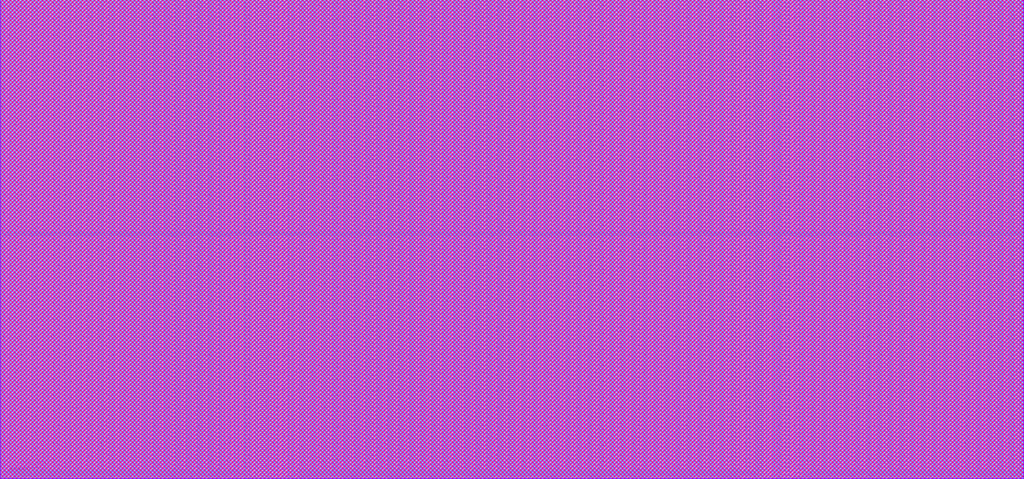
<source format=lef>
# Confidential Information of ARM, Inc.
# Use subject to ARM license.
# Copyright (c) 2020 ARM, Inc.

# ACI Version r5p0

# Reifier 3.1.1

VERSION 5.6 ;

BUSBITCHARS "[]" ;

#name: High Density Dual Port SRAM RVT-HVT-RVT Compiler|40G 40nm Process, 256 Rows Per Bank, 0.589um^2 Bit Cell
#version: r5p0
#comment: 
#configuration:  -instname "sram_dp_hde" -words 2048 -bits 80 -frequency 100 -mux 4 -pipeline off -write_mask off -wp_size 8 -write_thru off -top_layer "m5-m9" -power_type otc -redundancy off -rcols 2 -rrows 4 -bmux on -ser none -power_gating off -retention on -ema on -atf off -cust_comment "" -bus_notation on -left_bus_delim "[" -right_bus_delim "]" -pwr_gnd_rename "vddpe:VDDPE,vddce:VDDCE,vsse:VSSE" -prefix "" -name_case upper -rows_p_bl 256 -check_instname on -diodes on -drive 6 -dnw off -dpccm on -corners tt_0p90v_0p90v_25c,ss_0p81v_0p81v_m40c,ss_0p81v_0p81v_125c,ffg_0p99v_0p99v_125c,ff_0p99v_0p99v_m40c,ff_0p99v_0p99v_125c
SITE sram_dp_hde
  CLASS  CORE ;
  SIZE 577.18 BY 270.08 ;
  END sram_dp_hde

MACRO sram_dp_hde
  FOREIGN sram_dp_hde 0 0 ;
  SYMMETRY X Y R90 ;
  SITE sram_dp_hde ;
  SIZE 577.18 BY 270.08 ;
  CLASS BLOCK ;
  PIN TQB[40]
    DIRECTION INPUT ;
    USE SIGNAL ;
    SHAPE ABUTMENT ;
    PORT
      LAYER M3 ;
      RECT 289.35 0.0 289.49 0.39 ;
      LAYER M4 ;
      RECT 289.35 0.0 289.49 0.39 ;
      END
    ANTENNAGATEAREA 0.009 ;
    ANTENNADIFFAREA 0.06 ;
    END TQB[40]
  PIN TQB[39]
    DIRECTION INPUT ;
    USE SIGNAL ;
    SHAPE ABUTMENT ;
    PORT
      LAYER M4 ;
      RECT 287.69 0.0 287.83 0.39 ;
      LAYER M3 ;
      RECT 287.69 0.0 287.83 0.39 ;
      END
    ANTENNAGATEAREA 0.009 ;
    ANTENNADIFFAREA 0.06 ;
    END TQB[39]
  PIN TDB[40]
    DIRECTION INPUT ;
    USE SIGNAL ;
    SHAPE ABUTMENT ;
    PORT
      LAYER M3 ;
      RECT 289.59 0.0 289.73 0.39 ;
      LAYER M4 ;
      RECT 289.59 0.0 289.73 0.39 ;
      END
    ANTENNAGATEAREA 0.009 ;
    ANTENNADIFFAREA 0.06 ;
    END TDB[40]
  PIN TDB[39]
    DIRECTION INPUT ;
    USE SIGNAL ;
    SHAPE ABUTMENT ;
    PORT
      LAYER M4 ;
      RECT 287.45 0.0 287.59 0.39 ;
      LAYER M3 ;
      RECT 287.45 0.0 287.59 0.39 ;
      END
    ANTENNAGATEAREA 0.009 ;
    ANTENNADIFFAREA 0.06 ;
    END TDB[39]
  PIN DYB[40]
    DIRECTION OUTPUT ;
    USE SIGNAL ;
    SHAPE ABUTMENT ;
    PORT
      LAYER M1 ;
      RECT 290.14 0.0 290.28 0.39 ;
      LAYER M2 ;
      RECT 290.14 0.0 290.28 0.39 ;
      END
    ANTENNADIFFAREA 0.06 ;
    END DYB[40]
  PIN DYB[39]
    DIRECTION OUTPUT ;
    USE SIGNAL ;
    SHAPE ABUTMENT ;
    PORT
      LAYER M2 ;
      RECT 286.9 0.0 287.04 0.39 ;
      LAYER M1 ;
      RECT 286.9 0.0 287.04 0.39 ;
      END
    ANTENNADIFFAREA 0.06 ;
    END DYB[39]
  PIN QB[40]
    DIRECTION OUTPUT ;
    USE SIGNAL ;
    SHAPE ABUTMENT ;
    PORT
      LAYER M3 ;
      RECT 290.89 0.0 291.03 0.39 ;
      LAYER M4 ;
      RECT 290.89 0.0 291.03 0.39 ;
      END
    ANTENNADIFFAREA 0.06 ;
    END QB[40]
  PIN QB[39]
    DIRECTION OUTPUT ;
    USE SIGNAL ;
    SHAPE ABUTMENT ;
    PORT
      LAYER M4 ;
      RECT 286.15 0.0 286.29 0.39 ;
      LAYER M3 ;
      RECT 286.15 0.0 286.29 0.39 ;
      END
    ANTENNADIFFAREA 0.06 ;
    END QB[39]
  PIN DB[40]
    DIRECTION INPUT ;
    USE SIGNAL ;
    SHAPE ABUTMENT ;
    PORT
      LAYER M3 ;
      RECT 291.88 0.0 292.02 0.39 ;
      LAYER M4 ;
      RECT 291.88 0.0 292.02 0.39 ;
      END
    ANTENNAGATEAREA 0.009 ;
    ANTENNADIFFAREA 0.06 ;
    END DB[40]
  PIN DB[39]
    DIRECTION INPUT ;
    USE SIGNAL ;
    SHAPE ABUTMENT ;
    PORT
      LAYER M4 ;
      RECT 285.16 0.0 285.3 0.39 ;
      LAYER M3 ;
      RECT 285.16 0.0 285.3 0.39 ;
      END
    ANTENNAGATEAREA 0.009 ;
    ANTENNADIFFAREA 0.06 ;
    END DB[39]
  PIN DA[40]
    DIRECTION INPUT ;
    USE SIGNAL ;
    SHAPE ABUTMENT ;
    PORT
      LAYER M3 ;
      RECT 292.45 0.0 292.59 0.39 ;
      LAYER M4 ;
      RECT 292.45 0.0 292.59 0.39 ;
      END
    ANTENNAGATEAREA 0.009 ;
    ANTENNADIFFAREA 0.06 ;
    END DA[40]
  PIN DA[39]
    DIRECTION INPUT ;
    USE SIGNAL ;
    SHAPE ABUTMENT ;
    PORT
      LAYER M4 ;
      RECT 284.59 0.0 284.73 0.39 ;
      LAYER M3 ;
      RECT 284.59 0.0 284.73 0.39 ;
      END
    ANTENNAGATEAREA 0.009 ;
    ANTENNADIFFAREA 0.06 ;
    END DA[39]
  PIN QA[40]
    DIRECTION OUTPUT ;
    USE SIGNAL ;
    SHAPE ABUTMENT ;
    PORT
      LAYER M3 ;
      RECT 293.44 0.0 293.58 0.39 ;
      LAYER M4 ;
      RECT 293.44 0.0 293.58 0.39 ;
      END
    ANTENNADIFFAREA 0.06 ;
    END QA[40]
  PIN QA[39]
    DIRECTION OUTPUT ;
    USE SIGNAL ;
    SHAPE ABUTMENT ;
    PORT
      LAYER M4 ;
      RECT 283.6 0.0 283.74 0.39 ;
      LAYER M3 ;
      RECT 283.6 0.0 283.74 0.39 ;
      END
    ANTENNADIFFAREA 0.06 ;
    END QA[39]
  PIN AYB[0]
    DIRECTION OUTPUT ;
    USE SIGNAL ;
    SHAPE ABUTMENT ;
    PORT
      LAYER M1 ;
      RECT 293.545 0.0 293.685 0.39 ;
      LAYER M2 ;
      RECT 293.545 0.0 293.685 0.39 ;
      END
    ANTENNADIFFAREA 0.06 ;
    END AYB[0]
  PIN AYA[0]
    DIRECTION OUTPUT ;
    USE SIGNAL ;
    SHAPE ABUTMENT ;
    PORT
      LAYER M2 ;
      RECT 283.36 0.0 283.5 0.39 ;
      LAYER M1 ;
      RECT 283.36 0.0 283.5 0.39 ;
      END
    ANTENNADIFFAREA 0.06 ;
    END AYA[0]
  PIN DYA[40]
    DIRECTION OUTPUT ;
    USE SIGNAL ;
    SHAPE ABUTMENT ;
    PORT
      LAYER M1 ;
      RECT 294.19 0.0 294.33 0.39 ;
      LAYER M2 ;
      RECT 294.19 0.0 294.33 0.39 ;
      END
    ANTENNADIFFAREA 0.06 ;
    END DYA[40]
  PIN DYA[39]
    DIRECTION OUTPUT ;
    USE SIGNAL ;
    SHAPE ABUTMENT ;
    PORT
      LAYER M2 ;
      RECT 282.85 0.0 282.99 0.39 ;
      LAYER M1 ;
      RECT 282.85 0.0 282.99 0.39 ;
      END
    ANTENNADIFFAREA 0.06 ;
    END DYA[39]
  PIN TDA[40]
    DIRECTION INPUT ;
    USE SIGNAL ;
    SHAPE ABUTMENT ;
    PORT
      LAYER M3 ;
      RECT 294.74 0.0 294.88 0.39 ;
      LAYER M4 ;
      RECT 294.74 0.0 294.88 0.39 ;
      END
    ANTENNAGATEAREA 0.009 ;
    ANTENNADIFFAREA 0.06 ;
    END TDA[40]
  PIN TDA[39]
    DIRECTION INPUT ;
    USE SIGNAL ;
    SHAPE ABUTMENT ;
    PORT
      LAYER M4 ;
      RECT 282.3 0.0 282.44 0.39 ;
      LAYER M3 ;
      RECT 282.3 0.0 282.44 0.39 ;
      END
    ANTENNAGATEAREA 0.009 ;
    ANTENNADIFFAREA 0.06 ;
    END TDA[39]
  PIN TQA[40]
    DIRECTION INPUT ;
    USE SIGNAL ;
    SHAPE ABUTMENT ;
    PORT
      LAYER M3 ;
      RECT 294.98 0.0 295.12 0.39 ;
      LAYER M4 ;
      RECT 294.98 0.0 295.12 0.39 ;
      END
    ANTENNAGATEAREA 0.009 ;
    ANTENNADIFFAREA 0.06 ;
    END TQA[40]
  PIN TQA[39]
    DIRECTION INPUT ;
    USE SIGNAL ;
    SHAPE ABUTMENT ;
    PORT
      LAYER M4 ;
      RECT 282.06 0.0 282.2 0.39 ;
      LAYER M3 ;
      RECT 282.06 0.0 282.2 0.39 ;
      END
    ANTENNAGATEAREA 0.009 ;
    ANTENNADIFFAREA 0.06 ;
    END TQA[39]
  PIN TQB[41]
    DIRECTION INPUT ;
    USE SIGNAL ;
    SHAPE ABUTMENT ;
    PORT
      LAYER M3 ;
      RECT 295.55 0.0 295.69 0.39 ;
      LAYER M4 ;
      RECT 295.55 0.0 295.69 0.39 ;
      END
    ANTENNAGATEAREA 0.009 ;
    ANTENNADIFFAREA 0.06 ;
    END TQB[41]
  PIN TQB[38]
    DIRECTION INPUT ;
    USE SIGNAL ;
    SHAPE ABUTMENT ;
    PORT
      LAYER M4 ;
      RECT 281.49 0.0 281.63 0.39 ;
      LAYER M3 ;
      RECT 281.49 0.0 281.63 0.39 ;
      END
    ANTENNAGATEAREA 0.009 ;
    ANTENNADIFFAREA 0.06 ;
    END TQB[38]
  PIN TDB[41]
    DIRECTION INPUT ;
    USE SIGNAL ;
    SHAPE ABUTMENT ;
    PORT
      LAYER M3 ;
      RECT 295.79 0.0 295.93 0.39 ;
      LAYER M4 ;
      RECT 295.79 0.0 295.93 0.39 ;
      END
    ANTENNAGATEAREA 0.009 ;
    ANTENNADIFFAREA 0.06 ;
    END TDB[41]
  PIN TDB[38]
    DIRECTION INPUT ;
    USE SIGNAL ;
    SHAPE ABUTMENT ;
    PORT
      LAYER M4 ;
      RECT 281.25 0.0 281.39 0.39 ;
      LAYER M3 ;
      RECT 281.25 0.0 281.39 0.39 ;
      END
    ANTENNAGATEAREA 0.009 ;
    ANTENNADIFFAREA 0.06 ;
    END TDB[38]
  PIN TAB[0]
    DIRECTION INPUT ;
    USE SIGNAL ;
    SHAPE ABUTMENT ;
    PORT
      LAYER M1 ;
      RECT 296.04 0.0 296.18 0.39 ;
      LAYER M2 ;
      RECT 296.04 0.0 296.18 0.39 ;
      END
    ANTENNAGATEAREA 0.009 ;
    ANTENNADIFFAREA 0.06 ;
    END TAB[0]
  PIN TAA[0]
    DIRECTION INPUT ;
    USE SIGNAL ;
    SHAPE ABUTMENT ;
    PORT
      LAYER M2 ;
      RECT 281.0 0.0 281.14 0.39 ;
      LAYER M1 ;
      RECT 281.0 0.0 281.14 0.39 ;
      END
    ANTENNAGATEAREA 0.009 ;
    ANTENNADIFFAREA 0.06 ;
    END TAA[0]
  PIN DYB[41]
    DIRECTION OUTPUT ;
    USE SIGNAL ;
    SHAPE ABUTMENT ;
    PORT
      LAYER M1 ;
      RECT 296.34 0.0 296.48 0.39 ;
      LAYER M2 ;
      RECT 296.34 0.0 296.48 0.39 ;
      END
    ANTENNADIFFAREA 0.06 ;
    END DYB[41]
  PIN DYB[38]
    DIRECTION OUTPUT ;
    USE SIGNAL ;
    SHAPE ABUTMENT ;
    PORT
      LAYER M2 ;
      RECT 280.7 0.0 280.84 0.39 ;
      LAYER M1 ;
      RECT 280.7 0.0 280.84 0.39 ;
      END
    ANTENNADIFFAREA 0.06 ;
    END DYB[38]
  PIN QB[41]
    DIRECTION OUTPUT ;
    USE SIGNAL ;
    SHAPE ABUTMENT ;
    PORT
      LAYER M3 ;
      RECT 297.09 0.0 297.23 0.39 ;
      LAYER M4 ;
      RECT 297.09 0.0 297.23 0.39 ;
      END
    ANTENNADIFFAREA 0.06 ;
    END QB[41]
  PIN QB[38]
    DIRECTION OUTPUT ;
    USE SIGNAL ;
    SHAPE ABUTMENT ;
    PORT
      LAYER M4 ;
      RECT 279.95 0.0 280.09 0.39 ;
      LAYER M3 ;
      RECT 279.95 0.0 280.09 0.39 ;
      END
    ANTENNADIFFAREA 0.06 ;
    END QB[38]
  PIN AB[0]
    DIRECTION INPUT ;
    USE SIGNAL ;
    SHAPE ABUTMENT ;
    PORT
      LAYER M1 ;
      RECT 297.33 0.0 297.47 0.39 ;
      LAYER M2 ;
      RECT 297.33 0.0 297.47 0.39 ;
      END
    ANTENNAGATEAREA 0.009 ;
    ANTENNADIFFAREA 0.06 ;
    END AB[0]
  PIN AA[0]
    DIRECTION INPUT ;
    USE SIGNAL ;
    SHAPE ABUTMENT ;
    PORT
      LAYER M2 ;
      RECT 279.785 0.0 279.925 0.39 ;
      LAYER M1 ;
      RECT 279.785 0.0 279.925 0.39 ;
      END
    ANTENNAGATEAREA 0.009 ;
    ANTENNADIFFAREA 0.06 ;
    END AA[0]
  PIN DB[41]
    DIRECTION INPUT ;
    USE SIGNAL ;
    SHAPE ABUTMENT ;
    PORT
      LAYER M3 ;
      RECT 298.08 0.0 298.22 0.39 ;
      LAYER M4 ;
      RECT 298.08 0.0 298.22 0.39 ;
      END
    ANTENNAGATEAREA 0.009 ;
    ANTENNADIFFAREA 0.06 ;
    END DB[41]
  PIN DB[38]
    DIRECTION INPUT ;
    USE SIGNAL ;
    SHAPE ABUTMENT ;
    PORT
      LAYER M4 ;
      RECT 278.96 0.0 279.1 0.39 ;
      LAYER M3 ;
      RECT 278.96 0.0 279.1 0.39 ;
      END
    ANTENNAGATEAREA 0.009 ;
    ANTENNADIFFAREA 0.06 ;
    END DB[38]
  PIN DA[41]
    DIRECTION INPUT ;
    USE SIGNAL ;
    SHAPE ABUTMENT ;
    PORT
      LAYER M3 ;
      RECT 298.65 0.0 298.79 0.39 ;
      LAYER M4 ;
      RECT 298.65 0.0 298.79 0.39 ;
      END
    ANTENNAGATEAREA 0.009 ;
    ANTENNADIFFAREA 0.06 ;
    END DA[41]
  PIN DA[38]
    DIRECTION INPUT ;
    USE SIGNAL ;
    SHAPE ABUTMENT ;
    PORT
      LAYER M4 ;
      RECT 278.39 0.0 278.53 0.39 ;
      LAYER M3 ;
      RECT 278.39 0.0 278.53 0.39 ;
      END
    ANTENNAGATEAREA 0.009 ;
    ANTENNADIFFAREA 0.06 ;
    END DA[38]
  PIN AB[1]
    DIRECTION INPUT ;
    USE SIGNAL ;
    SHAPE ABUTMENT ;
    PORT
      LAYER M1 ;
      RECT 299.49 0.0 299.63 0.39 ;
      LAYER M2 ;
      RECT 299.49 0.0 299.63 0.39 ;
      END
    ANTENNAGATEAREA 0.009 ;
    ANTENNADIFFAREA 0.06 ;
    END AB[1]
  PIN AA[1]
    DIRECTION INPUT ;
    USE SIGNAL ;
    SHAPE ABUTMENT ;
    PORT
      LAYER M2 ;
      RECT 277.52 0.0 277.66 0.39 ;
      LAYER M1 ;
      RECT 277.52 0.0 277.66 0.39 ;
      END
    ANTENNAGATEAREA 0.009 ;
    ANTENNADIFFAREA 0.06 ;
    END AA[1]
  PIN QA[41]
    DIRECTION OUTPUT ;
    USE SIGNAL ;
    SHAPE ABUTMENT ;
    PORT
      LAYER M3 ;
      RECT 299.64 0.0 299.78 0.39 ;
      LAYER M4 ;
      RECT 299.64 0.0 299.78 0.39 ;
      END
    ANTENNADIFFAREA 0.06 ;
    END QA[41]
  PIN QA[38]
    DIRECTION OUTPUT ;
    USE SIGNAL ;
    SHAPE ABUTMENT ;
    PORT
      LAYER M4 ;
      RECT 277.4 0.0 277.54 0.39 ;
      LAYER M3 ;
      RECT 277.4 0.0 277.54 0.39 ;
      END
    ANTENNADIFFAREA 0.06 ;
    END QA[38]
  PIN DYA[41]
    DIRECTION OUTPUT ;
    USE SIGNAL ;
    SHAPE ABUTMENT ;
    PORT
      LAYER M1 ;
      RECT 300.39 0.0 300.53 0.39 ;
      LAYER M2 ;
      RECT 300.39 0.0 300.53 0.39 ;
      END
    ANTENNADIFFAREA 0.06 ;
    END DYA[41]
  PIN DYA[38]
    DIRECTION OUTPUT ;
    USE SIGNAL ;
    SHAPE ABUTMENT ;
    PORT
      LAYER M2 ;
      RECT 276.65 0.0 276.79 0.39 ;
      LAYER M1 ;
      RECT 276.65 0.0 276.79 0.39 ;
      END
    ANTENNADIFFAREA 0.06 ;
    END DYA[38]
  PIN TAB[1]
    DIRECTION INPUT ;
    USE SIGNAL ;
    SHAPE ABUTMENT ;
    PORT
      LAYER M1 ;
      RECT 300.63 0.0 300.77 0.39 ;
      LAYER M2 ;
      RECT 300.63 0.0 300.77 0.39 ;
      END
    ANTENNAGATEAREA 0.009 ;
    ANTENNADIFFAREA 0.06 ;
    END TAB[1]
  PIN TAA[1]
    DIRECTION INPUT ;
    USE SIGNAL ;
    SHAPE ABUTMENT ;
    PORT
      LAYER M2 ;
      RECT 276.41 0.0 276.55 0.39 ;
      LAYER M1 ;
      RECT 276.41 0.0 276.55 0.39 ;
      END
    ANTENNAGATEAREA 0.009 ;
    ANTENNADIFFAREA 0.06 ;
    END TAA[1]
  PIN TDA[41]
    DIRECTION INPUT ;
    USE SIGNAL ;
    SHAPE ABUTMENT ;
    PORT
      LAYER M3 ;
      RECT 300.94 0.0 301.08 0.39 ;
      LAYER M4 ;
      RECT 300.94 0.0 301.08 0.39 ;
      END
    ANTENNAGATEAREA 0.009 ;
    ANTENNADIFFAREA 0.06 ;
    END TDA[41]
  PIN TDA[38]
    DIRECTION INPUT ;
    USE SIGNAL ;
    SHAPE ABUTMENT ;
    PORT
      LAYER M4 ;
      RECT 276.1 0.0 276.24 0.39 ;
      LAYER M3 ;
      RECT 276.1 0.0 276.24 0.39 ;
      END
    ANTENNAGATEAREA 0.009 ;
    ANTENNADIFFAREA 0.06 ;
    END TDA[38]
  PIN TQA[41]
    DIRECTION INPUT ;
    USE SIGNAL ;
    SHAPE ABUTMENT ;
    PORT
      LAYER M3 ;
      RECT 301.18 0.0 301.32 0.39 ;
      LAYER M4 ;
      RECT 301.18 0.0 301.32 0.39 ;
      END
    ANTENNAGATEAREA 0.009 ;
    ANTENNADIFFAREA 0.06 ;
    END TQA[41]
  PIN TQA[38]
    DIRECTION INPUT ;
    USE SIGNAL ;
    SHAPE ABUTMENT ;
    PORT
      LAYER M4 ;
      RECT 275.86 0.0 276.0 0.39 ;
      LAYER M3 ;
      RECT 275.86 0.0 276.0 0.39 ;
      END
    ANTENNAGATEAREA 0.009 ;
    ANTENNADIFFAREA 0.06 ;
    END TQA[38]
  PIN TQB[42]
    DIRECTION INPUT ;
    USE SIGNAL ;
    SHAPE ABUTMENT ;
    PORT
      LAYER M3 ;
      RECT 301.75 0.0 301.89 0.39 ;
      LAYER M4 ;
      RECT 301.75 0.0 301.89 0.39 ;
      END
    ANTENNAGATEAREA 0.009 ;
    ANTENNADIFFAREA 0.06 ;
    END TQB[42]
  PIN TQB[37]
    DIRECTION INPUT ;
    USE SIGNAL ;
    SHAPE ABUTMENT ;
    PORT
      LAYER M4 ;
      RECT 275.29 0.0 275.43 0.39 ;
      LAYER M3 ;
      RECT 275.29 0.0 275.43 0.39 ;
      END
    ANTENNAGATEAREA 0.009 ;
    ANTENNADIFFAREA 0.06 ;
    END TQB[37]
  PIN TDB[42]
    DIRECTION INPUT ;
    USE SIGNAL ;
    SHAPE ABUTMENT ;
    PORT
      LAYER M3 ;
      RECT 301.99 0.0 302.13 0.39 ;
      LAYER M4 ;
      RECT 301.99 0.0 302.13 0.39 ;
      END
    ANTENNAGATEAREA 0.009 ;
    ANTENNADIFFAREA 0.06 ;
    END TDB[42]
  PIN TDB[37]
    DIRECTION INPUT ;
    USE SIGNAL ;
    SHAPE ABUTMENT ;
    PORT
      LAYER M4 ;
      RECT 275.05 0.0 275.19 0.39 ;
      LAYER M3 ;
      RECT 275.05 0.0 275.19 0.39 ;
      END
    ANTENNAGATEAREA 0.009 ;
    ANTENNADIFFAREA 0.06 ;
    END TDB[37]
  PIN DYB[42]
    DIRECTION OUTPUT ;
    USE SIGNAL ;
    SHAPE ABUTMENT ;
    PORT
      LAYER M1 ;
      RECT 302.54 0.0 302.68 0.39 ;
      LAYER M2 ;
      RECT 302.54 0.0 302.68 0.39 ;
      END
    ANTENNADIFFAREA 0.06 ;
    END DYB[42]
  PIN DYB[37]
    DIRECTION OUTPUT ;
    USE SIGNAL ;
    SHAPE ABUTMENT ;
    PORT
      LAYER M2 ;
      RECT 274.5 0.0 274.64 0.39 ;
      LAYER M1 ;
      RECT 274.5 0.0 274.64 0.39 ;
      END
    ANTENNADIFFAREA 0.06 ;
    END DYB[37]
  PIN AYB[1]
    DIRECTION OUTPUT ;
    USE SIGNAL ;
    SHAPE ABUTMENT ;
    PORT
      LAYER M1 ;
      RECT 303.13 0.0 303.27 0.39 ;
      LAYER M2 ;
      RECT 303.13 0.0 303.27 0.39 ;
      END
    ANTENNADIFFAREA 0.06 ;
    END AYB[1]
  PIN AYA[1]
    DIRECTION OUTPUT ;
    USE SIGNAL ;
    SHAPE ABUTMENT ;
    PORT
      LAYER M2 ;
      RECT 273.91 0.0 274.05 0.39 ;
      LAYER M1 ;
      RECT 273.91 0.0 274.05 0.39 ;
      END
    ANTENNADIFFAREA 0.06 ;
    END AYA[1]
  PIN QB[42]
    DIRECTION OUTPUT ;
    USE SIGNAL ;
    SHAPE ABUTMENT ;
    PORT
      LAYER M3 ;
      RECT 303.29 0.0 303.43 0.39 ;
      LAYER M4 ;
      RECT 303.29 0.0 303.43 0.39 ;
      END
    ANTENNADIFFAREA 0.06 ;
    END QB[42]
  PIN QB[37]
    DIRECTION OUTPUT ;
    USE SIGNAL ;
    SHAPE ABUTMENT ;
    PORT
      LAYER M4 ;
      RECT 273.75 0.0 273.89 0.39 ;
      LAYER M3 ;
      RECT 273.75 0.0 273.89 0.39 ;
      END
    ANTENNADIFFAREA 0.06 ;
    END QB[37]
  PIN DB[42]
    DIRECTION INPUT ;
    USE SIGNAL ;
    SHAPE ABUTMENT ;
    PORT
      LAYER M3 ;
      RECT 304.28 0.0 304.42 0.39 ;
      LAYER M4 ;
      RECT 304.28 0.0 304.42 0.39 ;
      END
    ANTENNAGATEAREA 0.009 ;
    ANTENNADIFFAREA 0.06 ;
    END DB[42]
  PIN DB[37]
    DIRECTION INPUT ;
    USE SIGNAL ;
    SHAPE ABUTMENT ;
    PORT
      LAYER M4 ;
      RECT 272.76 0.0 272.9 0.39 ;
      LAYER M3 ;
      RECT 272.76 0.0 272.9 0.39 ;
      END
    ANTENNAGATEAREA 0.009 ;
    ANTENNADIFFAREA 0.06 ;
    END DB[37]
  PIN DA[42]
    DIRECTION INPUT ;
    USE SIGNAL ;
    SHAPE ABUTMENT ;
    PORT
      LAYER M3 ;
      RECT 304.85 0.0 304.99 0.39 ;
      LAYER M4 ;
      RECT 304.85 0.0 304.99 0.39 ;
      END
    ANTENNAGATEAREA 0.009 ;
    ANTENNADIFFAREA 0.06 ;
    END DA[42]
  PIN DA[37]
    DIRECTION INPUT ;
    USE SIGNAL ;
    SHAPE ABUTMENT ;
    PORT
      LAYER M4 ;
      RECT 272.19 0.0 272.33 0.39 ;
      LAYER M3 ;
      RECT 272.19 0.0 272.33 0.39 ;
      END
    ANTENNAGATEAREA 0.009 ;
    ANTENNADIFFAREA 0.06 ;
    END DA[37]
  PIN QA[42]
    DIRECTION OUTPUT ;
    USE SIGNAL ;
    SHAPE ABUTMENT ;
    PORT
      LAYER M3 ;
      RECT 305.84 0.0 305.98 0.39 ;
      LAYER M4 ;
      RECT 305.84 0.0 305.98 0.39 ;
      END
    ANTENNADIFFAREA 0.06 ;
    END QA[42]
  PIN QA[37]
    DIRECTION OUTPUT ;
    USE SIGNAL ;
    SHAPE ABUTMENT ;
    PORT
      LAYER M4 ;
      RECT 271.2 0.0 271.34 0.39 ;
      LAYER M3 ;
      RECT 271.2 0.0 271.34 0.39 ;
      END
    ANTENNADIFFAREA 0.06 ;
    END QA[37]
  PIN DYA[42]
    DIRECTION OUTPUT ;
    USE SIGNAL ;
    SHAPE ABUTMENT ;
    PORT
      LAYER M1 ;
      RECT 306.59 0.0 306.73 0.39 ;
      LAYER M2 ;
      RECT 306.59 0.0 306.73 0.39 ;
      END
    ANTENNADIFFAREA 0.06 ;
    END DYA[42]
  PIN COLLDISN
    DIRECTION INPUT ;
    USE SIGNAL ;
    SHAPE ABUTMENT ;
    PORT
      LAYER M2 ;
      RECT 270.98 0.0 271.12 0.39 ;
      LAYER M1 ;
      RECT 270.98 0.0 271.12 0.39 ;
      END
    ANTENNAGATEAREA 0.009 ;
    ANTENNADIFFAREA 0.06 ;
    END COLLDISN
  PIN TDA[42]
    DIRECTION INPUT ;
    USE SIGNAL ;
    SHAPE ABUTMENT ;
    PORT
      LAYER M3 ;
      RECT 307.14 0.0 307.28 0.39 ;
      LAYER M4 ;
      RECT 307.14 0.0 307.28 0.39 ;
      END
    ANTENNAGATEAREA 0.009 ;
    ANTENNADIFFAREA 0.06 ;
    END TDA[42]
  PIN DYA[37]
    DIRECTION OUTPUT ;
    USE SIGNAL ;
    SHAPE ABUTMENT ;
    PORT
      LAYER M2 ;
      RECT 270.45 0.0 270.59 0.39 ;
      LAYER M1 ;
      RECT 270.45 0.0 270.59 0.39 ;
      END
    ANTENNADIFFAREA 0.06 ;
    END DYA[37]
  PIN TQA[42]
    DIRECTION INPUT ;
    USE SIGNAL ;
    SHAPE ABUTMENT ;
    PORT
      LAYER M3 ;
      RECT 307.38 0.0 307.52 0.39 ;
      LAYER M4 ;
      RECT 307.38 0.0 307.52 0.39 ;
      END
    ANTENNAGATEAREA 0.009 ;
    ANTENNADIFFAREA 0.06 ;
    END TQA[42]
  PIN TDA[37]
    DIRECTION INPUT ;
    USE SIGNAL ;
    SHAPE ABUTMENT ;
    PORT
      LAYER M4 ;
      RECT 269.9 0.0 270.04 0.39 ;
      LAYER M3 ;
      RECT 269.9 0.0 270.04 0.39 ;
      END
    ANTENNAGATEAREA 0.009 ;
    ANTENNADIFFAREA 0.06 ;
    END TDA[37]
  PIN TQB[43]
    DIRECTION INPUT ;
    USE SIGNAL ;
    SHAPE ABUTMENT ;
    PORT
      LAYER M3 ;
      RECT 307.95 0.0 308.09 0.39 ;
      LAYER M4 ;
      RECT 307.95 0.0 308.09 0.39 ;
      END
    ANTENNAGATEAREA 0.009 ;
    ANTENNADIFFAREA 0.06 ;
    END TQB[43]
  PIN TQA[37]
    DIRECTION INPUT ;
    USE SIGNAL ;
    SHAPE ABUTMENT ;
    PORT
      LAYER M4 ;
      RECT 269.66 0.0 269.8 0.39 ;
      LAYER M3 ;
      RECT 269.66 0.0 269.8 0.39 ;
      END
    ANTENNAGATEAREA 0.009 ;
    ANTENNADIFFAREA 0.06 ;
    END TQA[37]
  PIN TDB[43]
    DIRECTION INPUT ;
    USE SIGNAL ;
    SHAPE ABUTMENT ;
    PORT
      LAYER M3 ;
      RECT 308.19 0.0 308.33 0.39 ;
      LAYER M4 ;
      RECT 308.19 0.0 308.33 0.39 ;
      END
    ANTENNAGATEAREA 0.009 ;
    ANTENNADIFFAREA 0.06 ;
    END TDB[43]
  PIN TQB[36]
    DIRECTION INPUT ;
    USE SIGNAL ;
    SHAPE ABUTMENT ;
    PORT
      LAYER M4 ;
      RECT 269.09 0.0 269.23 0.39 ;
      LAYER M3 ;
      RECT 269.09 0.0 269.23 0.39 ;
      END
    ANTENNAGATEAREA 0.009 ;
    ANTENNADIFFAREA 0.06 ;
    END TQB[36]
  PIN DYB[43]
    DIRECTION OUTPUT ;
    USE SIGNAL ;
    SHAPE ABUTMENT ;
    PORT
      LAYER M1 ;
      RECT 308.74 0.0 308.88 0.39 ;
      LAYER M2 ;
      RECT 308.74 0.0 308.88 0.39 ;
      END
    ANTENNADIFFAREA 0.06 ;
    END DYB[43]
  PIN TDB[36]
    DIRECTION INPUT ;
    USE SIGNAL ;
    SHAPE ABUTMENT ;
    PORT
      LAYER M4 ;
      RECT 268.85 0.0 268.99 0.39 ;
      LAYER M3 ;
      RECT 268.85 0.0 268.99 0.39 ;
      END
    ANTENNAGATEAREA 0.009 ;
    ANTENNADIFFAREA 0.06 ;
    END TDB[36]
  PIN QB[43]
    DIRECTION OUTPUT ;
    USE SIGNAL ;
    SHAPE ABUTMENT ;
    PORT
      LAYER M3 ;
      RECT 309.49 0.0 309.63 0.39 ;
      LAYER M4 ;
      RECT 309.49 0.0 309.63 0.39 ;
      END
    ANTENNADIFFAREA 0.06 ;
    END QB[43]
  PIN DYB[36]
    DIRECTION OUTPUT ;
    USE SIGNAL ;
    SHAPE ABUTMENT ;
    PORT
      LAYER M2 ;
      RECT 268.3 0.0 268.44 0.39 ;
      LAYER M1 ;
      RECT 268.3 0.0 268.44 0.39 ;
      END
    ANTENNADIFFAREA 0.06 ;
    END DYB[36]
  PIN CLKB
    DIRECTION INPUT ;
    USE SIGNAL ;
    SHAPE ABUTMENT ;
    PORT
      LAYER M1 ;
      RECT 310.465 0.0 310.605 0.39 ;
      LAYER M2 ;
      RECT 310.465 0.0 310.605 0.39 ;
      END
    ANTENNAGATEAREA 0.009 ;
    ANTENNADIFFAREA 0.06 ;
    END CLKB
  PIN QB[36]
    DIRECTION OUTPUT ;
    USE SIGNAL ;
    SHAPE ABUTMENT ;
    PORT
      LAYER M4 ;
      RECT 267.55 0.0 267.69 0.39 ;
      LAYER M3 ;
      RECT 267.55 0.0 267.69 0.39 ;
      END
    ANTENNADIFFAREA 0.06 ;
    END QB[36]
  PIN DB[43]
    DIRECTION INPUT ;
    USE SIGNAL ;
    SHAPE ABUTMENT ;
    PORT
      LAYER M3 ;
      RECT 310.48 0.0 310.62 0.39 ;
      LAYER M4 ;
      RECT 310.48 0.0 310.62 0.39 ;
      END
    ANTENNAGATEAREA 0.009 ;
    ANTENNADIFFAREA 0.06 ;
    END DB[43]
  PIN DB[36]
    DIRECTION INPUT ;
    USE SIGNAL ;
    SHAPE ABUTMENT ;
    PORT
      LAYER M4 ;
      RECT 266.56 0.0 266.7 0.39 ;
      LAYER M3 ;
      RECT 266.56 0.0 266.7 0.39 ;
      END
    ANTENNAGATEAREA 0.009 ;
    ANTENNADIFFAREA 0.06 ;
    END DB[36]
  PIN DA[43]
    DIRECTION INPUT ;
    USE SIGNAL ;
    SHAPE ABUTMENT ;
    PORT
      LAYER M3 ;
      RECT 311.05 0.0 311.19 0.39 ;
      LAYER M4 ;
      RECT 311.05 0.0 311.19 0.39 ;
      END
    ANTENNAGATEAREA 0.009 ;
    ANTENNADIFFAREA 0.06 ;
    END DA[43]
  PIN DA[36]
    DIRECTION INPUT ;
    USE SIGNAL ;
    SHAPE ABUTMENT ;
    PORT
      LAYER M4 ;
      RECT 265.99 0.0 266.13 0.39 ;
      LAYER M3 ;
      RECT 265.99 0.0 266.13 0.39 ;
      END
    ANTENNAGATEAREA 0.009 ;
    ANTENNADIFFAREA 0.06 ;
    END DA[36]
  PIN QA[43]
    DIRECTION OUTPUT ;
    USE SIGNAL ;
    SHAPE ABUTMENT ;
    PORT
      LAYER M3 ;
      RECT 312.04 0.0 312.18 0.39 ;
      LAYER M4 ;
      RECT 312.04 0.0 312.18 0.39 ;
      END
    ANTENNADIFFAREA 0.06 ;
    END QA[43]
  PIN QA[36]
    DIRECTION OUTPUT ;
    USE SIGNAL ;
    SHAPE ABUTMENT ;
    PORT
      LAYER M4 ;
      RECT 265.0 0.0 265.14 0.39 ;
      LAYER M3 ;
      RECT 265.0 0.0 265.14 0.39 ;
      END
    ANTENNADIFFAREA 0.06 ;
    END QA[36]
  PIN DYA[43]
    DIRECTION OUTPUT ;
    USE SIGNAL ;
    SHAPE ABUTMENT ;
    PORT
      LAYER M1 ;
      RECT 312.79 0.0 312.93 0.39 ;
      LAYER M2 ;
      RECT 312.79 0.0 312.93 0.39 ;
      END
    ANTENNADIFFAREA 0.06 ;
    END DYA[43]
  PIN DYA[36]
    DIRECTION OUTPUT ;
    USE SIGNAL ;
    SHAPE ABUTMENT ;
    PORT
      LAYER M2 ;
      RECT 264.25 0.0 264.39 0.39 ;
      LAYER M1 ;
      RECT 264.25 0.0 264.39 0.39 ;
      END
    ANTENNADIFFAREA 0.06 ;
    END DYA[36]
  PIN TDA[43]
    DIRECTION INPUT ;
    USE SIGNAL ;
    SHAPE ABUTMENT ;
    PORT
      LAYER M3 ;
      RECT 313.34 0.0 313.48 0.39 ;
      LAYER M4 ;
      RECT 313.34 0.0 313.48 0.39 ;
      END
    ANTENNAGATEAREA 0.009 ;
    ANTENNADIFFAREA 0.06 ;
    END TDA[43]
  PIN TDA[36]
    DIRECTION INPUT ;
    USE SIGNAL ;
    SHAPE ABUTMENT ;
    PORT
      LAYER M4 ;
      RECT 263.7 0.0 263.84 0.39 ;
      LAYER M3 ;
      RECT 263.7 0.0 263.84 0.39 ;
      END
    ANTENNAGATEAREA 0.009 ;
    ANTENNADIFFAREA 0.06 ;
    END TDA[36]
  PIN TQA[43]
    DIRECTION INPUT ;
    USE SIGNAL ;
    SHAPE ABUTMENT ;
    PORT
      LAYER M3 ;
      RECT 313.58 0.0 313.72 0.39 ;
      LAYER M4 ;
      RECT 313.58 0.0 313.72 0.39 ;
      END
    ANTENNAGATEAREA 0.009 ;
    ANTENNADIFFAREA 0.06 ;
    END TQA[43]
  PIN TQA[36]
    DIRECTION INPUT ;
    USE SIGNAL ;
    SHAPE ABUTMENT ;
    PORT
      LAYER M4 ;
      RECT 263.46 0.0 263.6 0.39 ;
      LAYER M3 ;
      RECT 263.46 0.0 263.6 0.39 ;
      END
    ANTENNAGATEAREA 0.009 ;
    ANTENNADIFFAREA 0.06 ;
    END TQA[36]
  PIN TQB[44]
    DIRECTION INPUT ;
    USE SIGNAL ;
    SHAPE ABUTMENT ;
    PORT
      LAYER M3 ;
      RECT 314.15 0.0 314.29 0.39 ;
      LAYER M4 ;
      RECT 314.15 0.0 314.29 0.39 ;
      END
    ANTENNAGATEAREA 0.009 ;
    ANTENNADIFFAREA 0.06 ;
    END TQB[44]
  PIN TQB[35]
    DIRECTION INPUT ;
    USE SIGNAL ;
    SHAPE ABUTMENT ;
    PORT
      LAYER M4 ;
      RECT 262.89 0.0 263.03 0.39 ;
      LAYER M3 ;
      RECT 262.89 0.0 263.03 0.39 ;
      END
    ANTENNAGATEAREA 0.009 ;
    ANTENNADIFFAREA 0.06 ;
    END TQB[35]
  PIN TDB[44]
    DIRECTION INPUT ;
    USE SIGNAL ;
    SHAPE ABUTMENT ;
    PORT
      LAYER M3 ;
      RECT 314.39 0.0 314.53 0.39 ;
      LAYER M4 ;
      RECT 314.39 0.0 314.53 0.39 ;
      END
    ANTENNAGATEAREA 0.009 ;
    ANTENNADIFFAREA 0.06 ;
    END TDB[44]
  PIN TDB[35]
    DIRECTION INPUT ;
    USE SIGNAL ;
    SHAPE ABUTMENT ;
    PORT
      LAYER M4 ;
      RECT 262.65 0.0 262.79 0.39 ;
      LAYER M3 ;
      RECT 262.65 0.0 262.79 0.39 ;
      END
    ANTENNAGATEAREA 0.009 ;
    ANTENNADIFFAREA 0.06 ;
    END TDB[35]
  PIN DYB[44]
    DIRECTION OUTPUT ;
    USE SIGNAL ;
    SHAPE ABUTMENT ;
    PORT
      LAYER M1 ;
      RECT 314.94 0.0 315.08 0.39 ;
      LAYER M2 ;
      RECT 314.94 0.0 315.08 0.39 ;
      END
    ANTENNADIFFAREA 0.06 ;
    END DYB[44]
  PIN DYB[35]
    DIRECTION OUTPUT ;
    USE SIGNAL ;
    SHAPE ABUTMENT ;
    PORT
      LAYER M2 ;
      RECT 262.1 0.0 262.24 0.39 ;
      LAYER M1 ;
      RECT 262.1 0.0 262.24 0.39 ;
      END
    ANTENNADIFFAREA 0.06 ;
    END DYB[35]
  PIN QB[44]
    DIRECTION OUTPUT ;
    USE SIGNAL ;
    SHAPE ABUTMENT ;
    PORT
      LAYER M3 ;
      RECT 315.69 0.0 315.83 0.39 ;
      LAYER M4 ;
      RECT 315.69 0.0 315.83 0.39 ;
      END
    ANTENNADIFFAREA 0.06 ;
    END QB[44]
  PIN QB[35]
    DIRECTION OUTPUT ;
    USE SIGNAL ;
    SHAPE ABUTMENT ;
    PORT
      LAYER M4 ;
      RECT 261.35 0.0 261.49 0.39 ;
      LAYER M3 ;
      RECT 261.35 0.0 261.49 0.39 ;
      END
    ANTENNADIFFAREA 0.06 ;
    END QB[35]
  PIN DB[44]
    DIRECTION INPUT ;
    USE SIGNAL ;
    SHAPE ABUTMENT ;
    PORT
      LAYER M3 ;
      RECT 316.68 0.0 316.82 0.39 ;
      LAYER M4 ;
      RECT 316.68 0.0 316.82 0.39 ;
      END
    ANTENNAGATEAREA 0.009 ;
    ANTENNADIFFAREA 0.06 ;
    END DB[44]
  PIN DB[35]
    DIRECTION INPUT ;
    USE SIGNAL ;
    SHAPE ABUTMENT ;
    PORT
      LAYER M4 ;
      RECT 260.36 0.0 260.5 0.39 ;
      LAYER M3 ;
      RECT 260.36 0.0 260.5 0.39 ;
      END
    ANTENNAGATEAREA 0.009 ;
    ANTENNADIFFAREA 0.06 ;
    END DB[35]
  PIN DA[44]
    DIRECTION INPUT ;
    USE SIGNAL ;
    SHAPE ABUTMENT ;
    PORT
      LAYER M3 ;
      RECT 317.25 0.0 317.39 0.39 ;
      LAYER M4 ;
      RECT 317.25 0.0 317.39 0.39 ;
      END
    ANTENNAGATEAREA 0.009 ;
    ANTENNADIFFAREA 0.06 ;
    END DA[44]
  PIN CLKA
    DIRECTION INPUT ;
    USE SIGNAL ;
    SHAPE ABUTMENT ;
    PORT
      LAYER M2 ;
      RECT 259.835 0.0 259.975 0.39 ;
      LAYER M1 ;
      RECT 259.835 0.0 259.975 0.39 ;
      END
    ANTENNAGATEAREA 0.009 ;
    ANTENNADIFFAREA 0.06 ;
    END CLKA
  PIN QA[44]
    DIRECTION OUTPUT ;
    USE SIGNAL ;
    SHAPE ABUTMENT ;
    PORT
      LAYER M3 ;
      RECT 318.24 0.0 318.38 0.39 ;
      LAYER M4 ;
      RECT 318.24 0.0 318.38 0.39 ;
      END
    ANTENNADIFFAREA 0.06 ;
    END QA[44]
  PIN DA[35]
    DIRECTION INPUT ;
    USE SIGNAL ;
    SHAPE ABUTMENT ;
    PORT
      LAYER M4 ;
      RECT 259.79 0.0 259.93 0.39 ;
      LAYER M3 ;
      RECT 259.79 0.0 259.93 0.39 ;
      END
    ANTENNAGATEAREA 0.009 ;
    ANTENNADIFFAREA 0.06 ;
    END DA[35]
  PIN DYA[44]
    DIRECTION OUTPUT ;
    USE SIGNAL ;
    SHAPE ABUTMENT ;
    PORT
      LAYER M1 ;
      RECT 318.99 0.0 319.13 0.39 ;
      LAYER M2 ;
      RECT 318.99 0.0 319.13 0.39 ;
      END
    ANTENNADIFFAREA 0.06 ;
    END DYA[44]
  PIN QA[35]
    DIRECTION OUTPUT ;
    USE SIGNAL ;
    SHAPE ABUTMENT ;
    PORT
      LAYER M4 ;
      RECT 258.8 0.0 258.94 0.39 ;
      LAYER M3 ;
      RECT 258.8 0.0 258.94 0.39 ;
      END
    ANTENNADIFFAREA 0.06 ;
    END QA[35]
  PIN STOVB
    DIRECTION INPUT ;
    USE SIGNAL ;
    SHAPE ABUTMENT ;
    PORT
      LAYER M1 ;
      RECT 319.255 0.0 319.395 0.39 ;
      LAYER M2 ;
      RECT 319.255 0.0 319.395 0.39 ;
      END
    ANTENNAGATEAREA 0.009 ;
    ANTENNADIFFAREA 0.06 ;
    END STOVB
  PIN DYA[35]
    DIRECTION OUTPUT ;
    USE SIGNAL ;
    SHAPE ABUTMENT ;
    PORT
      LAYER M2 ;
      RECT 258.05 0.0 258.19 0.39 ;
      LAYER M1 ;
      RECT 258.05 0.0 258.19 0.39 ;
      END
    ANTENNADIFFAREA 0.06 ;
    END DYA[35]
  PIN TDA[44]
    DIRECTION INPUT ;
    USE SIGNAL ;
    SHAPE ABUTMENT ;
    PORT
      LAYER M3 ;
      RECT 319.54 0.0 319.68 0.39 ;
      LAYER M4 ;
      RECT 319.54 0.0 319.68 0.39 ;
      END
    ANTENNAGATEAREA 0.009 ;
    ANTENNADIFFAREA 0.06 ;
    END TDA[44]
  PIN TDA[35]
    DIRECTION INPUT ;
    USE SIGNAL ;
    SHAPE ABUTMENT ;
    PORT
      LAYER M4 ;
      RECT 257.5 0.0 257.64 0.39 ;
      LAYER M3 ;
      RECT 257.5 0.0 257.64 0.39 ;
      END
    ANTENNAGATEAREA 0.009 ;
    ANTENNADIFFAREA 0.06 ;
    END TDA[35]
  PIN TQA[44]
    DIRECTION INPUT ;
    USE SIGNAL ;
    SHAPE ABUTMENT ;
    PORT
      LAYER M3 ;
      RECT 319.78 0.0 319.92 0.39 ;
      LAYER M4 ;
      RECT 319.78 0.0 319.92 0.39 ;
      END
    ANTENNAGATEAREA 0.009 ;
    ANTENNADIFFAREA 0.06 ;
    END TQA[44]
  PIN TQA[35]
    DIRECTION INPUT ;
    USE SIGNAL ;
    SHAPE ABUTMENT ;
    PORT
      LAYER M4 ;
      RECT 257.26 0.0 257.4 0.39 ;
      LAYER M3 ;
      RECT 257.26 0.0 257.4 0.39 ;
      END
    ANTENNAGATEAREA 0.009 ;
    ANTENNADIFFAREA 0.06 ;
    END TQA[35]
  PIN EMASB
    DIRECTION INPUT ;
    USE SIGNAL ;
    SHAPE ABUTMENT ;
    PORT
      LAYER M1 ;
      RECT 319.825 0.0 319.965 0.39 ;
      LAYER M2 ;
      RECT 319.825 0.0 319.965 0.39 ;
      END
    ANTENNAGATEAREA 0.009 ;
    ANTENNADIFFAREA 0.06 ;
    END EMASB
  PIN TQB[34]
    DIRECTION INPUT ;
    USE SIGNAL ;
    SHAPE ABUTMENT ;
    PORT
      LAYER M4 ;
      RECT 256.69 0.0 256.83 0.39 ;
      LAYER M3 ;
      RECT 256.69 0.0 256.83 0.39 ;
      END
    ANTENNAGATEAREA 0.009 ;
    ANTENNADIFFAREA 0.06 ;
    END TQB[34]
  PIN TQB[45]
    DIRECTION INPUT ;
    USE SIGNAL ;
    SHAPE ABUTMENT ;
    PORT
      LAYER M3 ;
      RECT 320.35 0.0 320.49 0.39 ;
      LAYER M4 ;
      RECT 320.35 0.0 320.49 0.39 ;
      END
    ANTENNAGATEAREA 0.009 ;
    ANTENNADIFFAREA 0.06 ;
    END TQB[45]
  PIN TDB[34]
    DIRECTION INPUT ;
    USE SIGNAL ;
    SHAPE ABUTMENT ;
    PORT
      LAYER M4 ;
      RECT 256.45 0.0 256.59 0.39 ;
      LAYER M3 ;
      RECT 256.45 0.0 256.59 0.39 ;
      END
    ANTENNAGATEAREA 0.009 ;
    ANTENNADIFFAREA 0.06 ;
    END TDB[34]
  PIN TDB[45]
    DIRECTION INPUT ;
    USE SIGNAL ;
    SHAPE ABUTMENT ;
    PORT
      LAYER M3 ;
      RECT 320.59 0.0 320.73 0.39 ;
      LAYER M4 ;
      RECT 320.59 0.0 320.73 0.39 ;
      END
    ANTENNAGATEAREA 0.009 ;
    ANTENNADIFFAREA 0.06 ;
    END TDB[45]
  PIN DYB[34]
    DIRECTION OUTPUT ;
    USE SIGNAL ;
    SHAPE ABUTMENT ;
    PORT
      LAYER M2 ;
      RECT 255.9 0.0 256.04 0.39 ;
      LAYER M1 ;
      RECT 255.9 0.0 256.04 0.39 ;
      END
    ANTENNADIFFAREA 0.06 ;
    END DYB[34]
  PIN EMAWB[0]
    DIRECTION INPUT ;
    USE SIGNAL ;
    SHAPE ABUTMENT ;
    PORT
      LAYER M1 ;
      RECT 320.84 0.0 320.98 0.39 ;
      LAYER M2 ;
      RECT 320.84 0.0 320.98 0.39 ;
      END
    ANTENNAGATEAREA 0.009 ;
    ANTENNADIFFAREA 0.06 ;
    END EMAWB[0]
  PIN QB[34]
    DIRECTION OUTPUT ;
    USE SIGNAL ;
    SHAPE ABUTMENT ;
    PORT
      LAYER M4 ;
      RECT 255.15 0.0 255.29 0.39 ;
      LAYER M3 ;
      RECT 255.15 0.0 255.29 0.39 ;
      END
    ANTENNADIFFAREA 0.06 ;
    END QB[34]
  PIN DYB[45]
    DIRECTION OUTPUT ;
    USE SIGNAL ;
    SHAPE ABUTMENT ;
    PORT
      LAYER M1 ;
      RECT 321.14 0.0 321.28 0.39 ;
      LAYER M2 ;
      RECT 321.14 0.0 321.28 0.39 ;
      END
    ANTENNADIFFAREA 0.06 ;
    END DYB[45]
  PIN DB[34]
    DIRECTION INPUT ;
    USE SIGNAL ;
    SHAPE ABUTMENT ;
    PORT
      LAYER M4 ;
      RECT 254.16 0.0 254.3 0.39 ;
      LAYER M3 ;
      RECT 254.16 0.0 254.3 0.39 ;
      END
    ANTENNAGATEAREA 0.009 ;
    ANTENNADIFFAREA 0.06 ;
    END DB[34]
  PIN EMAWB[1]
    DIRECTION INPUT ;
    USE SIGNAL ;
    SHAPE ABUTMENT ;
    PORT
      LAYER M1 ;
      RECT 321.79 0.0 321.93 0.39 ;
      LAYER M2 ;
      RECT 321.79 0.0 321.93 0.39 ;
      END
    ANTENNAGATEAREA 0.009 ;
    ANTENNADIFFAREA 0.06 ;
    END EMAWB[1]
  PIN STOVA
    DIRECTION INPUT ;
    USE SIGNAL ;
    SHAPE ABUTMENT ;
    PORT
      LAYER M2 ;
      RECT 254.09 0.0 254.23 0.39 ;
      LAYER M1 ;
      RECT 254.09 0.0 254.23 0.39 ;
      END
    ANTENNAGATEAREA 0.009 ;
    ANTENNADIFFAREA 0.06 ;
    END STOVA
  PIN QB[45]
    DIRECTION OUTPUT ;
    USE SIGNAL ;
    SHAPE ABUTMENT ;
    PORT
      LAYER M3 ;
      RECT 321.89 0.0 322.03 0.39 ;
      LAYER M4 ;
      RECT 321.89 0.0 322.03 0.39 ;
      END
    ANTENNADIFFAREA 0.06 ;
    END QB[45]
  PIN EMASA
    DIRECTION INPUT ;
    USE SIGNAL ;
    SHAPE ABUTMENT ;
    PORT
      LAYER M2 ;
      RECT 253.83 0.0 253.97 0.39 ;
      LAYER M1 ;
      RECT 253.83 0.0 253.97 0.39 ;
      END
    ANTENNAGATEAREA 0.009 ;
    ANTENNADIFFAREA 0.06 ;
    END EMASA
  PIN DB[45]
    DIRECTION INPUT ;
    USE SIGNAL ;
    SHAPE ABUTMENT ;
    PORT
      LAYER M3 ;
      RECT 322.88 0.0 323.02 0.39 ;
      LAYER M4 ;
      RECT 322.88 0.0 323.02 0.39 ;
      END
    ANTENNAGATEAREA 0.009 ;
    ANTENNADIFFAREA 0.06 ;
    END DB[45]
  PIN DA[34]
    DIRECTION INPUT ;
    USE SIGNAL ;
    SHAPE ABUTMENT ;
    PORT
      LAYER M4 ;
      RECT 253.59 0.0 253.73 0.39 ;
      LAYER M3 ;
      RECT 253.59 0.0 253.73 0.39 ;
      END
    ANTENNAGATEAREA 0.009 ;
    ANTENNADIFFAREA 0.06 ;
    END DA[34]
  PIN DA[45]
    DIRECTION INPUT ;
    USE SIGNAL ;
    SHAPE ABUTMENT ;
    PORT
      LAYER M3 ;
      RECT 323.45 0.0 323.59 0.39 ;
      LAYER M4 ;
      RECT 323.45 0.0 323.59 0.39 ;
      END
    ANTENNAGATEAREA 0.009 ;
    ANTENNADIFFAREA 0.06 ;
    END DA[45]
  PIN EMAWA[0]
    DIRECTION INPUT ;
    USE SIGNAL ;
    SHAPE ABUTMENT ;
    PORT
      LAYER M2 ;
      RECT 253.57 0.0 253.71 0.39 ;
      LAYER M1 ;
      RECT 253.57 0.0 253.71 0.39 ;
      END
    ANTENNAGATEAREA 0.009 ;
    ANTENNADIFFAREA 0.06 ;
    END EMAWA[0]
  PIN QA[45]
    DIRECTION OUTPUT ;
    USE SIGNAL ;
    SHAPE ABUTMENT ;
    PORT
      LAYER M3 ;
      RECT 324.44 0.0 324.58 0.39 ;
      LAYER M4 ;
      RECT 324.44 0.0 324.58 0.39 ;
      END
    ANTENNADIFFAREA 0.06 ;
    END QA[45]
  PIN EMAWA[1]
    DIRECTION INPUT ;
    USE SIGNAL ;
    SHAPE ABUTMENT ;
    PORT
      LAYER M2 ;
      RECT 252.735 0.0 252.875 0.39 ;
      LAYER M1 ;
      RECT 252.735 0.0 252.875 0.39 ;
      END
    ANTENNAGATEAREA 0.009 ;
    ANTENNADIFFAREA 0.06 ;
    END EMAWA[1]
  PIN DYA[45]
    DIRECTION OUTPUT ;
    USE SIGNAL ;
    SHAPE ABUTMENT ;
    PORT
      LAYER M1 ;
      RECT 325.19 0.0 325.33 0.39 ;
      LAYER M2 ;
      RECT 325.19 0.0 325.33 0.39 ;
      END
    ANTENNADIFFAREA 0.06 ;
    END DYA[45]
  PIN QA[34]
    DIRECTION OUTPUT ;
    USE SIGNAL ;
    SHAPE ABUTMENT ;
    PORT
      LAYER M4 ;
      RECT 252.6 0.0 252.74 0.39 ;
      LAYER M3 ;
      RECT 252.6 0.0 252.74 0.39 ;
      END
    ANTENNADIFFAREA 0.06 ;
    END QA[34]
  PIN TDA[45]
    DIRECTION INPUT ;
    USE SIGNAL ;
    SHAPE ABUTMENT ;
    PORT
      LAYER M3 ;
      RECT 325.74 0.0 325.88 0.39 ;
      LAYER M4 ;
      RECT 325.74 0.0 325.88 0.39 ;
      END
    ANTENNAGATEAREA 0.009 ;
    ANTENNADIFFAREA 0.06 ;
    END TDA[45]
  PIN DYA[34]
    DIRECTION OUTPUT ;
    USE SIGNAL ;
    SHAPE ABUTMENT ;
    PORT
      LAYER M2 ;
      RECT 251.85 0.0 251.99 0.39 ;
      LAYER M1 ;
      RECT 251.85 0.0 251.99 0.39 ;
      END
    ANTENNADIFFAREA 0.06 ;
    END DYA[34]
  PIN TQA[45]
    DIRECTION INPUT ;
    USE SIGNAL ;
    SHAPE ABUTMENT ;
    PORT
      LAYER M3 ;
      RECT 325.98 0.0 326.12 0.39 ;
      LAYER M4 ;
      RECT 325.98 0.0 326.12 0.39 ;
      END
    ANTENNAGATEAREA 0.009 ;
    ANTENNADIFFAREA 0.06 ;
    END TQA[45]
  PIN TDA[34]
    DIRECTION INPUT ;
    USE SIGNAL ;
    SHAPE ABUTMENT ;
    PORT
      LAYER M4 ;
      RECT 251.3 0.0 251.44 0.39 ;
      LAYER M3 ;
      RECT 251.3 0.0 251.44 0.39 ;
      END
    ANTENNAGATEAREA 0.009 ;
    ANTENNADIFFAREA 0.06 ;
    END TDA[34]
  PIN TQB[46]
    DIRECTION INPUT ;
    USE SIGNAL ;
    SHAPE ABUTMENT ;
    PORT
      LAYER M3 ;
      RECT 326.55 0.0 326.69 0.39 ;
      LAYER M4 ;
      RECT 326.55 0.0 326.69 0.39 ;
      END
    ANTENNAGATEAREA 0.009 ;
    ANTENNADIFFAREA 0.06 ;
    END TQB[46]
  PIN TQA[34]
    DIRECTION INPUT ;
    USE SIGNAL ;
    SHAPE ABUTMENT ;
    PORT
      LAYER M4 ;
      RECT 251.06 0.0 251.2 0.39 ;
      LAYER M3 ;
      RECT 251.06 0.0 251.2 0.39 ;
      END
    ANTENNAGATEAREA 0.009 ;
    ANTENNADIFFAREA 0.06 ;
    END TQA[34]
  PIN TDB[46]
    DIRECTION INPUT ;
    USE SIGNAL ;
    SHAPE ABUTMENT ;
    PORT
      LAYER M3 ;
      RECT 326.79 0.0 326.93 0.39 ;
      LAYER M4 ;
      RECT 326.79 0.0 326.93 0.39 ;
      END
    ANTENNAGATEAREA 0.009 ;
    ANTENNADIFFAREA 0.06 ;
    END TDB[46]
  PIN TQB[33]
    DIRECTION INPUT ;
    USE SIGNAL ;
    SHAPE ABUTMENT ;
    PORT
      LAYER M4 ;
      RECT 250.49 0.0 250.63 0.39 ;
      LAYER M3 ;
      RECT 250.49 0.0 250.63 0.39 ;
      END
    ANTENNAGATEAREA 0.009 ;
    ANTENNADIFFAREA 0.06 ;
    END TQB[33]
  PIN EMAB[0]
    DIRECTION INPUT ;
    USE SIGNAL ;
    SHAPE ABUTMENT ;
    PORT
      LAYER M1 ;
      RECT 327.045 0.0 327.185 0.39 ;
      LAYER M2 ;
      RECT 327.045 0.0 327.185 0.39 ;
      END
    ANTENNAGATEAREA 0.009 ;
    ANTENNADIFFAREA 0.06 ;
    END EMAB[0]
  PIN TDB[33]
    DIRECTION INPUT ;
    USE SIGNAL ;
    SHAPE ABUTMENT ;
    PORT
      LAYER M4 ;
      RECT 250.25 0.0 250.39 0.39 ;
      LAYER M3 ;
      RECT 250.25 0.0 250.39 0.39 ;
      END
    ANTENNAGATEAREA 0.009 ;
    ANTENNADIFFAREA 0.06 ;
    END TDB[33]
  PIN DYB[46]
    DIRECTION OUTPUT ;
    USE SIGNAL ;
    SHAPE ABUTMENT ;
    PORT
      LAYER M1 ;
      RECT 327.34 0.0 327.48 0.39 ;
      LAYER M2 ;
      RECT 327.34 0.0 327.48 0.39 ;
      END
    ANTENNADIFFAREA 0.06 ;
    END DYB[46]
  PIN DYB[33]
    DIRECTION OUTPUT ;
    USE SIGNAL ;
    SHAPE ABUTMENT ;
    PORT
      LAYER M2 ;
      RECT 249.7 0.0 249.84 0.39 ;
      LAYER M1 ;
      RECT 249.7 0.0 249.84 0.39 ;
      END
    ANTENNADIFFAREA 0.06 ;
    END DYB[33]
  PIN EMAB[1]
    DIRECTION INPUT ;
    USE SIGNAL ;
    SHAPE ABUTMENT ;
    PORT
      LAYER M1 ;
      RECT 327.92 0.0 328.06 0.39 ;
      LAYER M2 ;
      RECT 327.92 0.0 328.06 0.39 ;
      END
    ANTENNAGATEAREA 0.009 ;
    ANTENNADIFFAREA 0.06 ;
    END EMAB[1]
  PIN QB[33]
    DIRECTION OUTPUT ;
    USE SIGNAL ;
    SHAPE ABUTMENT ;
    PORT
      LAYER M4 ;
      RECT 248.95 0.0 249.09 0.39 ;
      LAYER M3 ;
      RECT 248.95 0.0 249.09 0.39 ;
      END
    ANTENNADIFFAREA 0.06 ;
    END QB[33]
  PIN QB[46]
    DIRECTION OUTPUT ;
    USE SIGNAL ;
    SHAPE ABUTMENT ;
    PORT
      LAYER M3 ;
      RECT 328.09 0.0 328.23 0.39 ;
      LAYER M4 ;
      RECT 328.09 0.0 328.23 0.39 ;
      END
    ANTENNADIFFAREA 0.06 ;
    END QB[46]
  PIN DB[33]
    DIRECTION INPUT ;
    USE SIGNAL ;
    SHAPE ABUTMENT ;
    PORT
      LAYER M4 ;
      RECT 247.96 0.0 248.1 0.39 ;
      LAYER M3 ;
      RECT 247.96 0.0 248.1 0.39 ;
      END
    ANTENNAGATEAREA 0.009 ;
    ANTENNADIFFAREA 0.06 ;
    END DB[33]
  PIN EMAB[2]
    DIRECTION INPUT ;
    USE SIGNAL ;
    SHAPE ABUTMENT ;
    PORT
      LAYER M1 ;
      RECT 328.27 0.0 328.41 0.39 ;
      LAYER M2 ;
      RECT 328.27 0.0 328.41 0.39 ;
      END
    ANTENNAGATEAREA 0.009 ;
    ANTENNADIFFAREA 0.06 ;
    END EMAB[2]
  PIN EMAA[2]
    DIRECTION INPUT ;
    USE SIGNAL ;
    SHAPE ABUTMENT ;
    PORT
      LAYER M2 ;
      RECT 247.935 0.0 248.075 0.39 ;
      LAYER M1 ;
      RECT 247.935 0.0 248.075 0.39 ;
      END
    ANTENNAGATEAREA 0.009 ;
    ANTENNADIFFAREA 0.06 ;
    END EMAA[2]
  PIN DB[46]
    DIRECTION INPUT ;
    USE SIGNAL ;
    SHAPE ABUTMENT ;
    PORT
      LAYER M3 ;
      RECT 329.08 0.0 329.22 0.39 ;
      LAYER M4 ;
      RECT 329.08 0.0 329.22 0.39 ;
      END
    ANTENNAGATEAREA 0.009 ;
    ANTENNADIFFAREA 0.06 ;
    END DB[46]
  PIN EMAA[1]
    DIRECTION INPUT ;
    USE SIGNAL ;
    SHAPE ABUTMENT ;
    PORT
      LAYER M2 ;
      RECT 247.51 0.0 247.65 0.39 ;
      LAYER M1 ;
      RECT 247.51 0.0 247.65 0.39 ;
      END
    ANTENNAGATEAREA 0.009 ;
    ANTENNADIFFAREA 0.06 ;
    END EMAA[1]
  PIN DA[46]
    DIRECTION INPUT ;
    USE SIGNAL ;
    SHAPE ABUTMENT ;
    PORT
      LAYER M3 ;
      RECT 329.65 0.0 329.79 0.39 ;
      LAYER M4 ;
      RECT 329.65 0.0 329.79 0.39 ;
      END
    ANTENNAGATEAREA 0.009 ;
    ANTENNADIFFAREA 0.06 ;
    END DA[46]
  PIN DA[33]
    DIRECTION INPUT ;
    USE SIGNAL ;
    SHAPE ABUTMENT ;
    PORT
      LAYER M4 ;
      RECT 247.39 0.0 247.53 0.39 ;
      LAYER M3 ;
      RECT 247.39 0.0 247.53 0.39 ;
      END
    ANTENNAGATEAREA 0.009 ;
    ANTENNADIFFAREA 0.06 ;
    END DA[33]
  PIN QA[46]
    DIRECTION OUTPUT ;
    USE SIGNAL ;
    SHAPE ABUTMENT ;
    PORT
      LAYER M3 ;
      RECT 330.64 0.0 330.78 0.39 ;
      LAYER M4 ;
      RECT 330.64 0.0 330.78 0.39 ;
      END
    ANTENNADIFFAREA 0.06 ;
    END QA[46]
  PIN EMAA[0]
    DIRECTION INPUT ;
    USE SIGNAL ;
    SHAPE ABUTMENT ;
    PORT
      LAYER M2 ;
      RECT 246.58 0.0 246.72 0.39 ;
      LAYER M1 ;
      RECT 246.58 0.0 246.72 0.39 ;
      END
    ANTENNAGATEAREA 0.009 ;
    ANTENNADIFFAREA 0.06 ;
    END EMAA[0]
  PIN DYA[46]
    DIRECTION OUTPUT ;
    USE SIGNAL ;
    SHAPE ABUTMENT ;
    PORT
      LAYER M1 ;
      RECT 331.39 0.0 331.53 0.39 ;
      LAYER M2 ;
      RECT 331.39 0.0 331.53 0.39 ;
      END
    ANTENNADIFFAREA 0.06 ;
    END DYA[46]
  PIN QA[33]
    DIRECTION OUTPUT ;
    USE SIGNAL ;
    SHAPE ABUTMENT ;
    PORT
      LAYER M4 ;
      RECT 246.4 0.0 246.54 0.39 ;
      LAYER M3 ;
      RECT 246.4 0.0 246.54 0.39 ;
      END
    ANTENNADIFFAREA 0.06 ;
    END QA[33]
  PIN TDA[46]
    DIRECTION INPUT ;
    USE SIGNAL ;
    SHAPE ABUTMENT ;
    PORT
      LAYER M3 ;
      RECT 331.94 0.0 332.08 0.39 ;
      LAYER M4 ;
      RECT 331.94 0.0 332.08 0.39 ;
      END
    ANTENNAGATEAREA 0.009 ;
    ANTENNADIFFAREA 0.06 ;
    END TDA[46]
  PIN DYA[33]
    DIRECTION OUTPUT ;
    USE SIGNAL ;
    SHAPE ABUTMENT ;
    PORT
      LAYER M2 ;
      RECT 245.65 0.0 245.79 0.39 ;
      LAYER M1 ;
      RECT 245.65 0.0 245.79 0.39 ;
      END
    ANTENNADIFFAREA 0.06 ;
    END DYA[33]
  PIN TQA[46]
    DIRECTION INPUT ;
    USE SIGNAL ;
    SHAPE ABUTMENT ;
    PORT
      LAYER M3 ;
      RECT 332.18 0.0 332.32 0.39 ;
      LAYER M4 ;
      RECT 332.18 0.0 332.32 0.39 ;
      END
    ANTENNAGATEAREA 0.009 ;
    ANTENNADIFFAREA 0.06 ;
    END TQA[46]
  PIN TDA[33]
    DIRECTION INPUT ;
    USE SIGNAL ;
    SHAPE ABUTMENT ;
    PORT
      LAYER M4 ;
      RECT 245.1 0.0 245.24 0.39 ;
      LAYER M3 ;
      RECT 245.1 0.0 245.24 0.39 ;
      END
    ANTENNAGATEAREA 0.009 ;
    ANTENNADIFFAREA 0.06 ;
    END TDA[33]
  PIN AYB[2]
    DIRECTION OUTPUT ;
    USE SIGNAL ;
    SHAPE ABUTMENT ;
    PORT
      LAYER M1 ;
      RECT 332.25 0.0 332.39 0.39 ;
      LAYER M2 ;
      RECT 332.25 0.0 332.39 0.39 ;
      END
    ANTENNADIFFAREA 0.06 ;
    END AYB[2]
  PIN TQA[33]
    DIRECTION INPUT ;
    USE SIGNAL ;
    SHAPE ABUTMENT ;
    PORT
      LAYER M4 ;
      RECT 244.86 0.0 245.0 0.39 ;
      LAYER M3 ;
      RECT 244.86 0.0 245.0 0.39 ;
      END
    ANTENNAGATEAREA 0.009 ;
    ANTENNADIFFAREA 0.06 ;
    END TQA[33]
  PIN TQB[47]
    DIRECTION INPUT ;
    USE SIGNAL ;
    SHAPE ABUTMENT ;
    PORT
      LAYER M3 ;
      RECT 332.75 0.0 332.89 0.39 ;
      LAYER M4 ;
      RECT 332.75 0.0 332.89 0.39 ;
      END
    ANTENNAGATEAREA 0.009 ;
    ANTENNADIFFAREA 0.06 ;
    END TQB[47]
  PIN AYA[2]
    DIRECTION OUTPUT ;
    USE SIGNAL ;
    SHAPE ABUTMENT ;
    PORT
      LAYER M2 ;
      RECT 244.79 0.0 244.93 0.39 ;
      LAYER M1 ;
      RECT 244.79 0.0 244.93 0.39 ;
      END
    ANTENNADIFFAREA 0.06 ;
    END AYA[2]
  PIN TDB[47]
    DIRECTION INPUT ;
    USE SIGNAL ;
    SHAPE ABUTMENT ;
    PORT
      LAYER M3 ;
      RECT 332.99 0.0 333.13 0.39 ;
      LAYER M4 ;
      RECT 332.99 0.0 333.13 0.39 ;
      END
    ANTENNAGATEAREA 0.009 ;
    ANTENNADIFFAREA 0.06 ;
    END TDB[47]
  PIN TQB[32]
    DIRECTION INPUT ;
    USE SIGNAL ;
    SHAPE ABUTMENT ;
    PORT
      LAYER M4 ;
      RECT 244.29 0.0 244.43 0.39 ;
      LAYER M3 ;
      RECT 244.29 0.0 244.43 0.39 ;
      END
    ANTENNAGATEAREA 0.009 ;
    ANTENNADIFFAREA 0.06 ;
    END TQB[32]
  PIN DYB[47]
    DIRECTION OUTPUT ;
    USE SIGNAL ;
    SHAPE ABUTMENT ;
    PORT
      LAYER M1 ;
      RECT 333.54 0.0 333.68 0.39 ;
      LAYER M2 ;
      RECT 333.54 0.0 333.68 0.39 ;
      END
    ANTENNADIFFAREA 0.06 ;
    END DYB[47]
  PIN TDB[32]
    DIRECTION INPUT ;
    USE SIGNAL ;
    SHAPE ABUTMENT ;
    PORT
      LAYER M4 ;
      RECT 244.05 0.0 244.19 0.39 ;
      LAYER M3 ;
      RECT 244.05 0.0 244.19 0.39 ;
      END
    ANTENNAGATEAREA 0.009 ;
    ANTENNADIFFAREA 0.06 ;
    END TDB[32]
  PIN QB[47]
    DIRECTION OUTPUT ;
    USE SIGNAL ;
    SHAPE ABUTMENT ;
    PORT
      LAYER M3 ;
      RECT 334.29 0.0 334.43 0.39 ;
      LAYER M4 ;
      RECT 334.29 0.0 334.43 0.39 ;
      END
    ANTENNADIFFAREA 0.06 ;
    END QB[47]
  PIN DYB[32]
    DIRECTION OUTPUT ;
    USE SIGNAL ;
    SHAPE ABUTMENT ;
    PORT
      LAYER M2 ;
      RECT 243.5 0.0 243.64 0.39 ;
      LAYER M1 ;
      RECT 243.5 0.0 243.64 0.39 ;
      END
    ANTENNADIFFAREA 0.06 ;
    END DYB[32]
  PIN TAB[2]
    DIRECTION INPUT ;
    USE SIGNAL ;
    SHAPE ABUTMENT ;
    PORT
      LAYER M1 ;
      RECT 334.445 0.0 334.585 0.39 ;
      LAYER M2 ;
      RECT 334.445 0.0 334.585 0.39 ;
      END
    ANTENNAGATEAREA 0.009 ;
    ANTENNADIFFAREA 0.06 ;
    END TAB[2]
  PIN QB[32]
    DIRECTION OUTPUT ;
    USE SIGNAL ;
    SHAPE ABUTMENT ;
    PORT
      LAYER M4 ;
      RECT 242.75 0.0 242.89 0.39 ;
      LAYER M3 ;
      RECT 242.75 0.0 242.89 0.39 ;
      END
    ANTENNADIFFAREA 0.06 ;
    END QB[32]
  PIN DB[47]
    DIRECTION INPUT ;
    USE SIGNAL ;
    SHAPE ABUTMENT ;
    PORT
      LAYER M3 ;
      RECT 335.28 0.0 335.42 0.39 ;
      LAYER M4 ;
      RECT 335.28 0.0 335.42 0.39 ;
      END
    ANTENNAGATEAREA 0.009 ;
    ANTENNADIFFAREA 0.06 ;
    END DB[47]
  PIN TAA[2]
    DIRECTION INPUT ;
    USE SIGNAL ;
    SHAPE ABUTMENT ;
    PORT
      LAYER M2 ;
      RECT 242.655 0.0 242.795 0.39 ;
      LAYER M1 ;
      RECT 242.655 0.0 242.795 0.39 ;
      END
    ANTENNAGATEAREA 0.009 ;
    ANTENNADIFFAREA 0.06 ;
    END TAA[2]
  PIN DA[47]
    DIRECTION INPUT ;
    USE SIGNAL ;
    SHAPE ABUTMENT ;
    PORT
      LAYER M3 ;
      RECT 335.85 0.0 335.99 0.39 ;
      LAYER M4 ;
      RECT 335.85 0.0 335.99 0.39 ;
      END
    ANTENNAGATEAREA 0.009 ;
    ANTENNADIFFAREA 0.06 ;
    END DA[47]
  PIN DB[32]
    DIRECTION INPUT ;
    USE SIGNAL ;
    SHAPE ABUTMENT ;
    PORT
      LAYER M4 ;
      RECT 241.76 0.0 241.9 0.39 ;
      LAYER M3 ;
      RECT 241.76 0.0 241.9 0.39 ;
      END
    ANTENNAGATEAREA 0.009 ;
    ANTENNADIFFAREA 0.06 ;
    END DB[32]
  PIN AB[2]
    DIRECTION INPUT ;
    USE SIGNAL ;
    SHAPE ABUTMENT ;
    PORT
      LAYER M1 ;
      RECT 336.625 0.0 336.765 0.39 ;
      LAYER M2 ;
      RECT 336.625 0.0 336.765 0.39 ;
      END
    ANTENNAGATEAREA 0.009 ;
    ANTENNADIFFAREA 0.06 ;
    END AB[2]
  PIN DA[32]
    DIRECTION INPUT ;
    USE SIGNAL ;
    SHAPE ABUTMENT ;
    PORT
      LAYER M4 ;
      RECT 241.19 0.0 241.33 0.39 ;
      LAYER M3 ;
      RECT 241.19 0.0 241.33 0.39 ;
      END
    ANTENNAGATEAREA 0.009 ;
    ANTENNADIFFAREA 0.06 ;
    END DA[32]
  PIN QA[47]
    DIRECTION OUTPUT ;
    USE SIGNAL ;
    SHAPE ABUTMENT ;
    PORT
      LAYER M3 ;
      RECT 336.84 0.0 336.98 0.39 ;
      LAYER M4 ;
      RECT 336.84 0.0 336.98 0.39 ;
      END
    ANTENNADIFFAREA 0.06 ;
    END QA[47]
  PIN AA[2]
    DIRECTION INPUT ;
    USE SIGNAL ;
    SHAPE ABUTMENT ;
    PORT
      LAYER M2 ;
      RECT 240.395 0.0 240.535 0.39 ;
      LAYER M1 ;
      RECT 240.395 0.0 240.535 0.39 ;
      END
    ANTENNAGATEAREA 0.009 ;
    ANTENNADIFFAREA 0.06 ;
    END AA[2]
  PIN DYA[47]
    DIRECTION OUTPUT ;
    USE SIGNAL ;
    SHAPE ABUTMENT ;
    PORT
      LAYER M1 ;
      RECT 337.59 0.0 337.73 0.39 ;
      LAYER M2 ;
      RECT 337.59 0.0 337.73 0.39 ;
      END
    ANTENNADIFFAREA 0.06 ;
    END DYA[47]
  PIN QA[32]
    DIRECTION OUTPUT ;
    USE SIGNAL ;
    SHAPE ABUTMENT ;
    PORT
      LAYER M4 ;
      RECT 240.2 0.0 240.34 0.39 ;
      LAYER M3 ;
      RECT 240.2 0.0 240.34 0.39 ;
      END
    ANTENNADIFFAREA 0.06 ;
    END QA[32]
  PIN AB[3]
    DIRECTION INPUT ;
    USE SIGNAL ;
    SHAPE ABUTMENT ;
    PORT
      LAYER M1 ;
      RECT 337.855 0.0 337.995 0.39 ;
      LAYER M2 ;
      RECT 337.855 0.0 337.995 0.39 ;
      END
    ANTENNAGATEAREA 0.009 ;
    ANTENNADIFFAREA 0.06 ;
    END AB[3]
  PIN AA[3]
    DIRECTION INPUT ;
    USE SIGNAL ;
    SHAPE ABUTMENT ;
    PORT
      LAYER M2 ;
      RECT 240.07 0.0 240.21 0.39 ;
      LAYER M1 ;
      RECT 240.07 0.0 240.21 0.39 ;
      END
    ANTENNAGATEAREA 0.009 ;
    ANTENNADIFFAREA 0.06 ;
    END AA[3]
  PIN TDA[47]
    DIRECTION INPUT ;
    USE SIGNAL ;
    SHAPE ABUTMENT ;
    PORT
      LAYER M3 ;
      RECT 338.14 0.0 338.28 0.39 ;
      LAYER M4 ;
      RECT 338.14 0.0 338.28 0.39 ;
      END
    ANTENNAGATEAREA 0.009 ;
    ANTENNADIFFAREA 0.06 ;
    END TDA[47]
  PIN DYA[32]
    DIRECTION OUTPUT ;
    USE SIGNAL ;
    SHAPE ABUTMENT ;
    PORT
      LAYER M2 ;
      RECT 239.45 0.0 239.59 0.39 ;
      LAYER M1 ;
      RECT 239.45 0.0 239.59 0.39 ;
      END
    ANTENNADIFFAREA 0.06 ;
    END DYA[32]
  PIN TQA[47]
    DIRECTION INPUT ;
    USE SIGNAL ;
    SHAPE ABUTMENT ;
    PORT
      LAYER M3 ;
      RECT 338.38 0.0 338.52 0.39 ;
      LAYER M4 ;
      RECT 338.38 0.0 338.52 0.39 ;
      END
    ANTENNAGATEAREA 0.009 ;
    ANTENNADIFFAREA 0.06 ;
    END TQA[47]
  PIN TDA[32]
    DIRECTION INPUT ;
    USE SIGNAL ;
    SHAPE ABUTMENT ;
    PORT
      LAYER M4 ;
      RECT 238.9 0.0 239.04 0.39 ;
      LAYER M3 ;
      RECT 238.9 0.0 239.04 0.39 ;
      END
    ANTENNAGATEAREA 0.009 ;
    ANTENNADIFFAREA 0.06 ;
    END TDA[32]
  PIN TAB[3]
    DIRECTION INPUT ;
    USE SIGNAL ;
    SHAPE ABUTMENT ;
    PORT
      LAYER M1 ;
      RECT 338.745 0.0 338.885 0.39 ;
      LAYER M2 ;
      RECT 338.745 0.0 338.885 0.39 ;
      END
    ANTENNAGATEAREA 0.009 ;
    ANTENNADIFFAREA 0.06 ;
    END TAB[3]
  PIN TQA[32]
    DIRECTION INPUT ;
    USE SIGNAL ;
    SHAPE ABUTMENT ;
    PORT
      LAYER M4 ;
      RECT 238.66 0.0 238.8 0.39 ;
      LAYER M3 ;
      RECT 238.66 0.0 238.8 0.39 ;
      END
    ANTENNAGATEAREA 0.009 ;
    ANTENNADIFFAREA 0.06 ;
    END TQA[32]
  PIN TQB[48]
    DIRECTION INPUT ;
    USE SIGNAL ;
    SHAPE ABUTMENT ;
    PORT
      LAYER M3 ;
      RECT 338.95 0.0 339.09 0.39 ;
      LAYER M4 ;
      RECT 338.95 0.0 339.09 0.39 ;
      END
    ANTENNAGATEAREA 0.009 ;
    ANTENNADIFFAREA 0.06 ;
    END TQB[48]
  PIN TAA[3]
    DIRECTION INPUT ;
    USE SIGNAL ;
    SHAPE ABUTMENT ;
    PORT
      LAYER M2 ;
      RECT 238.245 0.0 238.385 0.39 ;
      LAYER M1 ;
      RECT 238.245 0.0 238.385 0.39 ;
      END
    ANTENNAGATEAREA 0.009 ;
    ANTENNADIFFAREA 0.06 ;
    END TAA[3]
  PIN TDB[48]
    DIRECTION INPUT ;
    USE SIGNAL ;
    SHAPE ABUTMENT ;
    PORT
      LAYER M3 ;
      RECT 339.19 0.0 339.33 0.39 ;
      LAYER M4 ;
      RECT 339.19 0.0 339.33 0.39 ;
      END
    ANTENNAGATEAREA 0.009 ;
    ANTENNADIFFAREA 0.06 ;
    END TDB[48]
  PIN TQB[31]
    DIRECTION INPUT ;
    USE SIGNAL ;
    SHAPE ABUTMENT ;
    PORT
      LAYER M4 ;
      RECT 238.09 0.0 238.23 0.39 ;
      LAYER M3 ;
      RECT 238.09 0.0 238.23 0.39 ;
      END
    ANTENNAGATEAREA 0.009 ;
    ANTENNADIFFAREA 0.06 ;
    END TQB[31]
  PIN DYB[48]
    DIRECTION OUTPUT ;
    USE SIGNAL ;
    SHAPE ABUTMENT ;
    PORT
      LAYER M1 ;
      RECT 339.74 0.0 339.88 0.39 ;
      LAYER M2 ;
      RECT 339.74 0.0 339.88 0.39 ;
      END
    ANTENNADIFFAREA 0.06 ;
    END DYB[48]
  PIN TDB[31]
    DIRECTION INPUT ;
    USE SIGNAL ;
    SHAPE ABUTMENT ;
    PORT
      LAYER M4 ;
      RECT 237.85 0.0 237.99 0.39 ;
      LAYER M3 ;
      RECT 237.85 0.0 237.99 0.39 ;
      END
    ANTENNAGATEAREA 0.009 ;
    ANTENNADIFFAREA 0.06 ;
    END TDB[31]
  PIN QB[48]
    DIRECTION OUTPUT ;
    USE SIGNAL ;
    SHAPE ABUTMENT ;
    PORT
      LAYER M3 ;
      RECT 340.49 0.0 340.63 0.39 ;
      LAYER M4 ;
      RECT 340.49 0.0 340.63 0.39 ;
      END
    ANTENNADIFFAREA 0.06 ;
    END QB[48]
  PIN DYB[31]
    DIRECTION OUTPUT ;
    USE SIGNAL ;
    SHAPE ABUTMENT ;
    PORT
      LAYER M2 ;
      RECT 237.3 0.0 237.44 0.39 ;
      LAYER M1 ;
      RECT 237.3 0.0 237.44 0.39 ;
      END
    ANTENNADIFFAREA 0.06 ;
    END DYB[31]
  PIN DB[48]
    DIRECTION INPUT ;
    USE SIGNAL ;
    SHAPE ABUTMENT ;
    PORT
      LAYER M3 ;
      RECT 341.48 0.0 341.62 0.39 ;
      LAYER M4 ;
      RECT 341.48 0.0 341.62 0.39 ;
      END
    ANTENNAGATEAREA 0.009 ;
    ANTENNADIFFAREA 0.06 ;
    END DB[48]
  PIN QB[31]
    DIRECTION OUTPUT ;
    USE SIGNAL ;
    SHAPE ABUTMENT ;
    PORT
      LAYER M4 ;
      RECT 236.55 0.0 236.69 0.39 ;
      LAYER M3 ;
      RECT 236.55 0.0 236.69 0.39 ;
      END
    ANTENNADIFFAREA 0.06 ;
    END QB[31]
  PIN AYB[3]
    DIRECTION OUTPUT ;
    USE SIGNAL ;
    SHAPE ABUTMENT ;
    PORT
      LAYER M1 ;
      RECT 341.58 0.0 341.72 0.39 ;
      LAYER M2 ;
      RECT 341.58 0.0 341.72 0.39 ;
      END
    ANTENNADIFFAREA 0.06 ;
    END AYB[3]
  PIN DB[31]
    DIRECTION INPUT ;
    USE SIGNAL ;
    SHAPE ABUTMENT ;
    PORT
      LAYER M4 ;
      RECT 235.56 0.0 235.7 0.39 ;
      LAYER M3 ;
      RECT 235.56 0.0 235.7 0.39 ;
      END
    ANTENNAGATEAREA 0.009 ;
    ANTENNADIFFAREA 0.06 ;
    END DB[31]
  PIN DA[48]
    DIRECTION INPUT ;
    USE SIGNAL ;
    SHAPE ABUTMENT ;
    PORT
      LAYER M3 ;
      RECT 342.05 0.0 342.19 0.39 ;
      LAYER M4 ;
      RECT 342.05 0.0 342.19 0.39 ;
      END
    ANTENNAGATEAREA 0.009 ;
    ANTENNADIFFAREA 0.06 ;
    END DA[48]
  PIN AYA[3]
    DIRECTION OUTPUT ;
    USE SIGNAL ;
    SHAPE ABUTMENT ;
    PORT
      LAYER M2 ;
      RECT 235.46 0.0 235.6 0.39 ;
      LAYER M1 ;
      RECT 235.46 0.0 235.6 0.39 ;
      END
    ANTENNADIFFAREA 0.06 ;
    END AYA[3]
  PIN QA[48]
    DIRECTION OUTPUT ;
    USE SIGNAL ;
    SHAPE ABUTMENT ;
    PORT
      LAYER M3 ;
      RECT 343.04 0.0 343.18 0.39 ;
      LAYER M4 ;
      RECT 343.04 0.0 343.18 0.39 ;
      END
    ANTENNADIFFAREA 0.06 ;
    END QA[48]
  PIN DA[31]
    DIRECTION INPUT ;
    USE SIGNAL ;
    SHAPE ABUTMENT ;
    PORT
      LAYER M4 ;
      RECT 234.99 0.0 235.13 0.39 ;
      LAYER M3 ;
      RECT 234.99 0.0 235.13 0.39 ;
      END
    ANTENNAGATEAREA 0.009 ;
    ANTENNADIFFAREA 0.06 ;
    END DA[31]
  PIN DYA[48]
    DIRECTION OUTPUT ;
    USE SIGNAL ;
    SHAPE ABUTMENT ;
    PORT
      LAYER M1 ;
      RECT 343.79 0.0 343.93 0.39 ;
      LAYER M2 ;
      RECT 343.79 0.0 343.93 0.39 ;
      END
    ANTENNADIFFAREA 0.06 ;
    END DYA[48]
  PIN QA[31]
    DIRECTION OUTPUT ;
    USE SIGNAL ;
    SHAPE ABUTMENT ;
    PORT
      LAYER M4 ;
      RECT 234.0 0.0 234.14 0.39 ;
      LAYER M3 ;
      RECT 234.0 0.0 234.14 0.39 ;
      END
    ANTENNADIFFAREA 0.06 ;
    END QA[31]
  PIN TDA[48]
    DIRECTION INPUT ;
    USE SIGNAL ;
    SHAPE ABUTMENT ;
    PORT
      LAYER M3 ;
      RECT 344.34 0.0 344.48 0.39 ;
      LAYER M4 ;
      RECT 344.34 0.0 344.48 0.39 ;
      END
    ANTENNAGATEAREA 0.009 ;
    ANTENNADIFFAREA 0.06 ;
    END TDA[48]
  PIN DYA[31]
    DIRECTION OUTPUT ;
    USE SIGNAL ;
    SHAPE ABUTMENT ;
    PORT
      LAYER M2 ;
      RECT 233.25 0.0 233.39 0.39 ;
      LAYER M1 ;
      RECT 233.25 0.0 233.39 0.39 ;
      END
    ANTENNADIFFAREA 0.06 ;
    END DYA[31]
  PIN TQA[48]
    DIRECTION INPUT ;
    USE SIGNAL ;
    SHAPE ABUTMENT ;
    PORT
      LAYER M3 ;
      RECT 344.58 0.0 344.72 0.39 ;
      LAYER M4 ;
      RECT 344.58 0.0 344.72 0.39 ;
      END
    ANTENNAGATEAREA 0.009 ;
    ANTENNADIFFAREA 0.06 ;
    END TQA[48]
  PIN TDA[31]
    DIRECTION INPUT ;
    USE SIGNAL ;
    SHAPE ABUTMENT ;
    PORT
      LAYER M4 ;
      RECT 232.7 0.0 232.84 0.39 ;
      LAYER M3 ;
      RECT 232.7 0.0 232.84 0.39 ;
      END
    ANTENNAGATEAREA 0.009 ;
    ANTENNADIFFAREA 0.06 ;
    END TDA[31]
  PIN TQB[49]
    DIRECTION INPUT ;
    USE SIGNAL ;
    SHAPE ABUTMENT ;
    PORT
      LAYER M3 ;
      RECT 345.15 0.0 345.29 0.39 ;
      LAYER M4 ;
      RECT 345.15 0.0 345.29 0.39 ;
      END
    ANTENNAGATEAREA 0.009 ;
    ANTENNADIFFAREA 0.06 ;
    END TQB[49]
  PIN TQA[31]
    DIRECTION INPUT ;
    USE SIGNAL ;
    SHAPE ABUTMENT ;
    PORT
      LAYER M4 ;
      RECT 232.46 0.0 232.6 0.39 ;
      LAYER M3 ;
      RECT 232.46 0.0 232.6 0.39 ;
      END
    ANTENNAGATEAREA 0.009 ;
    ANTENNADIFFAREA 0.06 ;
    END TQA[31]
  PIN TDB[49]
    DIRECTION INPUT ;
    USE SIGNAL ;
    SHAPE ABUTMENT ;
    PORT
      LAYER M3 ;
      RECT 345.39 0.0 345.53 0.39 ;
      LAYER M4 ;
      RECT 345.39 0.0 345.53 0.39 ;
      END
    ANTENNAGATEAREA 0.009 ;
    ANTENNADIFFAREA 0.06 ;
    END TDB[49]
  PIN TQB[30]
    DIRECTION INPUT ;
    USE SIGNAL ;
    SHAPE ABUTMENT ;
    PORT
      LAYER M4 ;
      RECT 231.89 0.0 232.03 0.39 ;
      LAYER M3 ;
      RECT 231.89 0.0 232.03 0.39 ;
      END
    ANTENNAGATEAREA 0.009 ;
    ANTENNADIFFAREA 0.06 ;
    END TQB[30]
  PIN DYB[49]
    DIRECTION OUTPUT ;
    USE SIGNAL ;
    SHAPE ABUTMENT ;
    PORT
      LAYER M1 ;
      RECT 345.94 0.0 346.08 0.39 ;
      LAYER M2 ;
      RECT 345.94 0.0 346.08 0.39 ;
      END
    ANTENNADIFFAREA 0.06 ;
    END DYB[49]
  PIN TDB[30]
    DIRECTION INPUT ;
    USE SIGNAL ;
    SHAPE ABUTMENT ;
    PORT
      LAYER M4 ;
      RECT 231.65 0.0 231.79 0.39 ;
      LAYER M3 ;
      RECT 231.65 0.0 231.79 0.39 ;
      END
    ANTENNAGATEAREA 0.009 ;
    ANTENNADIFFAREA 0.06 ;
    END TDB[30]
  PIN QB[49]
    DIRECTION OUTPUT ;
    USE SIGNAL ;
    SHAPE ABUTMENT ;
    PORT
      LAYER M3 ;
      RECT 346.69 0.0 346.83 0.39 ;
      LAYER M4 ;
      RECT 346.69 0.0 346.83 0.39 ;
      END
    ANTENNADIFFAREA 0.06 ;
    END QB[49]
  PIN DYB[30]
    DIRECTION OUTPUT ;
    USE SIGNAL ;
    SHAPE ABUTMENT ;
    PORT
      LAYER M2 ;
      RECT 231.1 0.0 231.24 0.39 ;
      LAYER M1 ;
      RECT 231.1 0.0 231.24 0.39 ;
      END
    ANTENNADIFFAREA 0.06 ;
    END DYB[30]
  PIN DB[49]
    DIRECTION INPUT ;
    USE SIGNAL ;
    SHAPE ABUTMENT ;
    PORT
      LAYER M3 ;
      RECT 347.68 0.0 347.82 0.39 ;
      LAYER M4 ;
      RECT 347.68 0.0 347.82 0.39 ;
      END
    ANTENNAGATEAREA 0.009 ;
    ANTENNADIFFAREA 0.06 ;
    END DB[49]
  PIN QB[30]
    DIRECTION OUTPUT ;
    USE SIGNAL ;
    SHAPE ABUTMENT ;
    PORT
      LAYER M4 ;
      RECT 230.35 0.0 230.49 0.39 ;
      LAYER M3 ;
      RECT 230.35 0.0 230.49 0.39 ;
      END
    ANTENNADIFFAREA 0.06 ;
    END QB[30]
  PIN DA[49]
    DIRECTION INPUT ;
    USE SIGNAL ;
    SHAPE ABUTMENT ;
    PORT
      LAYER M3 ;
      RECT 348.25 0.0 348.39 0.39 ;
      LAYER M4 ;
      RECT 348.25 0.0 348.39 0.39 ;
      END
    ANTENNAGATEAREA 0.009 ;
    ANTENNADIFFAREA 0.06 ;
    END DA[49]
  PIN DB[30]
    DIRECTION INPUT ;
    USE SIGNAL ;
    SHAPE ABUTMENT ;
    PORT
      LAYER M4 ;
      RECT 229.36 0.0 229.5 0.39 ;
      LAYER M3 ;
      RECT 229.36 0.0 229.5 0.39 ;
      END
    ANTENNAGATEAREA 0.009 ;
    ANTENNADIFFAREA 0.06 ;
    END DB[30]
  PIN QA[49]
    DIRECTION OUTPUT ;
    USE SIGNAL ;
    SHAPE ABUTMENT ;
    PORT
      LAYER M3 ;
      RECT 349.24 0.0 349.38 0.39 ;
      LAYER M4 ;
      RECT 349.24 0.0 349.38 0.39 ;
      END
    ANTENNADIFFAREA 0.06 ;
    END QA[49]
  PIN DA[30]
    DIRECTION INPUT ;
    USE SIGNAL ;
    SHAPE ABUTMENT ;
    PORT
      LAYER M4 ;
      RECT 228.79 0.0 228.93 0.39 ;
      LAYER M3 ;
      RECT 228.79 0.0 228.93 0.39 ;
      END
    ANTENNAGATEAREA 0.009 ;
    ANTENNADIFFAREA 0.06 ;
    END DA[30]
  PIN DYA[49]
    DIRECTION OUTPUT ;
    USE SIGNAL ;
    SHAPE ABUTMENT ;
    PORT
      LAYER M1 ;
      RECT 349.99 0.0 350.13 0.39 ;
      LAYER M2 ;
      RECT 349.99 0.0 350.13 0.39 ;
      END
    ANTENNADIFFAREA 0.06 ;
    END DYA[49]
  PIN QA[30]
    DIRECTION OUTPUT ;
    USE SIGNAL ;
    SHAPE ABUTMENT ;
    PORT
      LAYER M4 ;
      RECT 227.8 0.0 227.94 0.39 ;
      LAYER M3 ;
      RECT 227.8 0.0 227.94 0.39 ;
      END
    ANTENNADIFFAREA 0.06 ;
    END QA[30]
  PIN TDA[49]
    DIRECTION INPUT ;
    USE SIGNAL ;
    SHAPE ABUTMENT ;
    PORT
      LAYER M3 ;
      RECT 350.54 0.0 350.68 0.39 ;
      LAYER M4 ;
      RECT 350.54 0.0 350.68 0.39 ;
      END
    ANTENNAGATEAREA 0.009 ;
    ANTENNADIFFAREA 0.06 ;
    END TDA[49]
  PIN DYA[30]
    DIRECTION OUTPUT ;
    USE SIGNAL ;
    SHAPE ABUTMENT ;
    PORT
      LAYER M2 ;
      RECT 227.05 0.0 227.19 0.39 ;
      LAYER M1 ;
      RECT 227.05 0.0 227.19 0.39 ;
      END
    ANTENNADIFFAREA 0.06 ;
    END DYA[30]
  PIN TQA[49]
    DIRECTION INPUT ;
    USE SIGNAL ;
    SHAPE ABUTMENT ;
    PORT
      LAYER M3 ;
      RECT 350.78 0.0 350.92 0.39 ;
      LAYER M4 ;
      RECT 350.78 0.0 350.92 0.39 ;
      END
    ANTENNAGATEAREA 0.009 ;
    ANTENNADIFFAREA 0.06 ;
    END TQA[49]
  PIN TDA[30]
    DIRECTION INPUT ;
    USE SIGNAL ;
    SHAPE ABUTMENT ;
    PORT
      LAYER M4 ;
      RECT 226.5 0.0 226.64 0.39 ;
      LAYER M3 ;
      RECT 226.5 0.0 226.64 0.39 ;
      END
    ANTENNAGATEAREA 0.009 ;
    ANTENNADIFFAREA 0.06 ;
    END TDA[30]
  PIN AYB[4]
    DIRECTION OUTPUT ;
    USE SIGNAL ;
    SHAPE ABUTMENT ;
    PORT
      LAYER M1 ;
      RECT 351.345 0.0 351.485 0.39 ;
      LAYER M2 ;
      RECT 351.345 0.0 351.485 0.39 ;
      END
    ANTENNADIFFAREA 0.06 ;
    END AYB[4]
  PIN TQA[30]
    DIRECTION INPUT ;
    USE SIGNAL ;
    SHAPE ABUTMENT ;
    PORT
      LAYER M4 ;
      RECT 226.26 0.0 226.4 0.39 ;
      LAYER M3 ;
      RECT 226.26 0.0 226.4 0.39 ;
      END
    ANTENNAGATEAREA 0.009 ;
    ANTENNADIFFAREA 0.06 ;
    END TQA[30]
  PIN TQB[50]
    DIRECTION INPUT ;
    USE SIGNAL ;
    SHAPE ABUTMENT ;
    PORT
      LAYER M3 ;
      RECT 351.35 0.0 351.49 0.39 ;
      LAYER M4 ;
      RECT 351.35 0.0 351.49 0.39 ;
      END
    ANTENNAGATEAREA 0.009 ;
    ANTENNADIFFAREA 0.06 ;
    END TQB[50]
  PIN AYA[4]
    DIRECTION OUTPUT ;
    USE SIGNAL ;
    SHAPE ABUTMENT ;
    PORT
      LAYER M2 ;
      RECT 225.77 0.0 225.91 0.39 ;
      LAYER M1 ;
      RECT 225.77 0.0 225.91 0.39 ;
      END
    ANTENNADIFFAREA 0.06 ;
    END AYA[4]
  PIN TDB[50]
    DIRECTION INPUT ;
    USE SIGNAL ;
    SHAPE ABUTMENT ;
    PORT
      LAYER M3 ;
      RECT 351.59 0.0 351.73 0.39 ;
      LAYER M4 ;
      RECT 351.59 0.0 351.73 0.39 ;
      END
    ANTENNAGATEAREA 0.009 ;
    ANTENNADIFFAREA 0.06 ;
    END TDB[50]
  PIN TQB[29]
    DIRECTION INPUT ;
    USE SIGNAL ;
    SHAPE ABUTMENT ;
    PORT
      LAYER M4 ;
      RECT 225.69 0.0 225.83 0.39 ;
      LAYER M3 ;
      RECT 225.69 0.0 225.83 0.39 ;
      END
    ANTENNAGATEAREA 0.009 ;
    ANTENNADIFFAREA 0.06 ;
    END TQB[29]
  PIN DYB[50]
    DIRECTION OUTPUT ;
    USE SIGNAL ;
    SHAPE ABUTMENT ;
    PORT
      LAYER M1 ;
      RECT 352.14 0.0 352.28 0.39 ;
      LAYER M2 ;
      RECT 352.14 0.0 352.28 0.39 ;
      END
    ANTENNADIFFAREA 0.06 ;
    END DYB[50]
  PIN TDB[29]
    DIRECTION INPUT ;
    USE SIGNAL ;
    SHAPE ABUTMENT ;
    PORT
      LAYER M4 ;
      RECT 225.45 0.0 225.59 0.39 ;
      LAYER M3 ;
      RECT 225.45 0.0 225.59 0.39 ;
      END
    ANTENNAGATEAREA 0.009 ;
    ANTENNADIFFAREA 0.06 ;
    END TDB[29]
  PIN QB[50]
    DIRECTION OUTPUT ;
    USE SIGNAL ;
    SHAPE ABUTMENT ;
    PORT
      LAYER M3 ;
      RECT 352.89 0.0 353.03 0.39 ;
      LAYER M4 ;
      RECT 352.89 0.0 353.03 0.39 ;
      END
    ANTENNADIFFAREA 0.06 ;
    END QB[50]
  PIN DYB[29]
    DIRECTION OUTPUT ;
    USE SIGNAL ;
    SHAPE ABUTMENT ;
    PORT
      LAYER M2 ;
      RECT 224.9 0.0 225.04 0.39 ;
      LAYER M1 ;
      RECT 224.9 0.0 225.04 0.39 ;
      END
    ANTENNADIFFAREA 0.06 ;
    END DYB[29]
  PIN DB[50]
    DIRECTION INPUT ;
    USE SIGNAL ;
    SHAPE ABUTMENT ;
    PORT
      LAYER M3 ;
      RECT 353.88 0.0 354.02 0.39 ;
      LAYER M4 ;
      RECT 353.88 0.0 354.02 0.39 ;
      END
    ANTENNAGATEAREA 0.009 ;
    ANTENNADIFFAREA 0.06 ;
    END DB[50]
  PIN QB[29]
    DIRECTION OUTPUT ;
    USE SIGNAL ;
    SHAPE ABUTMENT ;
    PORT
      LAYER M4 ;
      RECT 224.15 0.0 224.29 0.39 ;
      LAYER M3 ;
      RECT 224.15 0.0 224.29 0.39 ;
      END
    ANTENNADIFFAREA 0.06 ;
    END QB[29]
  PIN TAB[4]
    DIRECTION INPUT ;
    USE SIGNAL ;
    SHAPE ABUTMENT ;
    PORT
      LAYER M1 ;
      RECT 354.32 0.0 354.46 0.39 ;
      LAYER M2 ;
      RECT 354.32 0.0 354.46 0.39 ;
      END
    ANTENNAGATEAREA 0.009 ;
    ANTENNADIFFAREA 0.06 ;
    END TAB[4]
  PIN DB[29]
    DIRECTION INPUT ;
    USE SIGNAL ;
    SHAPE ABUTMENT ;
    PORT
      LAYER M4 ;
      RECT 223.16 0.0 223.3 0.39 ;
      LAYER M3 ;
      RECT 223.16 0.0 223.3 0.39 ;
      END
    ANTENNAGATEAREA 0.009 ;
    ANTENNADIFFAREA 0.06 ;
    END DB[29]
  PIN DA[50]
    DIRECTION INPUT ;
    USE SIGNAL ;
    SHAPE ABUTMENT ;
    PORT
      LAYER M3 ;
      RECT 354.45 0.0 354.59 0.39 ;
      LAYER M4 ;
      RECT 354.45 0.0 354.59 0.39 ;
      END
    ANTENNAGATEAREA 0.009 ;
    ANTENNADIFFAREA 0.06 ;
    END DA[50]
  PIN TAA[4]
    DIRECTION INPUT ;
    USE SIGNAL ;
    SHAPE ABUTMENT ;
    PORT
      LAYER M2 ;
      RECT 222.715 0.0 222.855 0.39 ;
      LAYER M1 ;
      RECT 222.715 0.0 222.855 0.39 ;
      END
    ANTENNAGATEAREA 0.009 ;
    ANTENNADIFFAREA 0.06 ;
    END TAA[4]
  PIN QA[50]
    DIRECTION OUTPUT ;
    USE SIGNAL ;
    SHAPE ABUTMENT ;
    PORT
      LAYER M3 ;
      RECT 355.44 0.0 355.58 0.39 ;
      LAYER M4 ;
      RECT 355.44 0.0 355.58 0.39 ;
      END
    ANTENNADIFFAREA 0.06 ;
    END QA[50]
  PIN DA[29]
    DIRECTION INPUT ;
    USE SIGNAL ;
    SHAPE ABUTMENT ;
    PORT
      LAYER M4 ;
      RECT 222.59 0.0 222.73 0.39 ;
      LAYER M3 ;
      RECT 222.59 0.0 222.73 0.39 ;
      END
    ANTENNAGATEAREA 0.009 ;
    ANTENNADIFFAREA 0.06 ;
    END DA[29]
  PIN AB[4]
    DIRECTION INPUT ;
    USE SIGNAL ;
    SHAPE ABUTMENT ;
    PORT
      LAYER M1 ;
      RECT 355.585 0.0 355.725 0.39 ;
      LAYER M2 ;
      RECT 355.585 0.0 355.725 0.39 ;
      END
    ANTENNAGATEAREA 0.009 ;
    ANTENNADIFFAREA 0.06 ;
    END AB[4]
  PIN QA[29]
    DIRECTION OUTPUT ;
    USE SIGNAL ;
    SHAPE ABUTMENT ;
    PORT
      LAYER M4 ;
      RECT 221.6 0.0 221.74 0.39 ;
      LAYER M3 ;
      RECT 221.6 0.0 221.74 0.39 ;
      END
    ANTENNADIFFAREA 0.06 ;
    END QA[29]
  PIN DYA[50]
    DIRECTION OUTPUT ;
    USE SIGNAL ;
    SHAPE ABUTMENT ;
    PORT
      LAYER M1 ;
      RECT 356.19 0.0 356.33 0.39 ;
      LAYER M2 ;
      RECT 356.19 0.0 356.33 0.39 ;
      END
    ANTENNADIFFAREA 0.06 ;
    END DYA[50]
  PIN DYA[29]
    DIRECTION OUTPUT ;
    USE SIGNAL ;
    SHAPE ABUTMENT ;
    PORT
      LAYER M2 ;
      RECT 220.85 0.0 220.99 0.39 ;
      LAYER M1 ;
      RECT 220.85 0.0 220.99 0.39 ;
      END
    ANTENNADIFFAREA 0.06 ;
    END DYA[29]
  PIN AB[5]
    DIRECTION INPUT ;
    USE SIGNAL ;
    SHAPE ABUTMENT ;
    PORT
      LAYER M1 ;
      RECT 356.515 0.0 356.655 0.39 ;
      LAYER M2 ;
      RECT 356.515 0.0 356.655 0.39 ;
      END
    ANTENNAGATEAREA 0.009 ;
    ANTENNADIFFAREA 0.06 ;
    END AB[5]
  PIN AA[4]
    DIRECTION INPUT ;
    USE SIGNAL ;
    SHAPE ABUTMENT ;
    PORT
      LAYER M2 ;
      RECT 220.59 0.0 220.73 0.39 ;
      LAYER M1 ;
      RECT 220.59 0.0 220.73 0.39 ;
      END
    ANTENNAGATEAREA 0.009 ;
    ANTENNADIFFAREA 0.06 ;
    END AA[4]
  PIN TDA[50]
    DIRECTION INPUT ;
    USE SIGNAL ;
    SHAPE ABUTMENT ;
    PORT
      LAYER M3 ;
      RECT 356.74 0.0 356.88 0.39 ;
      LAYER M4 ;
      RECT 356.74 0.0 356.88 0.39 ;
      END
    ANTENNAGATEAREA 0.009 ;
    ANTENNADIFFAREA 0.06 ;
    END TDA[50]
  PIN TDA[29]
    DIRECTION INPUT ;
    USE SIGNAL ;
    SHAPE ABUTMENT ;
    PORT
      LAYER M4 ;
      RECT 220.3 0.0 220.44 0.39 ;
      LAYER M3 ;
      RECT 220.3 0.0 220.44 0.39 ;
      END
    ANTENNAGATEAREA 0.009 ;
    ANTENNADIFFAREA 0.06 ;
    END TDA[29]
  PIN TQA[50]
    DIRECTION INPUT ;
    USE SIGNAL ;
    SHAPE ABUTMENT ;
    PORT
      LAYER M3 ;
      RECT 356.98 0.0 357.12 0.39 ;
      LAYER M4 ;
      RECT 356.98 0.0 357.12 0.39 ;
      END
    ANTENNAGATEAREA 0.009 ;
    ANTENNADIFFAREA 0.06 ;
    END TQA[50]
  PIN TQA[29]
    DIRECTION INPUT ;
    USE SIGNAL ;
    SHAPE ABUTMENT ;
    PORT
      LAYER M4 ;
      RECT 220.06 0.0 220.2 0.39 ;
      LAYER M3 ;
      RECT 220.06 0.0 220.2 0.39 ;
      END
    ANTENNAGATEAREA 0.009 ;
    ANTENNADIFFAREA 0.06 ;
    END TQA[29]
  PIN RET1N
    DIRECTION INPUT ;
    USE SIGNAL ;
    SHAPE ABUTMENT ;
    PORT
      LAYER M1 ;
      RECT 357.13 0.0 357.27 0.39 ;
      LAYER M2 ;
      RECT 357.13 0.0 357.27 0.39 ;
      END
    ANTENNAGATEAREA 0.009 ;
    ANTENNADIFFAREA 0.06 ;
    END RET1N
  PIN AA[5]
    DIRECTION INPUT ;
    USE SIGNAL ;
    SHAPE ABUTMENT ;
    PORT
      LAYER M2 ;
      RECT 219.95 0.0 220.09 0.39 ;
      LAYER M1 ;
      RECT 219.95 0.0 220.09 0.39 ;
      END
    ANTENNAGATEAREA 0.009 ;
    ANTENNADIFFAREA 0.06 ;
    END AA[5]
  PIN TQB[51]
    DIRECTION INPUT ;
    USE SIGNAL ;
    SHAPE ABUTMENT ;
    PORT
      LAYER M3 ;
      RECT 357.55 0.0 357.69 0.39 ;
      LAYER M4 ;
      RECT 357.55 0.0 357.69 0.39 ;
      END
    ANTENNAGATEAREA 0.009 ;
    ANTENNADIFFAREA 0.06 ;
    END TQB[51]
  PIN TQB[28]
    DIRECTION INPUT ;
    USE SIGNAL ;
    SHAPE ABUTMENT ;
    PORT
      LAYER M4 ;
      RECT 219.49 0.0 219.63 0.39 ;
      LAYER M3 ;
      RECT 219.49 0.0 219.63 0.39 ;
      END
    ANTENNAGATEAREA 0.009 ;
    ANTENNADIFFAREA 0.06 ;
    END TQB[28]
  PIN TDB[51]
    DIRECTION INPUT ;
    USE SIGNAL ;
    SHAPE ABUTMENT ;
    PORT
      LAYER M3 ;
      RECT 357.79 0.0 357.93 0.39 ;
      LAYER M4 ;
      RECT 357.79 0.0 357.93 0.39 ;
      END
    ANTENNAGATEAREA 0.009 ;
    ANTENNADIFFAREA 0.06 ;
    END TDB[51]
  PIN TDB[28]
    DIRECTION INPUT ;
    USE SIGNAL ;
    SHAPE ABUTMENT ;
    PORT
      LAYER M4 ;
      RECT 219.25 0.0 219.39 0.39 ;
      LAYER M3 ;
      RECT 219.25 0.0 219.39 0.39 ;
      END
    ANTENNAGATEAREA 0.009 ;
    ANTENNADIFFAREA 0.06 ;
    END TDB[28]
  PIN DYB[51]
    DIRECTION OUTPUT ;
    USE SIGNAL ;
    SHAPE ABUTMENT ;
    PORT
      LAYER M1 ;
      RECT 358.34 0.0 358.48 0.39 ;
      LAYER M2 ;
      RECT 358.34 0.0 358.48 0.39 ;
      END
    ANTENNADIFFAREA 0.06 ;
    END DYB[51]
  PIN DYB[28]
    DIRECTION OUTPUT ;
    USE SIGNAL ;
    SHAPE ABUTMENT ;
    PORT
      LAYER M2 ;
      RECT 218.7 0.0 218.84 0.39 ;
      LAYER M1 ;
      RECT 218.7 0.0 218.84 0.39 ;
      END
    ANTENNADIFFAREA 0.06 ;
    END DYB[28]
  PIN TAB[5]
    DIRECTION INPUT ;
    USE SIGNAL ;
    SHAPE ABUTMENT ;
    PORT
      LAYER M1 ;
      RECT 359.01 0.0 359.15 0.39 ;
      LAYER M2 ;
      RECT 359.01 0.0 359.15 0.39 ;
      END
    ANTENNAGATEAREA 0.009 ;
    ANTENNADIFFAREA 0.06 ;
    END TAB[5]
  PIN TAA[5]
    DIRECTION INPUT ;
    USE SIGNAL ;
    SHAPE ABUTMENT ;
    PORT
      LAYER M2 ;
      RECT 218.03 0.0 218.17 0.39 ;
      LAYER M1 ;
      RECT 218.03 0.0 218.17 0.39 ;
      END
    ANTENNAGATEAREA 0.009 ;
    ANTENNADIFFAREA 0.06 ;
    END TAA[5]
  PIN QB[51]
    DIRECTION OUTPUT ;
    USE SIGNAL ;
    SHAPE ABUTMENT ;
    PORT
      LAYER M3 ;
      RECT 359.09 0.0 359.23 0.39 ;
      LAYER M4 ;
      RECT 359.09 0.0 359.23 0.39 ;
      END
    ANTENNADIFFAREA 0.06 ;
    END QB[51]
  PIN QB[28]
    DIRECTION OUTPUT ;
    USE SIGNAL ;
    SHAPE ABUTMENT ;
    PORT
      LAYER M4 ;
      RECT 217.95 0.0 218.09 0.39 ;
      LAYER M3 ;
      RECT 217.95 0.0 218.09 0.39 ;
      END
    ANTENNADIFFAREA 0.06 ;
    END QB[28]
  PIN DB[51]
    DIRECTION INPUT ;
    USE SIGNAL ;
    SHAPE ABUTMENT ;
    PORT
      LAYER M3 ;
      RECT 360.08 0.0 360.22 0.39 ;
      LAYER M4 ;
      RECT 360.08 0.0 360.22 0.39 ;
      END
    ANTENNAGATEAREA 0.009 ;
    ANTENNADIFFAREA 0.06 ;
    END DB[51]
  PIN DB[28]
    DIRECTION INPUT ;
    USE SIGNAL ;
    SHAPE ABUTMENT ;
    PORT
      LAYER M4 ;
      RECT 216.96 0.0 217.1 0.39 ;
      LAYER M3 ;
      RECT 216.96 0.0 217.1 0.39 ;
      END
    ANTENNAGATEAREA 0.009 ;
    ANTENNADIFFAREA 0.06 ;
    END DB[28]
  PIN DA[51]
    DIRECTION INPUT ;
    USE SIGNAL ;
    SHAPE ABUTMENT ;
    PORT
      LAYER M3 ;
      RECT 360.65 0.0 360.79 0.39 ;
      LAYER M4 ;
      RECT 360.65 0.0 360.79 0.39 ;
      END
    ANTENNAGATEAREA 0.009 ;
    ANTENNADIFFAREA 0.06 ;
    END DA[51]
  PIN DA[28]
    DIRECTION INPUT ;
    USE SIGNAL ;
    SHAPE ABUTMENT ;
    PORT
      LAYER M4 ;
      RECT 216.39 0.0 216.53 0.39 ;
      LAYER M3 ;
      RECT 216.39 0.0 216.53 0.39 ;
      END
    ANTENNAGATEAREA 0.009 ;
    ANTENNADIFFAREA 0.06 ;
    END DA[28]
  PIN AYB[5]
    DIRECTION OUTPUT ;
    USE SIGNAL ;
    SHAPE ABUTMENT ;
    PORT
      LAYER M1 ;
      RECT 361.53 0.0 361.67 0.39 ;
      LAYER M2 ;
      RECT 361.53 0.0 361.67 0.39 ;
      END
    ANTENNADIFFAREA 0.06 ;
    END AYB[5]
  PIN AYA[5]
    DIRECTION OUTPUT ;
    USE SIGNAL ;
    SHAPE ABUTMENT ;
    PORT
      LAYER M2 ;
      RECT 215.51 0.0 215.65 0.39 ;
      LAYER M1 ;
      RECT 215.51 0.0 215.65 0.39 ;
      END
    ANTENNADIFFAREA 0.06 ;
    END AYA[5]
  PIN QA[51]
    DIRECTION OUTPUT ;
    USE SIGNAL ;
    SHAPE ABUTMENT ;
    PORT
      LAYER M3 ;
      RECT 361.64 0.0 361.78 0.39 ;
      LAYER M4 ;
      RECT 361.64 0.0 361.78 0.39 ;
      END
    ANTENNADIFFAREA 0.06 ;
    END QA[51]
  PIN QA[28]
    DIRECTION OUTPUT ;
    USE SIGNAL ;
    SHAPE ABUTMENT ;
    PORT
      LAYER M4 ;
      RECT 215.4 0.0 215.54 0.39 ;
      LAYER M3 ;
      RECT 215.4 0.0 215.54 0.39 ;
      END
    ANTENNADIFFAREA 0.06 ;
    END QA[28]
  PIN DYA[51]
    DIRECTION OUTPUT ;
    USE SIGNAL ;
    SHAPE ABUTMENT ;
    PORT
      LAYER M1 ;
      RECT 362.39 0.0 362.53 0.39 ;
      LAYER M2 ;
      RECT 362.39 0.0 362.53 0.39 ;
      END
    ANTENNADIFFAREA 0.06 ;
    END DYA[51]
  PIN DYA[28]
    DIRECTION OUTPUT ;
    USE SIGNAL ;
    SHAPE ABUTMENT ;
    PORT
      LAYER M2 ;
      RECT 214.65 0.0 214.79 0.39 ;
      LAYER M1 ;
      RECT 214.65 0.0 214.79 0.39 ;
      END
    ANTENNADIFFAREA 0.06 ;
    END DYA[28]
  PIN TDA[51]
    DIRECTION INPUT ;
    USE SIGNAL ;
    SHAPE ABUTMENT ;
    PORT
      LAYER M3 ;
      RECT 362.94 0.0 363.08 0.39 ;
      LAYER M4 ;
      RECT 362.94 0.0 363.08 0.39 ;
      END
    ANTENNAGATEAREA 0.009 ;
    ANTENNADIFFAREA 0.06 ;
    END TDA[51]
  PIN TDA[28]
    DIRECTION INPUT ;
    USE SIGNAL ;
    SHAPE ABUTMENT ;
    PORT
      LAYER M4 ;
      RECT 214.1 0.0 214.24 0.39 ;
      LAYER M3 ;
      RECT 214.1 0.0 214.24 0.39 ;
      END
    ANTENNAGATEAREA 0.009 ;
    ANTENNADIFFAREA 0.06 ;
    END TDA[28]
  PIN TQA[51]
    DIRECTION INPUT ;
    USE SIGNAL ;
    SHAPE ABUTMENT ;
    PORT
      LAYER M3 ;
      RECT 363.18 0.0 363.32 0.39 ;
      LAYER M4 ;
      RECT 363.18 0.0 363.32 0.39 ;
      END
    ANTENNAGATEAREA 0.009 ;
    ANTENNADIFFAREA 0.06 ;
    END TQA[51]
  PIN TQA[28]
    DIRECTION INPUT ;
    USE SIGNAL ;
    SHAPE ABUTMENT ;
    PORT
      LAYER M4 ;
      RECT 213.86 0.0 214.0 0.39 ;
      LAYER M3 ;
      RECT 213.86 0.0 214.0 0.39 ;
      END
    ANTENNAGATEAREA 0.009 ;
    ANTENNADIFFAREA 0.06 ;
    END TQA[28]
  PIN TQB[52]
    DIRECTION INPUT ;
    USE SIGNAL ;
    SHAPE ABUTMENT ;
    PORT
      LAYER M3 ;
      RECT 363.75 0.0 363.89 0.39 ;
      LAYER M4 ;
      RECT 363.75 0.0 363.89 0.39 ;
      END
    ANTENNAGATEAREA 0.009 ;
    ANTENNADIFFAREA 0.06 ;
    END TQB[52]
  PIN TQB[27]
    DIRECTION INPUT ;
    USE SIGNAL ;
    SHAPE ABUTMENT ;
    PORT
      LAYER M4 ;
      RECT 213.29 0.0 213.43 0.39 ;
      LAYER M3 ;
      RECT 213.29 0.0 213.43 0.39 ;
      END
    ANTENNAGATEAREA 0.009 ;
    ANTENNADIFFAREA 0.06 ;
    END TQB[27]
  PIN TDB[52]
    DIRECTION INPUT ;
    USE SIGNAL ;
    SHAPE ABUTMENT ;
    PORT
      LAYER M3 ;
      RECT 363.99 0.0 364.13 0.39 ;
      LAYER M4 ;
      RECT 363.99 0.0 364.13 0.39 ;
      END
    ANTENNAGATEAREA 0.009 ;
    ANTENNADIFFAREA 0.06 ;
    END TDB[52]
  PIN TDB[27]
    DIRECTION INPUT ;
    USE SIGNAL ;
    SHAPE ABUTMENT ;
    PORT
      LAYER M4 ;
      RECT 213.05 0.0 213.19 0.39 ;
      LAYER M3 ;
      RECT 213.05 0.0 213.19 0.39 ;
      END
    ANTENNAGATEAREA 0.009 ;
    ANTENNADIFFAREA 0.06 ;
    END TDB[27]
  PIN DYB[52]
    DIRECTION OUTPUT ;
    USE SIGNAL ;
    SHAPE ABUTMENT ;
    PORT
      LAYER M1 ;
      RECT 364.54 0.0 364.68 0.39 ;
      LAYER M2 ;
      RECT 364.54 0.0 364.68 0.39 ;
      END
    ANTENNADIFFAREA 0.06 ;
    END DYB[52]
  PIN DYB[27]
    DIRECTION OUTPUT ;
    USE SIGNAL ;
    SHAPE ABUTMENT ;
    PORT
      LAYER M2 ;
      RECT 212.5 0.0 212.64 0.39 ;
      LAYER M1 ;
      RECT 212.5 0.0 212.64 0.39 ;
      END
    ANTENNADIFFAREA 0.06 ;
    END DYB[27]
  PIN QB[52]
    DIRECTION OUTPUT ;
    USE SIGNAL ;
    SHAPE ABUTMENT ;
    PORT
      LAYER M3 ;
      RECT 365.29 0.0 365.43 0.39 ;
      LAYER M4 ;
      RECT 365.29 0.0 365.43 0.39 ;
      END
    ANTENNADIFFAREA 0.06 ;
    END QB[52]
  PIN QB[27]
    DIRECTION OUTPUT ;
    USE SIGNAL ;
    SHAPE ABUTMENT ;
    PORT
      LAYER M4 ;
      RECT 211.75 0.0 211.89 0.39 ;
      LAYER M3 ;
      RECT 211.75 0.0 211.89 0.39 ;
      END
    ANTENNADIFFAREA 0.06 ;
    END QB[27]
  PIN DB[52]
    DIRECTION INPUT ;
    USE SIGNAL ;
    SHAPE ABUTMENT ;
    PORT
      LAYER M3 ;
      RECT 366.28 0.0 366.42 0.39 ;
      LAYER M4 ;
      RECT 366.28 0.0 366.42 0.39 ;
      END
    ANTENNAGATEAREA 0.009 ;
    ANTENNADIFFAREA 0.06 ;
    END DB[52]
  PIN DB[27]
    DIRECTION INPUT ;
    USE SIGNAL ;
    SHAPE ABUTMENT ;
    PORT
      LAYER M4 ;
      RECT 210.76 0.0 210.9 0.39 ;
      LAYER M3 ;
      RECT 210.76 0.0 210.9 0.39 ;
      END
    ANTENNAGATEAREA 0.009 ;
    ANTENNADIFFAREA 0.06 ;
    END DB[27]
  PIN DA[52]
    DIRECTION INPUT ;
    USE SIGNAL ;
    SHAPE ABUTMENT ;
    PORT
      LAYER M3 ;
      RECT 366.85 0.0 366.99 0.39 ;
      LAYER M4 ;
      RECT 366.85 0.0 366.99 0.39 ;
      END
    ANTENNAGATEAREA 0.009 ;
    ANTENNADIFFAREA 0.06 ;
    END DA[52]
  PIN DA[27]
    DIRECTION INPUT ;
    USE SIGNAL ;
    SHAPE ABUTMENT ;
    PORT
      LAYER M4 ;
      RECT 210.19 0.0 210.33 0.39 ;
      LAYER M3 ;
      RECT 210.19 0.0 210.33 0.39 ;
      END
    ANTENNAGATEAREA 0.009 ;
    ANTENNADIFFAREA 0.06 ;
    END DA[27]
  PIN QA[52]
    DIRECTION OUTPUT ;
    USE SIGNAL ;
    SHAPE ABUTMENT ;
    PORT
      LAYER M3 ;
      RECT 367.84 0.0 367.98 0.39 ;
      LAYER M4 ;
      RECT 367.84 0.0 367.98 0.39 ;
      END
    ANTENNADIFFAREA 0.06 ;
    END QA[52]
  PIN QA[27]
    DIRECTION OUTPUT ;
    USE SIGNAL ;
    SHAPE ABUTMENT ;
    PORT
      LAYER M4 ;
      RECT 209.2 0.0 209.34 0.39 ;
      END
    ANTENNADIFFAREA 0.06 ;
    END QA[27]
  PIN DYA[52]
    DIRECTION OUTPUT ;
    USE SIGNAL ;
    SHAPE ABUTMENT ;
    PORT
      LAYER M1 ;
      RECT 368.59 0.0 368.73 0.39 ;
      LAYER M2 ;
      RECT 368.59 0.0 368.73 0.39 ;
      END
    ANTENNADIFFAREA 0.06 ;
    END DYA[52]
  PIN DYA[27]
    DIRECTION OUTPUT ;
    USE SIGNAL ;
    SHAPE ABUTMENT ;
    PORT
      LAYER M2 ;
      RECT 208.45 0.0 208.59 0.39 ;
      LAYER M1 ;
      RECT 208.45 0.0 208.59 0.39 ;
      END
    ANTENNADIFFAREA 0.06 ;
    END DYA[27]
  PIN TDA[52]
    DIRECTION INPUT ;
    USE SIGNAL ;
    SHAPE ABUTMENT ;
    PORT
      LAYER M3 ;
      RECT 369.14 0.0 369.28 0.39 ;
      LAYER M4 ;
      RECT 369.14 0.0 369.28 0.39 ;
      END
    ANTENNAGATEAREA 0.009 ;
    ANTENNADIFFAREA 0.06 ;
    END TDA[52]
  PIN TDA[27]
    DIRECTION INPUT ;
    USE SIGNAL ;
    SHAPE ABUTMENT ;
    PORT
      LAYER M4 ;
      RECT 207.9 0.0 208.04 0.39 ;
      LAYER M3 ;
      RECT 207.9 0.0 208.04 0.39 ;
      END
    ANTENNAGATEAREA 0.009 ;
    ANTENNADIFFAREA 0.06 ;
    END TDA[27]
  PIN TQA[52]
    DIRECTION INPUT ;
    USE SIGNAL ;
    SHAPE ABUTMENT ;
    PORT
      LAYER M3 ;
      RECT 369.38 0.0 369.52 0.39 ;
      LAYER M4 ;
      RECT 369.38 0.0 369.52 0.39 ;
      END
    ANTENNAGATEAREA 0.009 ;
    ANTENNADIFFAREA 0.06 ;
    END TQA[52]
  PIN TQA[27]
    DIRECTION INPUT ;
    USE SIGNAL ;
    SHAPE ABUTMENT ;
    PORT
      LAYER M4 ;
      RECT 207.66 0.0 207.8 0.39 ;
      LAYER M3 ;
      RECT 207.66 0.0 207.8 0.39 ;
      END
    ANTENNAGATEAREA 0.009 ;
    ANTENNADIFFAREA 0.06 ;
    END TQA[27]
  PIN TQB[53]
    DIRECTION INPUT ;
    USE SIGNAL ;
    SHAPE ABUTMENT ;
    PORT
      LAYER M3 ;
      RECT 369.95 0.0 370.09 0.39 ;
      LAYER M4 ;
      RECT 369.95 0.0 370.09 0.39 ;
      END
    ANTENNAGATEAREA 0.009 ;
    ANTENNADIFFAREA 0.06 ;
    END TQB[53]
  PIN TQB[26]
    DIRECTION INPUT ;
    USE SIGNAL ;
    SHAPE ABUTMENT ;
    PORT
      LAYER M4 ;
      RECT 207.09 0.0 207.23 0.39 ;
      LAYER M3 ;
      RECT 207.09 0.0 207.23 0.39 ;
      END
    ANTENNAGATEAREA 0.009 ;
    ANTENNADIFFAREA 0.06 ;
    END TQB[26]
  PIN TDB[53]
    DIRECTION INPUT ;
    USE SIGNAL ;
    SHAPE ABUTMENT ;
    PORT
      LAYER M3 ;
      RECT 370.19 0.0 370.33 0.39 ;
      LAYER M4 ;
      RECT 370.19 0.0 370.33 0.39 ;
      END
    ANTENNAGATEAREA 0.009 ;
    ANTENNADIFFAREA 0.06 ;
    END TDB[53]
  PIN TDB[26]
    DIRECTION INPUT ;
    USE SIGNAL ;
    SHAPE ABUTMENT ;
    PORT
      LAYER M4 ;
      RECT 206.85 0.0 206.99 0.39 ;
      LAYER M3 ;
      RECT 206.85 0.0 206.99 0.39 ;
      END
    ANTENNAGATEAREA 0.009 ;
    ANTENNADIFFAREA 0.06 ;
    END TDB[26]
  PIN AYB[6]
    DIRECTION OUTPUT ;
    USE SIGNAL ;
    SHAPE ABUTMENT ;
    PORT
      LAYER M1 ;
      RECT 370.455 0.0 370.595 0.39 ;
      LAYER M2 ;
      RECT 370.455 0.0 370.595 0.39 ;
      END
    ANTENNADIFFAREA 0.06 ;
    END AYB[6]
  PIN AYA[6]
    DIRECTION OUTPUT ;
    USE SIGNAL ;
    SHAPE ABUTMENT ;
    PORT
      LAYER M2 ;
      RECT 206.575 0.0 206.715 0.39 ;
      LAYER M1 ;
      RECT 206.575 0.0 206.715 0.39 ;
      END
    ANTENNADIFFAREA 0.06 ;
    END AYA[6]
  PIN DYB[53]
    DIRECTION OUTPUT ;
    USE SIGNAL ;
    SHAPE ABUTMENT ;
    PORT
      LAYER M1 ;
      RECT 370.74 0.0 370.88 0.39 ;
      LAYER M2 ;
      RECT 370.74 0.0 370.88 0.39 ;
      END
    ANTENNADIFFAREA 0.06 ;
    END DYB[53]
  PIN DYB[26]
    DIRECTION OUTPUT ;
    USE SIGNAL ;
    SHAPE ABUTMENT ;
    PORT
      LAYER M2 ;
      RECT 206.3 0.0 206.44 0.39 ;
      LAYER M1 ;
      RECT 206.3 0.0 206.44 0.39 ;
      END
    ANTENNADIFFAREA 0.06 ;
    END DYB[26]
  PIN QB[53]
    DIRECTION OUTPUT ;
    USE SIGNAL ;
    SHAPE ABUTMENT ;
    PORT
      LAYER M3 ;
      RECT 371.49 0.0 371.63 0.39 ;
      LAYER M4 ;
      RECT 371.49 0.0 371.63 0.39 ;
      END
    ANTENNADIFFAREA 0.06 ;
    END QB[53]
  PIN QB[26]
    DIRECTION OUTPUT ;
    USE SIGNAL ;
    SHAPE ABUTMENT ;
    PORT
      LAYER M4 ;
      RECT 205.55 0.0 205.69 0.39 ;
      LAYER M3 ;
      RECT 205.55 0.0 205.69 0.39 ;
      END
    ANTENNADIFFAREA 0.06 ;
    END QB[26]
  PIN DB[53]
    DIRECTION INPUT ;
    USE SIGNAL ;
    SHAPE ABUTMENT ;
    PORT
      LAYER M3 ;
      RECT 372.48 0.0 372.62 0.39 ;
      LAYER M4 ;
      RECT 372.48 0.0 372.62 0.39 ;
      END
    ANTENNAGATEAREA 0.009 ;
    ANTENNADIFFAREA 0.06 ;
    END DB[53]
  PIN DB[26]
    DIRECTION INPUT ;
    USE SIGNAL ;
    SHAPE ABUTMENT ;
    PORT
      LAYER M4 ;
      RECT 204.56 0.0 204.7 0.39 ;
      LAYER M3 ;
      RECT 204.56 0.0 204.7 0.39 ;
      END
    ANTENNAGATEAREA 0.009 ;
    ANTENNADIFFAREA 0.06 ;
    END DB[26]
  PIN DA[53]
    DIRECTION INPUT ;
    USE SIGNAL ;
    SHAPE ABUTMENT ;
    PORT
      LAYER M3 ;
      RECT 373.05 0.0 373.19 0.39 ;
      LAYER M4 ;
      RECT 373.05 0.0 373.19 0.39 ;
      END
    ANTENNAGATEAREA 0.009 ;
    ANTENNADIFFAREA 0.06 ;
    END DA[53]
  PIN DA[26]
    DIRECTION INPUT ;
    USE SIGNAL ;
    SHAPE ABUTMENT ;
    PORT
      LAYER M4 ;
      RECT 203.99 0.0 204.13 0.39 ;
      LAYER M3 ;
      RECT 203.99 0.0 204.13 0.39 ;
      END
    ANTENNAGATEAREA 0.009 ;
    ANTENNADIFFAREA 0.06 ;
    END DA[26]
  PIN TAB[6]
    DIRECTION INPUT ;
    USE SIGNAL ;
    SHAPE ABUTMENT ;
    PORT
      LAYER M1 ;
      RECT 373.98 0.0 374.12 0.39 ;
      LAYER M2 ;
      RECT 373.98 0.0 374.12 0.39 ;
      END
    ANTENNAGATEAREA 0.009 ;
    ANTENNADIFFAREA 0.06 ;
    END TAB[6]
  PIN TAA[6]
    DIRECTION INPUT ;
    USE SIGNAL ;
    SHAPE ABUTMENT ;
    PORT
      LAYER M2 ;
      RECT 203.095 0.0 203.235 0.39 ;
      LAYER M1 ;
      RECT 203.095 0.0 203.235 0.39 ;
      END
    ANTENNAGATEAREA 0.009 ;
    ANTENNADIFFAREA 0.06 ;
    END TAA[6]
  PIN QA[53]
    DIRECTION OUTPUT ;
    USE SIGNAL ;
    SHAPE ABUTMENT ;
    PORT
      LAYER M3 ;
      RECT 374.04 0.0 374.18 0.39 ;
      LAYER M4 ;
      RECT 374.04 0.0 374.18 0.39 ;
      END
    ANTENNADIFFAREA 0.06 ;
    END QA[53]
  PIN QA[26]
    DIRECTION OUTPUT ;
    USE SIGNAL ;
    SHAPE ABUTMENT ;
    PORT
      LAYER M4 ;
      RECT 203.0 0.0 203.14 0.39 ;
      LAYER M3 ;
      RECT 203.0 0.0 203.14 0.39 ;
      END
    ANTENNADIFFAREA 0.06 ;
    END QA[26]
  PIN DYA[53]
    DIRECTION OUTPUT ;
    USE SIGNAL ;
    SHAPE ABUTMENT ;
    PORT
      LAYER M1 ;
      RECT 374.79 0.0 374.93 0.39 ;
      LAYER M2 ;
      RECT 374.79 0.0 374.93 0.39 ;
      END
    ANTENNADIFFAREA 0.06 ;
    END DYA[53]
  PIN DYA[26]
    DIRECTION OUTPUT ;
    USE SIGNAL ;
    SHAPE ABUTMENT ;
    PORT
      LAYER M2 ;
      RECT 202.25 0.0 202.39 0.39 ;
      LAYER M1 ;
      RECT 202.25 0.0 202.39 0.39 ;
      END
    ANTENNADIFFAREA 0.06 ;
    END DYA[26]
  PIN TDA[53]
    DIRECTION INPUT ;
    USE SIGNAL ;
    SHAPE ABUTMENT ;
    PORT
      LAYER M3 ;
      RECT 375.34 0.0 375.48 0.39 ;
      LAYER M4 ;
      RECT 375.34 0.0 375.48 0.39 ;
      END
    ANTENNAGATEAREA 0.009 ;
    ANTENNADIFFAREA 0.06 ;
    END TDA[53]
  PIN TDA[26]
    DIRECTION INPUT ;
    USE SIGNAL ;
    SHAPE ABUTMENT ;
    PORT
      LAYER M4 ;
      RECT 201.7 0.0 201.84 0.39 ;
      LAYER M3 ;
      RECT 201.7 0.0 201.84 0.39 ;
      END
    ANTENNAGATEAREA 0.009 ;
    ANTENNADIFFAREA 0.06 ;
    END TDA[26]
  PIN AB[6]
    DIRECTION INPUT ;
    USE SIGNAL ;
    SHAPE ABUTMENT ;
    PORT
      LAYER M1 ;
      RECT 375.575 0.0 375.715 0.39 ;
      LAYER M2 ;
      RECT 375.575 0.0 375.715 0.39 ;
      END
    ANTENNAGATEAREA 0.009 ;
    ANTENNADIFFAREA 0.06 ;
    END AB[6]
  PIN TQA[26]
    DIRECTION INPUT ;
    USE SIGNAL ;
    SHAPE ABUTMENT ;
    PORT
      LAYER M4 ;
      RECT 201.46 0.0 201.6 0.39 ;
      LAYER M3 ;
      RECT 201.46 0.0 201.6 0.39 ;
      END
    ANTENNAGATEAREA 0.009 ;
    ANTENNADIFFAREA 0.06 ;
    END TQA[26]
  PIN TQA[53]
    DIRECTION INPUT ;
    USE SIGNAL ;
    SHAPE ABUTMENT ;
    PORT
      LAYER M3 ;
      RECT 375.58 0.0 375.72 0.39 ;
      LAYER M4 ;
      RECT 375.58 0.0 375.72 0.39 ;
      END
    ANTENNAGATEAREA 0.009 ;
    ANTENNADIFFAREA 0.06 ;
    END TQA[53]
  PIN AA[6]
    DIRECTION INPUT ;
    USE SIGNAL ;
    SHAPE ABUTMENT ;
    PORT
      LAYER M2 ;
      RECT 201.405 0.0 201.545 0.39 ;
      LAYER M1 ;
      RECT 201.405 0.0 201.545 0.39 ;
      END
    ANTENNAGATEAREA 0.009 ;
    ANTENNADIFFAREA 0.06 ;
    END AA[6]
  PIN AB[7]
    DIRECTION INPUT ;
    USE SIGNAL ;
    SHAPE ABUTMENT ;
    PORT
      LAYER M1 ;
      RECT 375.835 0.0 375.975 0.39 ;
      LAYER M2 ;
      RECT 375.835 0.0 375.975 0.39 ;
      END
    ANTENNAGATEAREA 0.009 ;
    ANTENNADIFFAREA 0.06 ;
    END AB[7]
  PIN AA[7]
    DIRECTION INPUT ;
    USE SIGNAL ;
    SHAPE ABUTMENT ;
    PORT
      LAYER M2 ;
      RECT 201.065 0.0 201.205 0.39 ;
      LAYER M1 ;
      RECT 201.065 0.0 201.205 0.39 ;
      END
    ANTENNAGATEAREA 0.009 ;
    ANTENNADIFFAREA 0.06 ;
    END AA[7]
  PIN AB[8]
    DIRECTION INPUT ;
    USE SIGNAL ;
    SHAPE ABUTMENT ;
    PORT
      LAYER M1 ;
      RECT 376.095 0.0 376.235 0.39 ;
      LAYER M2 ;
      RECT 376.095 0.0 376.235 0.39 ;
      END
    ANTENNAGATEAREA 0.009 ;
    ANTENNADIFFAREA 0.06 ;
    END AB[8]
  PIN TQB[25]
    DIRECTION INPUT ;
    USE SIGNAL ;
    SHAPE ABUTMENT ;
    PORT
      LAYER M4 ;
      RECT 200.89 0.0 201.03 0.39 ;
      LAYER M3 ;
      RECT 200.89 0.0 201.03 0.39 ;
      END
    ANTENNAGATEAREA 0.009 ;
    ANTENNADIFFAREA 0.06 ;
    END TQB[25]
  PIN TQB[54]
    DIRECTION INPUT ;
    USE SIGNAL ;
    SHAPE ABUTMENT ;
    PORT
      LAYER M3 ;
      RECT 376.15 0.0 376.29 0.39 ;
      LAYER M4 ;
      RECT 376.15 0.0 376.29 0.39 ;
      END
    ANTENNAGATEAREA 0.009 ;
    ANTENNADIFFAREA 0.06 ;
    END TQB[54]
  PIN TDB[25]
    DIRECTION INPUT ;
    USE SIGNAL ;
    SHAPE ABUTMENT ;
    PORT
      LAYER M4 ;
      RECT 200.65 0.0 200.79 0.39 ;
      LAYER M3 ;
      RECT 200.65 0.0 200.79 0.39 ;
      END
    ANTENNAGATEAREA 0.009 ;
    ANTENNADIFFAREA 0.06 ;
    END TDB[25]
  PIN TDB[54]
    DIRECTION INPUT ;
    USE SIGNAL ;
    SHAPE ABUTMENT ;
    PORT
      LAYER M3 ;
      RECT 376.39 0.0 376.53 0.39 ;
      LAYER M4 ;
      RECT 376.39 0.0 376.53 0.39 ;
      END
    ANTENNAGATEAREA 0.009 ;
    ANTENNADIFFAREA 0.06 ;
    END TDB[54]
  PIN AA[8]
    DIRECTION INPUT ;
    USE SIGNAL ;
    SHAPE ABUTMENT ;
    PORT
      LAYER M2 ;
      RECT 200.375 0.0 200.515 0.39 ;
      LAYER M1 ;
      RECT 200.375 0.0 200.515 0.39 ;
      END
    ANTENNAGATEAREA 0.009 ;
    ANTENNADIFFAREA 0.06 ;
    END AA[8]
  PIN DYB[54]
    DIRECTION OUTPUT ;
    USE SIGNAL ;
    SHAPE ABUTMENT ;
    PORT
      LAYER M1 ;
      RECT 376.94 0.0 377.08 0.39 ;
      LAYER M2 ;
      RECT 376.94 0.0 377.08 0.39 ;
      END
    ANTENNADIFFAREA 0.06 ;
    END DYB[54]
  PIN DYB[25]
    DIRECTION OUTPUT ;
    USE SIGNAL ;
    SHAPE ABUTMENT ;
    PORT
      LAYER M2 ;
      RECT 200.1 0.0 200.24 0.39 ;
      LAYER M1 ;
      RECT 200.1 0.0 200.24 0.39 ;
      END
    ANTENNADIFFAREA 0.06 ;
    END DYB[25]
  PIN QB[54]
    DIRECTION OUTPUT ;
    USE SIGNAL ;
    SHAPE ABUTMENT ;
    PORT
      LAYER M3 ;
      RECT 377.69 0.0 377.83 0.39 ;
      LAYER M4 ;
      RECT 377.69 0.0 377.83 0.39 ;
      END
    ANTENNADIFFAREA 0.06 ;
    END QB[54]
  PIN QB[25]
    DIRECTION OUTPUT ;
    USE SIGNAL ;
    SHAPE ABUTMENT ;
    PORT
      LAYER M4 ;
      RECT 199.35 0.0 199.49 0.39 ;
      LAYER M3 ;
      RECT 199.35 0.0 199.49 0.39 ;
      END
    ANTENNADIFFAREA 0.06 ;
    END QB[25]
  PIN TAB[8]
    DIRECTION INPUT ;
    USE SIGNAL ;
    SHAPE ABUTMENT ;
    PORT
      LAYER M1 ;
      RECT 377.78 0.0 377.92 0.39 ;
      LAYER M2 ;
      RECT 377.78 0.0 377.92 0.39 ;
      END
    ANTENNAGATEAREA 0.009 ;
    ANTENNADIFFAREA 0.06 ;
    END TAB[8]
  PIN TAA[8]
    DIRECTION INPUT ;
    USE SIGNAL ;
    SHAPE ABUTMENT ;
    PORT
      LAYER M2 ;
      RECT 199.26 0.0 199.4 0.39 ;
      LAYER M1 ;
      RECT 199.26 0.0 199.4 0.39 ;
      END
    ANTENNAGATEAREA 0.009 ;
    ANTENNADIFFAREA 0.06 ;
    END TAA[8]
  PIN DB[54]
    DIRECTION INPUT ;
    USE SIGNAL ;
    SHAPE ABUTMENT ;
    PORT
      LAYER M3 ;
      RECT 378.68 0.0 378.82 0.39 ;
      LAYER M4 ;
      RECT 378.68 0.0 378.82 0.39 ;
      END
    ANTENNAGATEAREA 0.009 ;
    ANTENNADIFFAREA 0.06 ;
    END DB[54]
  PIN DB[25]
    DIRECTION INPUT ;
    USE SIGNAL ;
    SHAPE ABUTMENT ;
    PORT
      LAYER M4 ;
      RECT 198.36 0.0 198.5 0.39 ;
      LAYER M3 ;
      RECT 198.36 0.0 198.5 0.39 ;
      END
    ANTENNAGATEAREA 0.009 ;
    ANTENNADIFFAREA 0.06 ;
    END DB[25]
  PIN TAB[7]
    DIRECTION INPUT ;
    USE SIGNAL ;
    SHAPE ABUTMENT ;
    PORT
      LAYER M1 ;
      RECT 378.71 0.0 378.85 0.39 ;
      LAYER M2 ;
      RECT 378.71 0.0 378.85 0.39 ;
      END
    ANTENNAGATEAREA 0.009 ;
    ANTENNADIFFAREA 0.06 ;
    END TAB[7]
  PIN TAA[7]
    DIRECTION INPUT ;
    USE SIGNAL ;
    SHAPE ABUTMENT ;
    PORT
      LAYER M2 ;
      RECT 198.195 0.0 198.335 0.39 ;
      LAYER M1 ;
      RECT 198.195 0.0 198.335 0.39 ;
      END
    ANTENNAGATEAREA 0.009 ;
    ANTENNADIFFAREA 0.06 ;
    END TAA[7]
  PIN DA[54]
    DIRECTION INPUT ;
    USE SIGNAL ;
    SHAPE ABUTMENT ;
    PORT
      LAYER M3 ;
      RECT 379.25 0.0 379.39 0.39 ;
      LAYER M4 ;
      RECT 379.25 0.0 379.39 0.39 ;
      END
    ANTENNAGATEAREA 0.009 ;
    ANTENNADIFFAREA 0.06 ;
    END DA[54]
  PIN DA[25]
    DIRECTION INPUT ;
    USE SIGNAL ;
    SHAPE ABUTMENT ;
    PORT
      LAYER M4 ;
      RECT 197.79 0.0 197.93 0.39 ;
      LAYER M3 ;
      RECT 197.79 0.0 197.93 0.39 ;
      END
    ANTENNAGATEAREA 0.009 ;
    ANTENNADIFFAREA 0.06 ;
    END DA[25]
  PIN QA[54]
    DIRECTION OUTPUT ;
    USE SIGNAL ;
    SHAPE ABUTMENT ;
    PORT
      LAYER M3 ;
      RECT 380.24 0.0 380.38 0.39 ;
      LAYER M4 ;
      RECT 380.24 0.0 380.38 0.39 ;
      END
    ANTENNADIFFAREA 0.06 ;
    END QA[54]
  PIN QA[25]
    DIRECTION OUTPUT ;
    USE SIGNAL ;
    SHAPE ABUTMENT ;
    PORT
      LAYER M4 ;
      RECT 196.8 0.0 196.94 0.39 ;
      LAYER M3 ;
      RECT 196.8 0.0 196.94 0.39 ;
      END
    ANTENNADIFFAREA 0.06 ;
    END QA[25]
  PIN AYB[7]
    DIRECTION OUTPUT ;
    USE SIGNAL ;
    SHAPE ABUTMENT ;
    PORT
      LAYER M1 ;
      RECT 380.45 0.0 380.59 0.39 ;
      LAYER M2 ;
      RECT 380.45 0.0 380.59 0.39 ;
      END
    ANTENNADIFFAREA 0.06 ;
    END AYB[7]
  PIN AYA[7]
    DIRECTION OUTPUT ;
    USE SIGNAL ;
    SHAPE ABUTMENT ;
    PORT
      LAYER M2 ;
      RECT 196.6 0.0 196.74 0.39 ;
      LAYER M1 ;
      RECT 196.6 0.0 196.74 0.39 ;
      END
    ANTENNADIFFAREA 0.06 ;
    END AYA[7]
  PIN DYA[54]
    DIRECTION OUTPUT ;
    USE SIGNAL ;
    SHAPE ABUTMENT ;
    PORT
      LAYER M1 ;
      RECT 380.99 0.0 381.13 0.39 ;
      LAYER M2 ;
      RECT 380.99 0.0 381.13 0.39 ;
      END
    ANTENNADIFFAREA 0.06 ;
    END DYA[54]
  PIN DYA[25]
    DIRECTION OUTPUT ;
    USE SIGNAL ;
    SHAPE ABUTMENT ;
    PORT
      LAYER M2 ;
      RECT 196.05 0.0 196.19 0.39 ;
      LAYER M1 ;
      RECT 196.05 0.0 196.19 0.39 ;
      END
    ANTENNADIFFAREA 0.06 ;
    END DYA[25]
  PIN AYB[8]
    DIRECTION OUTPUT ;
    USE SIGNAL ;
    SHAPE ABUTMENT ;
    PORT
      LAYER M1 ;
      RECT 381.265 0.0 381.405 0.39 ;
      LAYER M2 ;
      RECT 381.265 0.0 381.405 0.39 ;
      END
    ANTENNADIFFAREA 0.06 ;
    END AYB[8]
  PIN AYA[8]
    DIRECTION OUTPUT ;
    USE SIGNAL ;
    SHAPE ABUTMENT ;
    PORT
      LAYER M2 ;
      RECT 195.79 0.0 195.93 0.39 ;
      LAYER M1 ;
      RECT 195.79 0.0 195.93 0.39 ;
      END
    ANTENNADIFFAREA 0.06 ;
    END AYA[8]
  PIN TDA[54]
    DIRECTION INPUT ;
    USE SIGNAL ;
    SHAPE ABUTMENT ;
    PORT
      LAYER M3 ;
      RECT 381.54 0.0 381.68 0.39 ;
      LAYER M4 ;
      RECT 381.54 0.0 381.68 0.39 ;
      END
    ANTENNAGATEAREA 0.009 ;
    ANTENNADIFFAREA 0.06 ;
    END TDA[54]
  PIN TDA[25]
    DIRECTION INPUT ;
    USE SIGNAL ;
    SHAPE ABUTMENT ;
    PORT
      LAYER M4 ;
      RECT 195.5 0.0 195.64 0.39 ;
      LAYER M3 ;
      RECT 195.5 0.0 195.64 0.39 ;
      END
    ANTENNAGATEAREA 0.009 ;
    ANTENNADIFFAREA 0.06 ;
    END TDA[25]
  PIN TQA[54]
    DIRECTION INPUT ;
    USE SIGNAL ;
    SHAPE ABUTMENT ;
    PORT
      LAYER M3 ;
      RECT 381.78 0.0 381.92 0.39 ;
      LAYER M4 ;
      RECT 381.78 0.0 381.92 0.39 ;
      END
    ANTENNAGATEAREA 0.009 ;
    ANTENNADIFFAREA 0.06 ;
    END TQA[54]
  PIN TQA[25]
    DIRECTION INPUT ;
    USE SIGNAL ;
    SHAPE ABUTMENT ;
    PORT
      LAYER M4 ;
      RECT 195.26 0.0 195.4 0.39 ;
      LAYER M3 ;
      RECT 195.26 0.0 195.4 0.39 ;
      END
    ANTENNAGATEAREA 0.009 ;
    ANTENNADIFFAREA 0.06 ;
    END TQA[25]
  PIN TENB
    DIRECTION INPUT ;
    USE SIGNAL ;
    SHAPE ABUTMENT ;
    PORT
      LAYER M1 ;
      RECT 382.32 0.0 382.46 0.39 ;
      LAYER M2 ;
      RECT 382.32 0.0 382.46 0.39 ;
      END
    ANTENNAGATEAREA 0.009 ;
    ANTENNADIFFAREA 0.06 ;
    END TENB
  PIN TENA
    DIRECTION INPUT ;
    USE SIGNAL ;
    SHAPE ABUTMENT ;
    PORT
      LAYER M2 ;
      RECT 194.72 0.0 194.86 0.39 ;
      LAYER M1 ;
      RECT 194.72 0.0 194.86 0.39 ;
      END
    ANTENNAGATEAREA 0.009 ;
    ANTENNADIFFAREA 0.06 ;
    END TENA
  PIN TQB[55]
    DIRECTION INPUT ;
    USE SIGNAL ;
    SHAPE ABUTMENT ;
    PORT
      LAYER M3 ;
      RECT 382.35 0.0 382.49 0.39 ;
      LAYER M4 ;
      RECT 382.35 0.0 382.49 0.39 ;
      END
    ANTENNAGATEAREA 0.009 ;
    ANTENNADIFFAREA 0.06 ;
    END TQB[55]
  PIN TQB[24]
    DIRECTION INPUT ;
    USE SIGNAL ;
    SHAPE ABUTMENT ;
    PORT
      LAYER M4 ;
      RECT 194.69 0.0 194.83 0.39 ;
      LAYER M3 ;
      RECT 194.69 0.0 194.83 0.39 ;
      END
    ANTENNAGATEAREA 0.009 ;
    ANTENNADIFFAREA 0.06 ;
    END TQB[24]
  PIN TDB[55]
    DIRECTION INPUT ;
    USE SIGNAL ;
    SHAPE ABUTMENT ;
    PORT
      LAYER M3 ;
      RECT 382.59 0.0 382.73 0.39 ;
      LAYER M4 ;
      RECT 382.59 0.0 382.73 0.39 ;
      END
    ANTENNAGATEAREA 0.009 ;
    ANTENNADIFFAREA 0.06 ;
    END TDB[55]
  PIN TDB[24]
    DIRECTION INPUT ;
    USE SIGNAL ;
    SHAPE ABUTMENT ;
    PORT
      LAYER M4 ;
      RECT 194.45 0.0 194.59 0.39 ;
      LAYER M3 ;
      RECT 194.45 0.0 194.59 0.39 ;
      END
    ANTENNAGATEAREA 0.009 ;
    ANTENNADIFFAREA 0.06 ;
    END TDB[24]
  PIN DYB[55]
    DIRECTION OUTPUT ;
    USE SIGNAL ;
    SHAPE ABUTMENT ;
    PORT
      LAYER M1 ;
      RECT 383.14 0.0 383.28 0.39 ;
      LAYER M2 ;
      RECT 383.14 0.0 383.28 0.39 ;
      END
    ANTENNADIFFAREA 0.06 ;
    END DYB[55]
  PIN DYB[24]
    DIRECTION OUTPUT ;
    USE SIGNAL ;
    SHAPE ABUTMENT ;
    PORT
      LAYER M2 ;
      RECT 193.9 0.0 194.04 0.39 ;
      LAYER M1 ;
      RECT 193.9 0.0 194.04 0.39 ;
      END
    ANTENNADIFFAREA 0.06 ;
    END DYB[24]
  PIN QB[55]
    DIRECTION OUTPUT ;
    USE SIGNAL ;
    SHAPE ABUTMENT ;
    PORT
      LAYER M3 ;
      RECT 383.89 0.0 384.03 0.39 ;
      LAYER M4 ;
      RECT 383.89 0.0 384.03 0.39 ;
      END
    ANTENNADIFFAREA 0.06 ;
    END QB[55]
  PIN QB[24]
    DIRECTION OUTPUT ;
    USE SIGNAL ;
    SHAPE ABUTMENT ;
    PORT
      LAYER M4 ;
      RECT 193.15 0.0 193.29 0.39 ;
      LAYER M3 ;
      RECT 193.15 0.0 193.29 0.39 ;
      END
    ANTENNADIFFAREA 0.06 ;
    END QB[24]
  PIN DB[55]
    DIRECTION INPUT ;
    USE SIGNAL ;
    SHAPE ABUTMENT ;
    PORT
      LAYER M3 ;
      RECT 384.88 0.0 385.02 0.39 ;
      LAYER M4 ;
      RECT 384.88 0.0 385.02 0.39 ;
      END
    ANTENNAGATEAREA 0.009 ;
    ANTENNADIFFAREA 0.06 ;
    END DB[55]
  PIN DB[24]
    DIRECTION INPUT ;
    USE SIGNAL ;
    SHAPE ABUTMENT ;
    PORT
      LAYER M4 ;
      RECT 192.16 0.0 192.3 0.39 ;
      LAYER M3 ;
      RECT 192.16 0.0 192.3 0.39 ;
      END
    ANTENNAGATEAREA 0.009 ;
    ANTENNADIFFAREA 0.06 ;
    END DB[24]
  PIN BENB
    DIRECTION INPUT ;
    USE SIGNAL ;
    SHAPE ABUTMENT ;
    PORT
      LAYER M1 ;
      RECT 385.4 0.0 385.54 0.39 ;
      LAYER M2 ;
      RECT 385.4 0.0 385.54 0.39 ;
      END
    ANTENNAGATEAREA 0.009 ;
    ANTENNADIFFAREA 0.06 ;
    END BENB
  PIN BENA
    DIRECTION INPUT ;
    USE SIGNAL ;
    SHAPE ABUTMENT ;
    PORT
      LAYER M2 ;
      RECT 191.64 0.0 191.78 0.39 ;
      LAYER M1 ;
      RECT 191.64 0.0 191.78 0.39 ;
      END
    ANTENNAGATEAREA 0.009 ;
    ANTENNADIFFAREA 0.06 ;
    END BENA
  PIN DA[55]
    DIRECTION INPUT ;
    USE SIGNAL ;
    SHAPE ABUTMENT ;
    PORT
      LAYER M3 ;
      RECT 385.45 0.0 385.59 0.39 ;
      LAYER M4 ;
      RECT 385.45 0.0 385.59 0.39 ;
      END
    ANTENNAGATEAREA 0.009 ;
    ANTENNADIFFAREA 0.06 ;
    END DA[55]
  PIN DA[24]
    DIRECTION INPUT ;
    USE SIGNAL ;
    SHAPE ABUTMENT ;
    PORT
      LAYER M4 ;
      RECT 191.59 0.0 191.73 0.39 ;
      LAYER M3 ;
      RECT 191.59 0.0 191.73 0.39 ;
      END
    ANTENNAGATEAREA 0.009 ;
    ANTENNADIFFAREA 0.06 ;
    END DA[24]
  PIN QA[55]
    DIRECTION OUTPUT ;
    USE SIGNAL ;
    SHAPE ABUTMENT ;
    PORT
      LAYER M3 ;
      RECT 386.44 0.0 386.58 0.39 ;
      LAYER M4 ;
      RECT 386.44 0.0 386.58 0.39 ;
      END
    ANTENNADIFFAREA 0.06 ;
    END QA[55]
  PIN QA[24]
    DIRECTION OUTPUT ;
    USE SIGNAL ;
    SHAPE ABUTMENT ;
    PORT
      LAYER M4 ;
      RECT 190.6 0.0 190.74 0.39 ;
      LAYER M3 ;
      RECT 190.6 0.0 190.74 0.39 ;
      END
    ANTENNADIFFAREA 0.06 ;
    END QA[24]
  PIN DYA[55]
    DIRECTION OUTPUT ;
    USE SIGNAL ;
    SHAPE ABUTMENT ;
    PORT
      LAYER M1 ;
      RECT 387.19 0.0 387.33 0.39 ;
      LAYER M2 ;
      RECT 387.19 0.0 387.33 0.39 ;
      END
    ANTENNADIFFAREA 0.06 ;
    END DYA[55]
  PIN DYA[24]
    DIRECTION OUTPUT ;
    USE SIGNAL ;
    SHAPE ABUTMENT ;
    PORT
      LAYER M2 ;
      RECT 189.85 0.0 189.99 0.39 ;
      LAYER M1 ;
      RECT 189.85 0.0 189.99 0.39 ;
      END
    ANTENNADIFFAREA 0.06 ;
    END DYA[24]
  PIN TDA[55]
    DIRECTION INPUT ;
    USE SIGNAL ;
    SHAPE ABUTMENT ;
    PORT
      LAYER M3 ;
      RECT 387.74 0.0 387.88 0.39 ;
      LAYER M4 ;
      RECT 387.74 0.0 387.88 0.39 ;
      END
    ANTENNAGATEAREA 0.009 ;
    ANTENNADIFFAREA 0.06 ;
    END TDA[55]
  PIN TDA[24]
    DIRECTION INPUT ;
    USE SIGNAL ;
    SHAPE ABUTMENT ;
    PORT
      LAYER M4 ;
      RECT 189.3 0.0 189.44 0.39 ;
      LAYER M3 ;
      RECT 189.3 0.0 189.44 0.39 ;
      END
    ANTENNAGATEAREA 0.009 ;
    ANTENNADIFFAREA 0.06 ;
    END TDA[24]
  PIN TQA[55]
    DIRECTION INPUT ;
    USE SIGNAL ;
    SHAPE ABUTMENT ;
    PORT
      LAYER M3 ;
      RECT 387.98 0.0 388.12 0.39 ;
      LAYER M4 ;
      RECT 387.98 0.0 388.12 0.39 ;
      END
    ANTENNAGATEAREA 0.009 ;
    ANTENNADIFFAREA 0.06 ;
    END TQA[55]
  PIN TQA[24]
    DIRECTION INPUT ;
    USE SIGNAL ;
    SHAPE ABUTMENT ;
    PORT
      LAYER M4 ;
      RECT 189.06 0.0 189.2 0.39 ;
      LAYER M3 ;
      RECT 189.06 0.0 189.2 0.39 ;
      END
    ANTENNAGATEAREA 0.009 ;
    ANTENNADIFFAREA 0.06 ;
    END TQA[24]
  PIN TQB[56]
    DIRECTION INPUT ;
    USE SIGNAL ;
    SHAPE ABUTMENT ;
    PORT
      LAYER M3 ;
      RECT 388.55 0.0 388.69 0.39 ;
      LAYER M4 ;
      RECT 388.55 0.0 388.69 0.39 ;
      END
    ANTENNAGATEAREA 0.009 ;
    ANTENNADIFFAREA 0.06 ;
    END TQB[56]
  PIN TQB[23]
    DIRECTION INPUT ;
    USE SIGNAL ;
    SHAPE ABUTMENT ;
    PORT
      LAYER M4 ;
      RECT 188.49 0.0 188.63 0.39 ;
      LAYER M3 ;
      RECT 188.49 0.0 188.63 0.39 ;
      END
    ANTENNAGATEAREA 0.009 ;
    ANTENNADIFFAREA 0.06 ;
    END TQB[23]
  PIN TDB[56]
    DIRECTION INPUT ;
    USE SIGNAL ;
    SHAPE ABUTMENT ;
    PORT
      LAYER M3 ;
      RECT 388.79 0.0 388.93 0.39 ;
      LAYER M4 ;
      RECT 388.79 0.0 388.93 0.39 ;
      END
    ANTENNAGATEAREA 0.009 ;
    ANTENNADIFFAREA 0.06 ;
    END TDB[56]
  PIN TDB[23]
    DIRECTION INPUT ;
    USE SIGNAL ;
    SHAPE ABUTMENT ;
    PORT
      LAYER M4 ;
      RECT 188.25 0.0 188.39 0.39 ;
      LAYER M3 ;
      RECT 188.25 0.0 188.39 0.39 ;
      END
    ANTENNAGATEAREA 0.009 ;
    ANTENNADIFFAREA 0.06 ;
    END TDB[23]
  PIN DYB[56]
    DIRECTION OUTPUT ;
    USE SIGNAL ;
    SHAPE ABUTMENT ;
    PORT
      LAYER M1 ;
      RECT 389.34 0.0 389.48 0.39 ;
      LAYER M2 ;
      RECT 389.34 0.0 389.48 0.39 ;
      END
    ANTENNADIFFAREA 0.06 ;
    END DYB[56]
  PIN DYB[23]
    DIRECTION OUTPUT ;
    USE SIGNAL ;
    SHAPE ABUTMENT ;
    PORT
      LAYER M2 ;
      RECT 187.7 0.0 187.84 0.39 ;
      LAYER M1 ;
      RECT 187.7 0.0 187.84 0.39 ;
      END
    ANTENNADIFFAREA 0.06 ;
    END DYB[23]
  PIN QB[56]
    DIRECTION OUTPUT ;
    USE SIGNAL ;
    SHAPE ABUTMENT ;
    PORT
      LAYER M3 ;
      RECT 390.09 0.0 390.23 0.39 ;
      LAYER M4 ;
      RECT 390.09 0.0 390.23 0.39 ;
      END
    ANTENNADIFFAREA 0.06 ;
    END QB[56]
  PIN QB[23]
    DIRECTION OUTPUT ;
    USE SIGNAL ;
    SHAPE ABUTMENT ;
    PORT
      LAYER M4 ;
      RECT 186.95 0.0 187.09 0.39 ;
      LAYER M3 ;
      RECT 186.95 0.0 187.09 0.39 ;
      END
    ANTENNADIFFAREA 0.06 ;
    END QB[23]
  PIN AYB[9]
    DIRECTION OUTPUT ;
    USE SIGNAL ;
    SHAPE ABUTMENT ;
    PORT
      LAYER M1 ;
      RECT 390.26 0.0 390.4 0.39 ;
      LAYER M2 ;
      RECT 390.26 0.0 390.4 0.39 ;
      END
    ANTENNADIFFAREA 0.06 ;
    END AYB[9]
  PIN AYA[9]
    DIRECTION OUTPUT ;
    USE SIGNAL ;
    SHAPE ABUTMENT ;
    PORT
      LAYER M2 ;
      RECT 186.78 0.0 186.92 0.39 ;
      LAYER M1 ;
      RECT 186.78 0.0 186.92 0.39 ;
      END
    ANTENNADIFFAREA 0.06 ;
    END AYA[9]
  PIN DB[56]
    DIRECTION INPUT ;
    USE SIGNAL ;
    SHAPE ABUTMENT ;
    PORT
      LAYER M3 ;
      RECT 391.08 0.0 391.22 0.39 ;
      LAYER M4 ;
      RECT 391.08 0.0 391.22 0.39 ;
      END
    ANTENNAGATEAREA 0.009 ;
    ANTENNADIFFAREA 0.06 ;
    END DB[56]
  PIN DB[23]
    DIRECTION INPUT ;
    USE SIGNAL ;
    SHAPE ABUTMENT ;
    PORT
      LAYER M4 ;
      RECT 185.96 0.0 186.1 0.39 ;
      LAYER M3 ;
      RECT 185.96 0.0 186.1 0.39 ;
      END
    ANTENNAGATEAREA 0.009 ;
    ANTENNADIFFAREA 0.06 ;
    END DB[23]
  PIN AYB[10]
    DIRECTION OUTPUT ;
    USE SIGNAL ;
    SHAPE ABUTMENT ;
    PORT
      LAYER M1 ;
      RECT 391.115 0.0 391.255 0.39 ;
      LAYER M2 ;
      RECT 391.115 0.0 391.255 0.39 ;
      END
    ANTENNADIFFAREA 0.06 ;
    END AYB[10]
  PIN AYA[10]
    DIRECTION OUTPUT ;
    USE SIGNAL ;
    SHAPE ABUTMENT ;
    PORT
      LAYER M2 ;
      RECT 185.92 0.0 186.06 0.39 ;
      LAYER M1 ;
      RECT 185.92 0.0 186.06 0.39 ;
      END
    ANTENNADIFFAREA 0.06 ;
    END AYA[10]
  PIN DA[56]
    DIRECTION INPUT ;
    USE SIGNAL ;
    SHAPE ABUTMENT ;
    PORT
      LAYER M3 ;
      RECT 391.65 0.0 391.79 0.39 ;
      LAYER M4 ;
      RECT 391.65 0.0 391.79 0.39 ;
      END
    ANTENNAGATEAREA 0.009 ;
    ANTENNADIFFAREA 0.06 ;
    END DA[56]
  PIN DA[23]
    DIRECTION INPUT ;
    USE SIGNAL ;
    SHAPE ABUTMENT ;
    PORT
      LAYER M4 ;
      RECT 185.39 0.0 185.53 0.39 ;
      LAYER M3 ;
      RECT 185.39 0.0 185.53 0.39 ;
      END
    ANTENNAGATEAREA 0.009 ;
    ANTENNADIFFAREA 0.06 ;
    END DA[23]
  PIN QA[56]
    DIRECTION OUTPUT ;
    USE SIGNAL ;
    SHAPE ABUTMENT ;
    PORT
      LAYER M3 ;
      RECT 392.64 0.0 392.78 0.39 ;
      LAYER M4 ;
      RECT 392.64 0.0 392.78 0.39 ;
      END
    ANTENNADIFFAREA 0.06 ;
    END QA[56]
  PIN QA[23]
    DIRECTION OUTPUT ;
    USE SIGNAL ;
    SHAPE ABUTMENT ;
    PORT
      LAYER M4 ;
      RECT 184.4 0.0 184.54 0.39 ;
      LAYER M3 ;
      RECT 184.4 0.0 184.54 0.39 ;
      END
    ANTENNADIFFAREA 0.06 ;
    END QA[23]
  PIN TAB[9]
    DIRECTION INPUT ;
    USE SIGNAL ;
    SHAPE ABUTMENT ;
    PORT
      LAYER M1 ;
      RECT 392.75 0.0 392.89 0.39 ;
      LAYER M2 ;
      RECT 392.75 0.0 392.89 0.39 ;
      END
    ANTENNAGATEAREA 0.009 ;
    ANTENNADIFFAREA 0.06 ;
    END TAB[9]
  PIN TAA[9]
    DIRECTION INPUT ;
    USE SIGNAL ;
    SHAPE ABUTMENT ;
    PORT
      LAYER M2 ;
      RECT 184.26 0.0 184.4 0.39 ;
      LAYER M1 ;
      RECT 184.26 0.0 184.4 0.39 ;
      END
    ANTENNAGATEAREA 0.009 ;
    ANTENNADIFFAREA 0.06 ;
    END TAA[9]
  PIN DYA[56]
    DIRECTION OUTPUT ;
    USE SIGNAL ;
    SHAPE ABUTMENT ;
    PORT
      LAYER M1 ;
      RECT 393.39 0.0 393.53 0.39 ;
      LAYER M2 ;
      RECT 393.39 0.0 393.53 0.39 ;
      END
    ANTENNADIFFAREA 0.06 ;
    END DYA[56]
  PIN DYA[23]
    DIRECTION OUTPUT ;
    USE SIGNAL ;
    SHAPE ABUTMENT ;
    PORT
      LAYER M2 ;
      RECT 183.65 0.0 183.79 0.39 ;
      LAYER M1 ;
      RECT 183.65 0.0 183.79 0.39 ;
      END
    ANTENNADIFFAREA 0.06 ;
    END DYA[23]
  PIN TAB[10]
    DIRECTION INPUT ;
    USE SIGNAL ;
    SHAPE ABUTMENT ;
    PORT
      LAYER M1 ;
      RECT 393.655 0.0 393.795 0.39 ;
      LAYER M2 ;
      RECT 393.655 0.0 393.795 0.39 ;
      END
    ANTENNAGATEAREA 0.009 ;
    ANTENNADIFFAREA 0.06 ;
    END TAB[10]
  PIN TAA[10]
    DIRECTION INPUT ;
    USE SIGNAL ;
    SHAPE ABUTMENT ;
    PORT
      LAYER M2 ;
      RECT 183.365 0.0 183.505 0.39 ;
      LAYER M1 ;
      RECT 183.365 0.0 183.505 0.39 ;
      END
    ANTENNAGATEAREA 0.009 ;
    ANTENNADIFFAREA 0.06 ;
    END TAA[10]
  PIN TDA[56]
    DIRECTION INPUT ;
    USE SIGNAL ;
    SHAPE ABUTMENT ;
    PORT
      LAYER M3 ;
      RECT 393.94 0.0 394.08 0.39 ;
      LAYER M4 ;
      RECT 393.94 0.0 394.08 0.39 ;
      END
    ANTENNAGATEAREA 0.009 ;
    ANTENNADIFFAREA 0.06 ;
    END TDA[56]
  PIN TDA[23]
    DIRECTION INPUT ;
    USE SIGNAL ;
    SHAPE ABUTMENT ;
    PORT
      LAYER M4 ;
      RECT 183.1 0.0 183.24 0.39 ;
      LAYER M3 ;
      RECT 183.1 0.0 183.24 0.39 ;
      END
    ANTENNAGATEAREA 0.009 ;
    ANTENNADIFFAREA 0.06 ;
    END TDA[23]
  PIN TQA[56]
    DIRECTION INPUT ;
    USE SIGNAL ;
    SHAPE ABUTMENT ;
    PORT
      LAYER M3 ;
      RECT 394.18 0.0 394.32 0.39 ;
      LAYER M4 ;
      RECT 394.18 0.0 394.32 0.39 ;
      END
    ANTENNAGATEAREA 0.009 ;
    ANTENNADIFFAREA 0.06 ;
    END TQA[56]
  PIN TQA[23]
    DIRECTION INPUT ;
    USE SIGNAL ;
    SHAPE ABUTMENT ;
    PORT
      LAYER M4 ;
      RECT 182.86 0.0 183.0 0.39 ;
      LAYER M3 ;
      RECT 182.86 0.0 183.0 0.39 ;
      END
    ANTENNAGATEAREA 0.009 ;
    ANTENNADIFFAREA 0.06 ;
    END TQA[23]
  PIN AB[10]
    DIRECTION INPUT ;
    USE SIGNAL ;
    SHAPE ABUTMENT ;
    PORT
      LAYER M1 ;
      RECT 394.335 0.0 394.475 0.39 ;
      LAYER M2 ;
      RECT 394.335 0.0 394.475 0.39 ;
      END
    ANTENNAGATEAREA 0.009 ;
    ANTENNADIFFAREA 0.06 ;
    END AB[10]
  PIN AA[10]
    DIRECTION INPUT ;
    USE SIGNAL ;
    SHAPE ABUTMENT ;
    PORT
      LAYER M2 ;
      RECT 182.445 0.0 182.585 0.39 ;
      LAYER M1 ;
      RECT 182.445 0.0 182.585 0.39 ;
      END
    ANTENNAGATEAREA 0.009 ;
    ANTENNADIFFAREA 0.06 ;
    END AA[10]
  PIN AB[9]
    DIRECTION INPUT ;
    USE SIGNAL ;
    SHAPE ABUTMENT ;
    PORT
      LAYER M1 ;
      RECT 394.675 0.0 394.815 0.39 ;
      LAYER M2 ;
      RECT 394.675 0.0 394.815 0.39 ;
      END
    ANTENNAGATEAREA 0.009 ;
    ANTENNADIFFAREA 0.06 ;
    END AB[9]
  PIN TQB[22]
    DIRECTION INPUT ;
    USE SIGNAL ;
    SHAPE ABUTMENT ;
    PORT
      LAYER M4 ;
      RECT 182.29 0.0 182.43 0.39 ;
      LAYER M3 ;
      RECT 182.29 0.0 182.43 0.39 ;
      END
    ANTENNAGATEAREA 0.009 ;
    ANTENNADIFFAREA 0.06 ;
    END TQB[22]
  PIN TQB[57]
    DIRECTION INPUT ;
    USE SIGNAL ;
    SHAPE ABUTMENT ;
    PORT
      LAYER M3 ;
      RECT 394.75 0.0 394.89 0.39 ;
      LAYER M4 ;
      RECT 394.75 0.0 394.89 0.39 ;
      END
    ANTENNAGATEAREA 0.009 ;
    ANTENNADIFFAREA 0.06 ;
    END TQB[57]
  PIN TDB[22]
    DIRECTION INPUT ;
    USE SIGNAL ;
    SHAPE ABUTMENT ;
    PORT
      LAYER M4 ;
      RECT 182.05 0.0 182.19 0.39 ;
      LAYER M3 ;
      RECT 182.05 0.0 182.19 0.39 ;
      END
    ANTENNAGATEAREA 0.009 ;
    ANTENNADIFFAREA 0.06 ;
    END TDB[22]
  PIN TDB[57]
    DIRECTION INPUT ;
    USE SIGNAL ;
    SHAPE ABUTMENT ;
    PORT
      LAYER M3 ;
      RECT 394.99 0.0 395.13 0.39 ;
      LAYER M4 ;
      RECT 394.99 0.0 395.13 0.39 ;
      END
    ANTENNAGATEAREA 0.009 ;
    ANTENNADIFFAREA 0.06 ;
    END TDB[57]
  PIN AA[9]
    DIRECTION INPUT ;
    USE SIGNAL ;
    SHAPE ABUTMENT ;
    PORT
      LAYER M2 ;
      RECT 181.785 0.0 181.925 0.39 ;
      LAYER M1 ;
      RECT 181.785 0.0 181.925 0.39 ;
      END
    ANTENNAGATEAREA 0.009 ;
    ANTENNADIFFAREA 0.06 ;
    END AA[9]
  PIN CENB
    DIRECTION INPUT ;
    USE SIGNAL ;
    SHAPE ABUTMENT ;
    PORT
      LAYER M1 ;
      RECT 395.24 0.0 395.38 0.39 ;
      LAYER M2 ;
      RECT 395.24 0.0 395.38 0.39 ;
      END
    ANTENNAGATEAREA 0.009 ;
    ANTENNADIFFAREA 0.06 ;
    END CENB
  PIN DYB[22]
    DIRECTION OUTPUT ;
    USE SIGNAL ;
    SHAPE ABUTMENT ;
    PORT
      LAYER M2 ;
      RECT 181.5 0.0 181.64 0.39 ;
      LAYER M1 ;
      RECT 181.5 0.0 181.64 0.39 ;
      END
    ANTENNADIFFAREA 0.06 ;
    END DYB[22]
  PIN DYB[57]
    DIRECTION OUTPUT ;
    USE SIGNAL ;
    SHAPE ABUTMENT ;
    PORT
      LAYER M1 ;
      RECT 395.54 0.0 395.68 0.39 ;
      LAYER M2 ;
      RECT 395.54 0.0 395.68 0.39 ;
      END
    ANTENNADIFFAREA 0.06 ;
    END DYB[57]
  PIN CENA
    DIRECTION INPUT ;
    USE SIGNAL ;
    SHAPE ABUTMENT ;
    PORT
      LAYER M2 ;
      RECT 181.0 0.0 181.14 0.39 ;
      LAYER M1 ;
      RECT 181.0 0.0 181.14 0.39 ;
      END
    ANTENNAGATEAREA 0.009 ;
    ANTENNADIFFAREA 0.06 ;
    END CENA
  PIN WENB
    DIRECTION INPUT ;
    USE SIGNAL ;
    SHAPE ABUTMENT ;
    PORT
      LAYER M1 ;
      RECT 396.24 0.0 396.38 0.39 ;
      LAYER M2 ;
      RECT 396.24 0.0 396.38 0.39 ;
      END
    ANTENNAGATEAREA 0.009 ;
    ANTENNADIFFAREA 0.06 ;
    END WENB
  PIN QB[22]
    DIRECTION OUTPUT ;
    USE SIGNAL ;
    SHAPE ABUTMENT ;
    PORT
      LAYER M4 ;
      RECT 180.75 0.0 180.89 0.39 ;
      LAYER M3 ;
      RECT 180.75 0.0 180.89 0.39 ;
      END
    ANTENNADIFFAREA 0.06 ;
    END QB[22]
  PIN QB[57]
    DIRECTION OUTPUT ;
    USE SIGNAL ;
    SHAPE ABUTMENT ;
    PORT
      LAYER M3 ;
      RECT 396.29 0.0 396.43 0.39 ;
      LAYER M4 ;
      RECT 396.29 0.0 396.43 0.39 ;
      END
    ANTENNADIFFAREA 0.06 ;
    END QB[57]
  PIN WENA
    DIRECTION INPUT ;
    USE SIGNAL ;
    SHAPE ABUTMENT ;
    PORT
      LAYER M2 ;
      RECT 180.635 0.0 180.775 0.39 ;
      LAYER M1 ;
      RECT 180.635 0.0 180.775 0.39 ;
      END
    ANTENNAGATEAREA 0.009 ;
    ANTENNADIFFAREA 0.06 ;
    END WENA
  PIN TCENB
    DIRECTION INPUT ;
    USE SIGNAL ;
    SHAPE ABUTMENT ;
    PORT
      LAYER M1 ;
      RECT 396.51 0.0 396.65 0.39 ;
      LAYER M2 ;
      RECT 396.51 0.0 396.65 0.39 ;
      END
    ANTENNAGATEAREA 0.009 ;
    ANTENNADIFFAREA 0.06 ;
    END TCENB
  PIN DB[22]
    DIRECTION INPUT ;
    USE SIGNAL ;
    SHAPE ABUTMENT ;
    PORT
      LAYER M4 ;
      RECT 179.76 0.0 179.9 0.39 ;
      LAYER M3 ;
      RECT 179.76 0.0 179.9 0.39 ;
      END
    ANTENNAGATEAREA 0.009 ;
    ANTENNADIFFAREA 0.06 ;
    END DB[22]
  PIN DB[57]
    DIRECTION INPUT ;
    USE SIGNAL ;
    SHAPE ABUTMENT ;
    PORT
      LAYER M3 ;
      RECT 397.28 0.0 397.42 0.39 ;
      LAYER M4 ;
      RECT 397.28 0.0 397.42 0.39 ;
      END
    ANTENNAGATEAREA 0.009 ;
    ANTENNADIFFAREA 0.06 ;
    END DB[57]
  PIN TCENA
    DIRECTION INPUT ;
    USE SIGNAL ;
    SHAPE ABUTMENT ;
    PORT
      LAYER M2 ;
      RECT 179.685 0.0 179.825 0.39 ;
      LAYER M1 ;
      RECT 179.685 0.0 179.825 0.39 ;
      END
    ANTENNAGATEAREA 0.009 ;
    ANTENNADIFFAREA 0.06 ;
    END TCENA
  PIN TWENB
    DIRECTION INPUT ;
    USE SIGNAL ;
    SHAPE ABUTMENT ;
    PORT
      LAYER M1 ;
      RECT 397.44 0.0 397.58 0.39 ;
      LAYER M2 ;
      RECT 397.44 0.0 397.58 0.39 ;
      END
    ANTENNAGATEAREA 0.009 ;
    ANTENNADIFFAREA 0.06 ;
    END TWENB
  PIN TWENA
    DIRECTION INPUT ;
    USE SIGNAL ;
    SHAPE ABUTMENT ;
    PORT
      LAYER M2 ;
      RECT 179.335 0.0 179.475 0.39 ;
      LAYER M1 ;
      RECT 179.335 0.0 179.475 0.39 ;
      END
    ANTENNAGATEAREA 0.009 ;
    ANTENNADIFFAREA 0.06 ;
    END TWENA
  PIN DA[57]
    DIRECTION INPUT ;
    USE SIGNAL ;
    SHAPE ABUTMENT ;
    PORT
      LAYER M3 ;
      RECT 397.85 0.0 397.99 0.39 ;
      LAYER M4 ;
      RECT 397.85 0.0 397.99 0.39 ;
      END
    ANTENNAGATEAREA 0.009 ;
    ANTENNADIFFAREA 0.06 ;
    END DA[57]
  PIN DA[22]
    DIRECTION INPUT ;
    USE SIGNAL ;
    SHAPE ABUTMENT ;
    PORT
      LAYER M4 ;
      RECT 179.19 0.0 179.33 0.39 ;
      LAYER M3 ;
      RECT 179.19 0.0 179.33 0.39 ;
      END
    ANTENNAGATEAREA 0.009 ;
    ANTENNADIFFAREA 0.06 ;
    END DA[22]
  PIN QA[57]
    DIRECTION OUTPUT ;
    USE SIGNAL ;
    SHAPE ABUTMENT ;
    PORT
      LAYER M3 ;
      RECT 398.84 0.0 398.98 0.39 ;
      LAYER M4 ;
      RECT 398.84 0.0 398.98 0.39 ;
      END
    ANTENNADIFFAREA 0.06 ;
    END QA[57]
  PIN QA[22]
    DIRECTION OUTPUT ;
    USE SIGNAL ;
    SHAPE ABUTMENT ;
    PORT
      LAYER M4 ;
      RECT 178.2 0.0 178.34 0.39 ;
      LAYER M3 ;
      RECT 178.2 0.0 178.34 0.39 ;
      END
    ANTENNADIFFAREA 0.06 ;
    END QA[22]
  PIN DYA[57]
    DIRECTION OUTPUT ;
    USE SIGNAL ;
    SHAPE ABUTMENT ;
    PORT
      LAYER M1 ;
      RECT 399.59 0.0 399.73 0.39 ;
      LAYER M2 ;
      RECT 399.59 0.0 399.73 0.39 ;
      END
    ANTENNADIFFAREA 0.06 ;
    END DYA[57]
  PIN DYA[22]
    DIRECTION OUTPUT ;
    USE SIGNAL ;
    SHAPE ABUTMENT ;
    PORT
      LAYER M2 ;
      RECT 177.45 0.0 177.59 0.39 ;
      LAYER M1 ;
      RECT 177.45 0.0 177.59 0.39 ;
      END
    ANTENNADIFFAREA 0.06 ;
    END DYA[22]
  PIN CENYB
    DIRECTION OUTPUT ;
    USE SIGNAL ;
    SHAPE ABUTMENT ;
    PORT
      LAYER M1 ;
      RECT 399.875 0.0 400.015 0.39 ;
      LAYER M2 ;
      RECT 399.875 0.0 400.015 0.39 ;
      END
    ANTENNADIFFAREA 0.06 ;
    END CENYB
  PIN CENYA
    DIRECTION OUTPUT ;
    USE SIGNAL ;
    SHAPE ABUTMENT ;
    PORT
      LAYER M2 ;
      RECT 177.155 0.0 177.295 0.39 ;
      LAYER M1 ;
      RECT 177.155 0.0 177.295 0.39 ;
      END
    ANTENNADIFFAREA 0.06 ;
    END CENYA
  PIN TDA[57]
    DIRECTION INPUT ;
    USE SIGNAL ;
    SHAPE ABUTMENT ;
    PORT
      LAYER M3 ;
      RECT 400.14 0.0 400.28 0.39 ;
      LAYER M4 ;
      RECT 400.14 0.0 400.28 0.39 ;
      END
    ANTENNAGATEAREA 0.009 ;
    ANTENNADIFFAREA 0.06 ;
    END TDA[57]
  PIN TDA[22]
    DIRECTION INPUT ;
    USE SIGNAL ;
    SHAPE ABUTMENT ;
    PORT
      LAYER M4 ;
      RECT 176.9 0.0 177.04 0.39 ;
      LAYER M3 ;
      RECT 176.9 0.0 177.04 0.39 ;
      END
    ANTENNAGATEAREA 0.009 ;
    ANTENNADIFFAREA 0.06 ;
    END TDA[22]
  PIN TQA[57]
    DIRECTION INPUT ;
    USE SIGNAL ;
    SHAPE ABUTMENT ;
    PORT
      LAYER M3 ;
      RECT 400.38 0.0 400.52 0.39 ;
      LAYER M4 ;
      RECT 400.38 0.0 400.52 0.39 ;
      END
    ANTENNAGATEAREA 0.009 ;
    ANTENNADIFFAREA 0.06 ;
    END TQA[57]
  PIN TQA[22]
    DIRECTION INPUT ;
    USE SIGNAL ;
    SHAPE ABUTMENT ;
    PORT
      LAYER M4 ;
      RECT 176.66 0.0 176.8 0.39 ;
      LAYER M3 ;
      RECT 176.66 0.0 176.8 0.39 ;
      END
    ANTENNAGATEAREA 0.009 ;
    ANTENNADIFFAREA 0.06 ;
    END TQA[22]
  PIN WENYB
    DIRECTION OUTPUT ;
    USE SIGNAL ;
    SHAPE ABUTMENT ;
    PORT
      LAYER M1 ;
      RECT 400.42 0.0 400.56 0.39 ;
      LAYER M2 ;
      RECT 400.42 0.0 400.56 0.39 ;
      END
    ANTENNADIFFAREA 0.06 ;
    END WENYB
  PIN WENYA
    DIRECTION OUTPUT ;
    USE SIGNAL ;
    SHAPE ABUTMENT ;
    PORT
      LAYER M2 ;
      RECT 176.62 0.0 176.76 0.39 ;
      LAYER M1 ;
      RECT 176.62 0.0 176.76 0.39 ;
      END
    ANTENNADIFFAREA 0.06 ;
    END WENYA
  PIN TQB[58]
    DIRECTION INPUT ;
    USE SIGNAL ;
    SHAPE ABUTMENT ;
    PORT
      LAYER M3 ;
      RECT 400.98 0.0 401.12 0.39 ;
      LAYER M4 ;
      RECT 400.98 0.0 401.12 0.39 ;
      END
    ANTENNAGATEAREA 0.009 ;
    ANTENNADIFFAREA 0.06 ;
    END TQB[58]
  PIN TQB[21]
    DIRECTION INPUT ;
    USE SIGNAL ;
    SHAPE ABUTMENT ;
    PORT
      LAYER M4 ;
      RECT 176.06 0.0 176.2 0.39 ;
      LAYER M3 ;
      RECT 176.06 0.0 176.2 0.39 ;
      END
    ANTENNAGATEAREA 0.009 ;
    ANTENNADIFFAREA 0.06 ;
    END TQB[21]
  PIN TDB[58]
    DIRECTION INPUT ;
    USE SIGNAL ;
    SHAPE ABUTMENT ;
    PORT
      LAYER M3 ;
      RECT 401.23 0.0 401.37 0.39 ;
      LAYER M4 ;
      RECT 401.23 0.0 401.37 0.39 ;
      END
    ANTENNAGATEAREA 0.009 ;
    ANTENNADIFFAREA 0.06 ;
    END TDB[58]
  PIN TDB[21]
    DIRECTION INPUT ;
    USE SIGNAL ;
    SHAPE ABUTMENT ;
    PORT
      LAYER M4 ;
      RECT 175.81 0.0 175.95 0.39 ;
      LAYER M3 ;
      RECT 175.81 0.0 175.95 0.39 ;
      END
    ANTENNAGATEAREA 0.009 ;
    ANTENNADIFFAREA 0.06 ;
    END TDB[21]
  PIN DYB[58]
    DIRECTION OUTPUT ;
    USE SIGNAL ;
    SHAPE ABUTMENT ;
    PORT
      LAYER M1 ;
      RECT 401.72 0.0 401.86 0.39 ;
      LAYER M2 ;
      RECT 401.72 0.0 401.86 0.39 ;
      END
    ANTENNADIFFAREA 0.06 ;
    END DYB[58]
  PIN DYB[21]
    DIRECTION OUTPUT ;
    USE SIGNAL ;
    SHAPE ABUTMENT ;
    PORT
      LAYER M2 ;
      RECT 175.32 0.0 175.46 0.39 ;
      LAYER M1 ;
      RECT 175.32 0.0 175.46 0.39 ;
      END
    ANTENNADIFFAREA 0.06 ;
    END DYB[21]
  PIN QB[58]
    DIRECTION OUTPUT ;
    USE SIGNAL ;
    SHAPE ABUTMENT ;
    PORT
      LAYER M3 ;
      RECT 402.49 0.0 402.63 0.39 ;
      LAYER M4 ;
      RECT 402.49 0.0 402.63 0.39 ;
      END
    ANTENNADIFFAREA 0.06 ;
    END QB[58]
  PIN QB[21]
    DIRECTION OUTPUT ;
    USE SIGNAL ;
    SHAPE ABUTMENT ;
    PORT
      LAYER M4 ;
      RECT 174.55 0.0 174.69 0.39 ;
      LAYER M3 ;
      RECT 174.55 0.0 174.69 0.39 ;
      END
    ANTENNADIFFAREA 0.06 ;
    END QB[21]
  PIN DB[58]
    DIRECTION INPUT ;
    USE SIGNAL ;
    SHAPE ABUTMENT ;
    PORT
      LAYER M3 ;
      RECT 403.48 0.0 403.62 0.39 ;
      LAYER M4 ;
      RECT 403.48 0.0 403.62 0.39 ;
      END
    ANTENNAGATEAREA 0.009 ;
    ANTENNADIFFAREA 0.06 ;
    END DB[58]
  PIN DB[21]
    DIRECTION INPUT ;
    USE SIGNAL ;
    SHAPE ABUTMENT ;
    PORT
      LAYER M4 ;
      RECT 173.56 0.0 173.7 0.39 ;
      LAYER M3 ;
      RECT 173.56 0.0 173.7 0.39 ;
      END
    ANTENNAGATEAREA 0.009 ;
    ANTENNADIFFAREA 0.06 ;
    END DB[21]
  PIN DA[58]
    DIRECTION INPUT ;
    USE SIGNAL ;
    SHAPE ABUTMENT ;
    PORT
      LAYER M3 ;
      RECT 404.05 0.0 404.19 0.39 ;
      LAYER M4 ;
      RECT 404.05 0.0 404.19 0.39 ;
      END
    ANTENNAGATEAREA 0.009 ;
    ANTENNADIFFAREA 0.06 ;
    END DA[58]
  PIN DA[21]
    DIRECTION INPUT ;
    USE SIGNAL ;
    SHAPE ABUTMENT ;
    PORT
      LAYER M4 ;
      RECT 172.99 0.0 173.13 0.39 ;
      LAYER M3 ;
      RECT 172.99 0.0 173.13 0.39 ;
      END
    ANTENNAGATEAREA 0.009 ;
    ANTENNADIFFAREA 0.06 ;
    END DA[21]
  PIN QA[58]
    DIRECTION OUTPUT ;
    USE SIGNAL ;
    SHAPE ABUTMENT ;
    PORT
      LAYER M3 ;
      RECT 405.04 0.0 405.18 0.39 ;
      LAYER M4 ;
      RECT 405.04 0.0 405.18 0.39 ;
      END
    ANTENNADIFFAREA 0.06 ;
    END QA[58]
  PIN QA[21]
    DIRECTION OUTPUT ;
    USE SIGNAL ;
    SHAPE ABUTMENT ;
    PORT
      LAYER M4 ;
      RECT 172.0 0.0 172.14 0.39 ;
      LAYER M3 ;
      RECT 172.0 0.0 172.14 0.39 ;
      END
    ANTENNADIFFAREA 0.06 ;
    END QA[21]
  PIN DYA[58]
    DIRECTION OUTPUT ;
    USE SIGNAL ;
    SHAPE ABUTMENT ;
    PORT
      LAYER M1 ;
      RECT 405.81 0.0 405.95 0.39 ;
      LAYER M2 ;
      RECT 405.81 0.0 405.95 0.39 ;
      END
    ANTENNADIFFAREA 0.06 ;
    END DYA[58]
  PIN DYA[21]
    DIRECTION OUTPUT ;
    USE SIGNAL ;
    SHAPE ABUTMENT ;
    PORT
      LAYER M2 ;
      RECT 171.23 0.0 171.37 0.39 ;
      LAYER M1 ;
      RECT 171.23 0.0 171.37 0.39 ;
      END
    ANTENNADIFFAREA 0.06 ;
    END DYA[21]
  PIN TDA[58]
    DIRECTION INPUT ;
    USE SIGNAL ;
    SHAPE ABUTMENT ;
    PORT
      LAYER M3 ;
      RECT 406.305 0.0 406.445 0.39 ;
      LAYER M4 ;
      RECT 406.305 0.0 406.445 0.39 ;
      END
    ANTENNAGATEAREA 0.009 ;
    ANTENNADIFFAREA 0.06 ;
    END TDA[58]
  PIN TDA[21]
    DIRECTION INPUT ;
    USE SIGNAL ;
    SHAPE ABUTMENT ;
    PORT
      LAYER M4 ;
      RECT 170.735 0.0 170.875 0.39 ;
      LAYER M3 ;
      RECT 170.735 0.0 170.875 0.39 ;
      END
    ANTENNAGATEAREA 0.009 ;
    ANTENNADIFFAREA 0.06 ;
    END TDA[21]
  PIN TQA[58]
    DIRECTION INPUT ;
    USE SIGNAL ;
    SHAPE ABUTMENT ;
    PORT
      LAYER M3 ;
      RECT 406.59 0.0 406.73 0.39 ;
      LAYER M4 ;
      RECT 406.59 0.0 406.73 0.39 ;
      END
    ANTENNAGATEAREA 0.009 ;
    ANTENNADIFFAREA 0.06 ;
    END TQA[58]
  PIN TQA[21]
    DIRECTION INPUT ;
    USE SIGNAL ;
    SHAPE ABUTMENT ;
    PORT
      LAYER M4 ;
      RECT 170.45 0.0 170.59 0.39 ;
      LAYER M3 ;
      RECT 170.45 0.0 170.59 0.39 ;
      END
    ANTENNAGATEAREA 0.009 ;
    ANTENNADIFFAREA 0.06 ;
    END TQA[21]
  PIN TQB[59]
    DIRECTION INPUT ;
    USE SIGNAL ;
    SHAPE ABUTMENT ;
    PORT
      LAYER M3 ;
      RECT 407.18 0.0 407.32 0.39 ;
      LAYER M4 ;
      RECT 407.18 0.0 407.32 0.39 ;
      END
    ANTENNAGATEAREA 0.009 ;
    ANTENNADIFFAREA 0.06 ;
    END TQB[59]
  PIN TQB[20]
    DIRECTION INPUT ;
    USE SIGNAL ;
    SHAPE ABUTMENT ;
    PORT
      LAYER M4 ;
      RECT 169.86 0.0 170.0 0.39 ;
      LAYER M3 ;
      RECT 169.86 0.0 170.0 0.39 ;
      END
    ANTENNAGATEAREA 0.009 ;
    ANTENNADIFFAREA 0.06 ;
    END TQB[20]
  PIN TDB[59]
    DIRECTION INPUT ;
    USE SIGNAL ;
    SHAPE ABUTMENT ;
    PORT
      LAYER M3 ;
      RECT 407.43 0.0 407.57 0.39 ;
      LAYER M4 ;
      RECT 407.43 0.0 407.57 0.39 ;
      END
    ANTENNAGATEAREA 0.009 ;
    ANTENNADIFFAREA 0.06 ;
    END TDB[59]
  PIN TDB[20]
    DIRECTION INPUT ;
    USE SIGNAL ;
    SHAPE ABUTMENT ;
    PORT
      LAYER M4 ;
      RECT 169.61 0.0 169.75 0.39 ;
      LAYER M3 ;
      RECT 169.61 0.0 169.75 0.39 ;
      END
    ANTENNAGATEAREA 0.009 ;
    ANTENNADIFFAREA 0.06 ;
    END TDB[20]
  PIN DYB[59]
    DIRECTION OUTPUT ;
    USE SIGNAL ;
    SHAPE ABUTMENT ;
    PORT
      LAYER M1 ;
      RECT 407.92 0.0 408.06 0.39 ;
      LAYER M2 ;
      RECT 407.92 0.0 408.06 0.39 ;
      END
    ANTENNADIFFAREA 0.06 ;
    END DYB[59]
  PIN DYB[20]
    DIRECTION OUTPUT ;
    USE SIGNAL ;
    SHAPE ABUTMENT ;
    PORT
      LAYER M2 ;
      RECT 169.12 0.0 169.26 0.39 ;
      LAYER M1 ;
      RECT 169.12 0.0 169.26 0.39 ;
      END
    ANTENNADIFFAREA 0.06 ;
    END DYB[20]
  PIN QB[59]
    DIRECTION OUTPUT ;
    USE SIGNAL ;
    SHAPE ABUTMENT ;
    PORT
      LAYER M3 ;
      RECT 408.69 0.0 408.83 0.39 ;
      LAYER M4 ;
      RECT 408.69 0.0 408.83 0.39 ;
      END
    ANTENNADIFFAREA 0.06 ;
    END QB[59]
  PIN QB[20]
    DIRECTION OUTPUT ;
    USE SIGNAL ;
    SHAPE ABUTMENT ;
    PORT
      LAYER M4 ;
      RECT 168.35 0.0 168.49 0.39 ;
      LAYER M3 ;
      RECT 168.35 0.0 168.49 0.39 ;
      END
    ANTENNADIFFAREA 0.06 ;
    END QB[20]
  PIN DB[59]
    DIRECTION INPUT ;
    USE SIGNAL ;
    SHAPE ABUTMENT ;
    PORT
      LAYER M3 ;
      RECT 409.68 0.0 409.82 0.39 ;
      LAYER M4 ;
      RECT 409.68 0.0 409.82 0.39 ;
      END
    ANTENNAGATEAREA 0.009 ;
    ANTENNADIFFAREA 0.06 ;
    END DB[59]
  PIN DB[20]
    DIRECTION INPUT ;
    USE SIGNAL ;
    SHAPE ABUTMENT ;
    PORT
      LAYER M4 ;
      RECT 167.36 0.0 167.5 0.39 ;
      LAYER M3 ;
      RECT 167.36 0.0 167.5 0.39 ;
      END
    ANTENNAGATEAREA 0.009 ;
    ANTENNADIFFAREA 0.06 ;
    END DB[20]
  PIN DA[59]
    DIRECTION INPUT ;
    USE SIGNAL ;
    SHAPE ABUTMENT ;
    PORT
      LAYER M3 ;
      RECT 410.25 0.0 410.39 0.39 ;
      LAYER M4 ;
      RECT 410.25 0.0 410.39 0.39 ;
      END
    ANTENNAGATEAREA 0.009 ;
    ANTENNADIFFAREA 0.06 ;
    END DA[59]
  PIN DA[20]
    DIRECTION INPUT ;
    USE SIGNAL ;
    SHAPE ABUTMENT ;
    PORT
      LAYER M4 ;
      RECT 166.79 0.0 166.93 0.39 ;
      LAYER M3 ;
      RECT 166.79 0.0 166.93 0.39 ;
      END
    ANTENNAGATEAREA 0.009 ;
    ANTENNADIFFAREA 0.06 ;
    END DA[20]
  PIN QA[59]
    DIRECTION OUTPUT ;
    USE SIGNAL ;
    SHAPE ABUTMENT ;
    PORT
      LAYER M3 ;
      RECT 411.24 0.0 411.38 0.39 ;
      LAYER M4 ;
      RECT 411.24 0.0 411.38 0.39 ;
      END
    ANTENNADIFFAREA 0.06 ;
    END QA[59]
  PIN QA[20]
    DIRECTION OUTPUT ;
    USE SIGNAL ;
    SHAPE ABUTMENT ;
    PORT
      LAYER M4 ;
      RECT 165.8 0.0 165.94 0.39 ;
      LAYER M3 ;
      RECT 165.8 0.0 165.94 0.39 ;
      END
    ANTENNADIFFAREA 0.06 ;
    END QA[20]
  PIN DYA[59]
    DIRECTION OUTPUT ;
    USE SIGNAL ;
    SHAPE ABUTMENT ;
    PORT
      LAYER M1 ;
      RECT 412.01 0.0 412.15 0.39 ;
      LAYER M2 ;
      RECT 412.01 0.0 412.15 0.39 ;
      END
    ANTENNADIFFAREA 0.06 ;
    END DYA[59]
  PIN DYA[20]
    DIRECTION OUTPUT ;
    USE SIGNAL ;
    SHAPE ABUTMENT ;
    PORT
      LAYER M2 ;
      RECT 165.03 0.0 165.17 0.39 ;
      LAYER M1 ;
      RECT 165.03 0.0 165.17 0.39 ;
      END
    ANTENNADIFFAREA 0.06 ;
    END DYA[20]
  PIN TDA[59]
    DIRECTION INPUT ;
    USE SIGNAL ;
    SHAPE ABUTMENT ;
    PORT
      LAYER M3 ;
      RECT 412.505 0.0 412.645 0.39 ;
      LAYER M4 ;
      RECT 412.505 0.0 412.645 0.39 ;
      END
    ANTENNAGATEAREA 0.009 ;
    ANTENNADIFFAREA 0.06 ;
    END TDA[59]
  PIN TDA[20]
    DIRECTION INPUT ;
    USE SIGNAL ;
    SHAPE ABUTMENT ;
    PORT
      LAYER M4 ;
      RECT 164.535 0.0 164.675 0.39 ;
      LAYER M3 ;
      RECT 164.535 0.0 164.675 0.39 ;
      END
    ANTENNAGATEAREA 0.009 ;
    ANTENNADIFFAREA 0.06 ;
    END TDA[20]
  PIN TQA[59]
    DIRECTION INPUT ;
    USE SIGNAL ;
    SHAPE ABUTMENT ;
    PORT
      LAYER M3 ;
      RECT 412.79 0.0 412.93 0.39 ;
      LAYER M4 ;
      RECT 412.79 0.0 412.93 0.39 ;
      END
    ANTENNAGATEAREA 0.009 ;
    ANTENNADIFFAREA 0.06 ;
    END TQA[59]
  PIN TQA[20]
    DIRECTION INPUT ;
    USE SIGNAL ;
    SHAPE ABUTMENT ;
    PORT
      LAYER M4 ;
      RECT 164.25 0.0 164.39 0.39 ;
      LAYER M3 ;
      RECT 164.25 0.0 164.39 0.39 ;
      END
    ANTENNAGATEAREA 0.009 ;
    ANTENNADIFFAREA 0.06 ;
    END TQA[20]
  PIN TQB[60]
    DIRECTION INPUT ;
    USE SIGNAL ;
    SHAPE ABUTMENT ;
    PORT
      LAYER M3 ;
      RECT 452.59 0.0 452.73 0.39 ;
      LAYER M4 ;
      RECT 452.59 0.0 452.73 0.39 ;
      END
    ANTENNAGATEAREA 0.009 ;
    ANTENNADIFFAREA 0.06 ;
    END TQB[60]
  PIN TQB[19]
    DIRECTION INPUT ;
    USE SIGNAL ;
    SHAPE ABUTMENT ;
    PORT
      LAYER M4 ;
      RECT 124.45 0.0 124.59 0.39 ;
      LAYER M3 ;
      RECT 124.45 0.0 124.59 0.39 ;
      END
    ANTENNAGATEAREA 0.009 ;
    ANTENNADIFFAREA 0.06 ;
    END TQB[19]
  PIN TDB[60]
    DIRECTION INPUT ;
    USE SIGNAL ;
    SHAPE ABUTMENT ;
    PORT
      LAYER M3 ;
      RECT 452.84 0.0 452.98 0.39 ;
      LAYER M4 ;
      RECT 452.84 0.0 452.98 0.39 ;
      END
    ANTENNAGATEAREA 0.009 ;
    ANTENNADIFFAREA 0.06 ;
    END TDB[60]
  PIN TDB[19]
    DIRECTION INPUT ;
    USE SIGNAL ;
    SHAPE ABUTMENT ;
    PORT
      LAYER M4 ;
      RECT 124.2 0.0 124.34 0.39 ;
      LAYER M3 ;
      RECT 124.2 0.0 124.34 0.39 ;
      END
    ANTENNAGATEAREA 0.009 ;
    ANTENNADIFFAREA 0.06 ;
    END TDB[19]
  PIN DYB[60]
    DIRECTION OUTPUT ;
    USE SIGNAL ;
    SHAPE ABUTMENT ;
    PORT
      LAYER M1 ;
      RECT 453.33 0.0 453.47 0.39 ;
      LAYER M2 ;
      RECT 453.33 0.0 453.47 0.39 ;
      END
    ANTENNADIFFAREA 0.06 ;
    END DYB[60]
  PIN DYB[19]
    DIRECTION OUTPUT ;
    USE SIGNAL ;
    SHAPE ABUTMENT ;
    PORT
      LAYER M2 ;
      RECT 123.71 0.0 123.85 0.39 ;
      LAYER M1 ;
      RECT 123.71 0.0 123.85 0.39 ;
      END
    ANTENNADIFFAREA 0.06 ;
    END DYB[19]
  PIN QB[60]
    DIRECTION OUTPUT ;
    USE SIGNAL ;
    SHAPE ABUTMENT ;
    PORT
      LAYER M3 ;
      RECT 454.1 0.0 454.24 0.39 ;
      LAYER M4 ;
      RECT 454.1 0.0 454.24 0.39 ;
      END
    ANTENNADIFFAREA 0.06 ;
    END QB[60]
  PIN QB[19]
    DIRECTION OUTPUT ;
    USE SIGNAL ;
    SHAPE ABUTMENT ;
    PORT
      LAYER M4 ;
      RECT 122.94 0.0 123.08 0.39 ;
      LAYER M3 ;
      RECT 122.94 0.0 123.08 0.39 ;
      END
    ANTENNADIFFAREA 0.06 ;
    END QB[19]
  PIN DB[60]
    DIRECTION INPUT ;
    USE SIGNAL ;
    SHAPE ABUTMENT ;
    PORT
      LAYER M3 ;
      RECT 455.09 0.0 455.23 0.39 ;
      LAYER M4 ;
      RECT 455.09 0.0 455.23 0.39 ;
      END
    ANTENNAGATEAREA 0.009 ;
    ANTENNADIFFAREA 0.06 ;
    END DB[60]
  PIN DB[19]
    DIRECTION INPUT ;
    USE SIGNAL ;
    SHAPE ABUTMENT ;
    PORT
      LAYER M4 ;
      RECT 121.95 0.0 122.09 0.39 ;
      LAYER M3 ;
      RECT 121.95 0.0 122.09 0.39 ;
      END
    ANTENNAGATEAREA 0.009 ;
    ANTENNADIFFAREA 0.06 ;
    END DB[19]
  PIN DA[60]
    DIRECTION INPUT ;
    USE SIGNAL ;
    SHAPE ABUTMENT ;
    PORT
      LAYER M3 ;
      RECT 455.66 0.0 455.8 0.39 ;
      LAYER M4 ;
      RECT 455.66 0.0 455.8 0.39 ;
      END
    ANTENNAGATEAREA 0.009 ;
    ANTENNADIFFAREA 0.06 ;
    END DA[60]
  PIN DA[19]
    DIRECTION INPUT ;
    USE SIGNAL ;
    SHAPE ABUTMENT ;
    PORT
      LAYER M4 ;
      RECT 121.38 0.0 121.52 0.39 ;
      LAYER M3 ;
      RECT 121.38 0.0 121.52 0.39 ;
      END
    ANTENNAGATEAREA 0.009 ;
    ANTENNADIFFAREA 0.06 ;
    END DA[19]
  PIN QA[60]
    DIRECTION OUTPUT ;
    USE SIGNAL ;
    SHAPE ABUTMENT ;
    PORT
      LAYER M3 ;
      RECT 456.65 0.0 456.79 0.39 ;
      LAYER M4 ;
      RECT 456.65 0.0 456.79 0.39 ;
      END
    ANTENNADIFFAREA 0.06 ;
    END QA[60]
  PIN QA[19]
    DIRECTION OUTPUT ;
    USE SIGNAL ;
    SHAPE ABUTMENT ;
    PORT
      LAYER M4 ;
      RECT 120.39 0.0 120.53 0.39 ;
      LAYER M3 ;
      RECT 120.39 0.0 120.53 0.39 ;
      END
    ANTENNADIFFAREA 0.06 ;
    END QA[19]
  PIN DYA[60]
    DIRECTION OUTPUT ;
    USE SIGNAL ;
    SHAPE ABUTMENT ;
    PORT
      LAYER M1 ;
      RECT 457.42 0.0 457.56 0.39 ;
      LAYER M2 ;
      RECT 457.42 0.0 457.56 0.39 ;
      END
    ANTENNADIFFAREA 0.06 ;
    END DYA[60]
  PIN DYA[19]
    DIRECTION OUTPUT ;
    USE SIGNAL ;
    SHAPE ABUTMENT ;
    PORT
      LAYER M2 ;
      RECT 119.62 0.0 119.76 0.39 ;
      LAYER M1 ;
      RECT 119.62 0.0 119.76 0.39 ;
      END
    ANTENNADIFFAREA 0.06 ;
    END DYA[19]
  PIN TDA[60]
    DIRECTION INPUT ;
    USE SIGNAL ;
    SHAPE ABUTMENT ;
    PORT
      LAYER M3 ;
      RECT 457.915 0.0 458.055 0.39 ;
      LAYER M4 ;
      RECT 457.915 0.0 458.055 0.39 ;
      END
    ANTENNAGATEAREA 0.009 ;
    ANTENNADIFFAREA 0.06 ;
    END TDA[60]
  PIN TDA[19]
    DIRECTION INPUT ;
    USE SIGNAL ;
    SHAPE ABUTMENT ;
    PORT
      LAYER M4 ;
      RECT 119.125 0.0 119.265 0.39 ;
      LAYER M3 ;
      RECT 119.125 0.0 119.265 0.39 ;
      END
    ANTENNAGATEAREA 0.009 ;
    ANTENNADIFFAREA 0.06 ;
    END TDA[19]
  PIN TQA[60]
    DIRECTION INPUT ;
    USE SIGNAL ;
    SHAPE ABUTMENT ;
    PORT
      LAYER M3 ;
      RECT 458.2 0.0 458.34 0.39 ;
      LAYER M4 ;
      RECT 458.2 0.0 458.34 0.39 ;
      END
    ANTENNAGATEAREA 0.009 ;
    ANTENNADIFFAREA 0.06 ;
    END TQA[60]
  PIN TQA[19]
    DIRECTION INPUT ;
    USE SIGNAL ;
    SHAPE ABUTMENT ;
    PORT
      LAYER M4 ;
      RECT 118.84 0.0 118.98 0.39 ;
      LAYER M3 ;
      RECT 118.84 0.0 118.98 0.39 ;
      END
    ANTENNAGATEAREA 0.009 ;
    ANTENNADIFFAREA 0.06 ;
    END TQA[19]
  PIN TQB[61]
    DIRECTION INPUT ;
    USE SIGNAL ;
    SHAPE ABUTMENT ;
    PORT
      LAYER M3 ;
      RECT 458.79 0.0 458.93 0.39 ;
      LAYER M4 ;
      RECT 458.79 0.0 458.93 0.39 ;
      END
    ANTENNAGATEAREA 0.009 ;
    ANTENNADIFFAREA 0.06 ;
    END TQB[61]
  PIN TQB[18]
    DIRECTION INPUT ;
    USE SIGNAL ;
    SHAPE ABUTMENT ;
    PORT
      LAYER M4 ;
      RECT 118.25 0.0 118.39 0.39 ;
      LAYER M3 ;
      RECT 118.25 0.0 118.39 0.39 ;
      END
    ANTENNAGATEAREA 0.009 ;
    ANTENNADIFFAREA 0.06 ;
    END TQB[18]
  PIN TDB[61]
    DIRECTION INPUT ;
    USE SIGNAL ;
    SHAPE ABUTMENT ;
    PORT
      LAYER M3 ;
      RECT 459.04 0.0 459.18 0.39 ;
      LAYER M4 ;
      RECT 459.04 0.0 459.18 0.39 ;
      END
    ANTENNAGATEAREA 0.009 ;
    ANTENNADIFFAREA 0.06 ;
    END TDB[61]
  PIN TDB[18]
    DIRECTION INPUT ;
    USE SIGNAL ;
    SHAPE ABUTMENT ;
    PORT
      LAYER M4 ;
      RECT 118.0 0.0 118.14 0.39 ;
      LAYER M3 ;
      RECT 118.0 0.0 118.14 0.39 ;
      END
    ANTENNAGATEAREA 0.009 ;
    ANTENNADIFFAREA 0.06 ;
    END TDB[18]
  PIN DYB[61]
    DIRECTION OUTPUT ;
    USE SIGNAL ;
    SHAPE ABUTMENT ;
    PORT
      LAYER M1 ;
      RECT 459.53 0.0 459.67 0.39 ;
      LAYER M2 ;
      RECT 459.53 0.0 459.67 0.39 ;
      END
    ANTENNADIFFAREA 0.06 ;
    END DYB[61]
  PIN DYB[18]
    DIRECTION OUTPUT ;
    USE SIGNAL ;
    SHAPE ABUTMENT ;
    PORT
      LAYER M2 ;
      RECT 117.51 0.0 117.65 0.39 ;
      LAYER M1 ;
      RECT 117.51 0.0 117.65 0.39 ;
      END
    ANTENNADIFFAREA 0.06 ;
    END DYB[18]
  PIN QB[61]
    DIRECTION OUTPUT ;
    USE SIGNAL ;
    SHAPE ABUTMENT ;
    PORT
      LAYER M3 ;
      RECT 460.3 0.0 460.44 0.39 ;
      LAYER M4 ;
      RECT 460.3 0.0 460.44 0.39 ;
      END
    ANTENNADIFFAREA 0.06 ;
    END QB[61]
  PIN QB[18]
    DIRECTION OUTPUT ;
    USE SIGNAL ;
    SHAPE ABUTMENT ;
    PORT
      LAYER M4 ;
      RECT 116.74 0.0 116.88 0.39 ;
      LAYER M3 ;
      RECT 116.74 0.0 116.88 0.39 ;
      END
    ANTENNADIFFAREA 0.06 ;
    END QB[18]
  PIN DB[61]
    DIRECTION INPUT ;
    USE SIGNAL ;
    SHAPE ABUTMENT ;
    PORT
      LAYER M3 ;
      RECT 461.29 0.0 461.43 0.39 ;
      LAYER M4 ;
      RECT 461.29 0.0 461.43 0.39 ;
      END
    ANTENNAGATEAREA 0.009 ;
    ANTENNADIFFAREA 0.06 ;
    END DB[61]
  PIN DB[18]
    DIRECTION INPUT ;
    USE SIGNAL ;
    SHAPE ABUTMENT ;
    PORT
      LAYER M4 ;
      RECT 115.75 0.0 115.89 0.39 ;
      LAYER M3 ;
      RECT 115.75 0.0 115.89 0.39 ;
      END
    ANTENNAGATEAREA 0.009 ;
    ANTENNADIFFAREA 0.06 ;
    END DB[18]
  PIN DA[61]
    DIRECTION INPUT ;
    USE SIGNAL ;
    SHAPE ABUTMENT ;
    PORT
      LAYER M3 ;
      RECT 461.86 0.0 462.0 0.39 ;
      LAYER M4 ;
      RECT 461.86 0.0 462.0 0.39 ;
      END
    ANTENNAGATEAREA 0.009 ;
    ANTENNADIFFAREA 0.06 ;
    END DA[61]
  PIN DA[18]
    DIRECTION INPUT ;
    USE SIGNAL ;
    SHAPE ABUTMENT ;
    PORT
      LAYER M4 ;
      RECT 115.18 0.0 115.32 0.39 ;
      LAYER M3 ;
      RECT 115.18 0.0 115.32 0.39 ;
      END
    ANTENNAGATEAREA 0.009 ;
    ANTENNADIFFAREA 0.06 ;
    END DA[18]
  PIN QA[61]
    DIRECTION OUTPUT ;
    USE SIGNAL ;
    SHAPE ABUTMENT ;
    PORT
      LAYER M3 ;
      RECT 462.85 0.0 462.99 0.39 ;
      LAYER M4 ;
      RECT 462.85 0.0 462.99 0.39 ;
      END
    ANTENNADIFFAREA 0.06 ;
    END QA[61]
  PIN QA[18]
    DIRECTION OUTPUT ;
    USE SIGNAL ;
    SHAPE ABUTMENT ;
    PORT
      LAYER M4 ;
      RECT 114.19 0.0 114.33 0.39 ;
      LAYER M3 ;
      RECT 114.19 0.0 114.33 0.39 ;
      END
    ANTENNADIFFAREA 0.06 ;
    END QA[18]
  PIN DYA[61]
    DIRECTION OUTPUT ;
    USE SIGNAL ;
    SHAPE ABUTMENT ;
    PORT
      LAYER M1 ;
      RECT 463.62 0.0 463.76 0.39 ;
      LAYER M2 ;
      RECT 463.62 0.0 463.76 0.39 ;
      END
    ANTENNADIFFAREA 0.06 ;
    END DYA[61]
  PIN DYA[18]
    DIRECTION OUTPUT ;
    USE SIGNAL ;
    SHAPE ABUTMENT ;
    PORT
      LAYER M2 ;
      RECT 113.42 0.0 113.56 0.39 ;
      LAYER M1 ;
      RECT 113.42 0.0 113.56 0.39 ;
      END
    ANTENNADIFFAREA 0.06 ;
    END DYA[18]
  PIN TDA[61]
    DIRECTION INPUT ;
    USE SIGNAL ;
    SHAPE ABUTMENT ;
    PORT
      LAYER M3 ;
      RECT 464.115 0.0 464.255 0.39 ;
      LAYER M4 ;
      RECT 464.115 0.0 464.255 0.39 ;
      END
    ANTENNAGATEAREA 0.009 ;
    ANTENNADIFFAREA 0.06 ;
    END TDA[61]
  PIN TDA[18]
    DIRECTION INPUT ;
    USE SIGNAL ;
    SHAPE ABUTMENT ;
    PORT
      LAYER M4 ;
      RECT 112.925 0.0 113.065 0.39 ;
      LAYER M3 ;
      RECT 112.925 0.0 113.065 0.39 ;
      END
    ANTENNAGATEAREA 0.009 ;
    ANTENNADIFFAREA 0.06 ;
    END TDA[18]
  PIN TQA[61]
    DIRECTION INPUT ;
    USE SIGNAL ;
    SHAPE ABUTMENT ;
    PORT
      LAYER M3 ;
      RECT 464.4 0.0 464.54 0.39 ;
      LAYER M4 ;
      RECT 464.4 0.0 464.54 0.39 ;
      END
    ANTENNAGATEAREA 0.009 ;
    ANTENNADIFFAREA 0.06 ;
    END TQA[61]
  PIN TQA[18]
    DIRECTION INPUT ;
    USE SIGNAL ;
    SHAPE ABUTMENT ;
    PORT
      LAYER M4 ;
      RECT 112.64 0.0 112.78 0.39 ;
      LAYER M3 ;
      RECT 112.64 0.0 112.78 0.39 ;
      END
    ANTENNAGATEAREA 0.009 ;
    ANTENNADIFFAREA 0.06 ;
    END TQA[18]
  PIN TQB[62]
    DIRECTION INPUT ;
    USE SIGNAL ;
    SHAPE ABUTMENT ;
    PORT
      LAYER M3 ;
      RECT 464.99 0.0 465.13 0.39 ;
      LAYER M4 ;
      RECT 464.99 0.0 465.13 0.39 ;
      END
    ANTENNAGATEAREA 0.009 ;
    ANTENNADIFFAREA 0.06 ;
    END TQB[62]
  PIN TQB[17]
    DIRECTION INPUT ;
    USE SIGNAL ;
    SHAPE ABUTMENT ;
    PORT
      LAYER M4 ;
      RECT 112.05 0.0 112.19 0.39 ;
      LAYER M3 ;
      RECT 112.05 0.0 112.19 0.39 ;
      END
    ANTENNAGATEAREA 0.009 ;
    ANTENNADIFFAREA 0.06 ;
    END TQB[17]
  PIN TDB[62]
    DIRECTION INPUT ;
    USE SIGNAL ;
    SHAPE ABUTMENT ;
    PORT
      LAYER M3 ;
      RECT 465.24 0.0 465.38 0.39 ;
      LAYER M4 ;
      RECT 465.24 0.0 465.38 0.39 ;
      END
    ANTENNAGATEAREA 0.009 ;
    ANTENNADIFFAREA 0.06 ;
    END TDB[62]
  PIN TDB[17]
    DIRECTION INPUT ;
    USE SIGNAL ;
    SHAPE ABUTMENT ;
    PORT
      LAYER M4 ;
      RECT 111.8 0.0 111.94 0.39 ;
      LAYER M3 ;
      RECT 111.8 0.0 111.94 0.39 ;
      END
    ANTENNAGATEAREA 0.009 ;
    ANTENNADIFFAREA 0.06 ;
    END TDB[17]
  PIN DYB[62]
    DIRECTION OUTPUT ;
    USE SIGNAL ;
    SHAPE ABUTMENT ;
    PORT
      LAYER M1 ;
      RECT 465.73 0.0 465.87 0.39 ;
      LAYER M2 ;
      RECT 465.73 0.0 465.87 0.39 ;
      END
    ANTENNADIFFAREA 0.06 ;
    END DYB[62]
  PIN DYB[17]
    DIRECTION OUTPUT ;
    USE SIGNAL ;
    SHAPE ABUTMENT ;
    PORT
      LAYER M2 ;
      RECT 111.31 0.0 111.45 0.39 ;
      LAYER M1 ;
      RECT 111.31 0.0 111.45 0.39 ;
      END
    ANTENNADIFFAREA 0.06 ;
    END DYB[17]
  PIN QB[62]
    DIRECTION OUTPUT ;
    USE SIGNAL ;
    SHAPE ABUTMENT ;
    PORT
      LAYER M3 ;
      RECT 466.5 0.0 466.64 0.39 ;
      LAYER M4 ;
      RECT 466.5 0.0 466.64 0.39 ;
      END
    ANTENNADIFFAREA 0.06 ;
    END QB[62]
  PIN QB[17]
    DIRECTION OUTPUT ;
    USE SIGNAL ;
    SHAPE ABUTMENT ;
    PORT
      LAYER M4 ;
      RECT 110.54 0.0 110.68 0.39 ;
      LAYER M3 ;
      RECT 110.54 0.0 110.68 0.39 ;
      END
    ANTENNADIFFAREA 0.06 ;
    END QB[17]
  PIN DB[62]
    DIRECTION INPUT ;
    USE SIGNAL ;
    SHAPE ABUTMENT ;
    PORT
      LAYER M3 ;
      RECT 467.49 0.0 467.63 0.39 ;
      LAYER M4 ;
      RECT 467.49 0.0 467.63 0.39 ;
      END
    ANTENNAGATEAREA 0.009 ;
    ANTENNADIFFAREA 0.06 ;
    END DB[62]
  PIN DB[17]
    DIRECTION INPUT ;
    USE SIGNAL ;
    SHAPE ABUTMENT ;
    PORT
      LAYER M4 ;
      RECT 109.55 0.0 109.69 0.39 ;
      LAYER M3 ;
      RECT 109.55 0.0 109.69 0.39 ;
      END
    ANTENNAGATEAREA 0.009 ;
    ANTENNADIFFAREA 0.06 ;
    END DB[17]
  PIN DA[62]
    DIRECTION INPUT ;
    USE SIGNAL ;
    SHAPE ABUTMENT ;
    PORT
      LAYER M3 ;
      RECT 468.06 0.0 468.2 0.39 ;
      LAYER M4 ;
      RECT 468.06 0.0 468.2 0.39 ;
      END
    ANTENNAGATEAREA 0.009 ;
    ANTENNADIFFAREA 0.06 ;
    END DA[62]
  PIN DA[17]
    DIRECTION INPUT ;
    USE SIGNAL ;
    SHAPE ABUTMENT ;
    PORT
      LAYER M4 ;
      RECT 108.98 0.0 109.12 0.39 ;
      LAYER M3 ;
      RECT 108.98 0.0 109.12 0.39 ;
      END
    ANTENNAGATEAREA 0.009 ;
    ANTENNADIFFAREA 0.06 ;
    END DA[17]
  PIN QA[62]
    DIRECTION OUTPUT ;
    USE SIGNAL ;
    SHAPE ABUTMENT ;
    PORT
      LAYER M3 ;
      RECT 469.05 0.0 469.19 0.39 ;
      LAYER M4 ;
      RECT 469.05 0.0 469.19 0.39 ;
      END
    ANTENNADIFFAREA 0.06 ;
    END QA[62]
  PIN QA[17]
    DIRECTION OUTPUT ;
    USE SIGNAL ;
    SHAPE ABUTMENT ;
    PORT
      LAYER M4 ;
      RECT 107.99 0.0 108.13 0.39 ;
      LAYER M3 ;
      RECT 107.99 0.0 108.13 0.39 ;
      END
    ANTENNADIFFAREA 0.06 ;
    END QA[17]
  PIN DYA[62]
    DIRECTION OUTPUT ;
    USE SIGNAL ;
    SHAPE ABUTMENT ;
    PORT
      LAYER M1 ;
      RECT 469.82 0.0 469.96 0.39 ;
      LAYER M2 ;
      RECT 469.82 0.0 469.96 0.39 ;
      END
    ANTENNADIFFAREA 0.06 ;
    END DYA[62]
  PIN DYA[17]
    DIRECTION OUTPUT ;
    USE SIGNAL ;
    SHAPE ABUTMENT ;
    PORT
      LAYER M2 ;
      RECT 107.22 0.0 107.36 0.39 ;
      LAYER M1 ;
      RECT 107.22 0.0 107.36 0.39 ;
      END
    ANTENNADIFFAREA 0.06 ;
    END DYA[17]
  PIN TDA[62]
    DIRECTION INPUT ;
    USE SIGNAL ;
    SHAPE ABUTMENT ;
    PORT
      LAYER M3 ;
      RECT 470.315 0.0 470.455 0.39 ;
      LAYER M4 ;
      RECT 470.315 0.0 470.455 0.39 ;
      END
    ANTENNAGATEAREA 0.009 ;
    ANTENNADIFFAREA 0.06 ;
    END TDA[62]
  PIN TDA[17]
    DIRECTION INPUT ;
    USE SIGNAL ;
    SHAPE ABUTMENT ;
    PORT
      LAYER M4 ;
      RECT 106.725 0.0 106.865 0.39 ;
      LAYER M3 ;
      RECT 106.725 0.0 106.865 0.39 ;
      END
    ANTENNAGATEAREA 0.009 ;
    ANTENNADIFFAREA 0.06 ;
    END TDA[17]
  PIN TQA[62]
    DIRECTION INPUT ;
    USE SIGNAL ;
    SHAPE ABUTMENT ;
    PORT
      LAYER M3 ;
      RECT 470.6 0.0 470.74 0.39 ;
      LAYER M4 ;
      RECT 470.6 0.0 470.74 0.39 ;
      END
    ANTENNAGATEAREA 0.009 ;
    ANTENNADIFFAREA 0.06 ;
    END TQA[62]
  PIN TQA[17]
    DIRECTION INPUT ;
    USE SIGNAL ;
    SHAPE ABUTMENT ;
    PORT
      LAYER M4 ;
      RECT 106.44 0.0 106.58 0.39 ;
      LAYER M3 ;
      RECT 106.44 0.0 106.58 0.39 ;
      END
    ANTENNAGATEAREA 0.009 ;
    ANTENNADIFFAREA 0.06 ;
    END TQA[17]
  PIN TQB[63]
    DIRECTION INPUT ;
    USE SIGNAL ;
    SHAPE ABUTMENT ;
    PORT
      LAYER M3 ;
      RECT 471.19 0.0 471.33 0.39 ;
      LAYER M4 ;
      RECT 471.19 0.0 471.33 0.39 ;
      END
    ANTENNAGATEAREA 0.009 ;
    ANTENNADIFFAREA 0.06 ;
    END TQB[63]
  PIN TQB[16]
    DIRECTION INPUT ;
    USE SIGNAL ;
    SHAPE ABUTMENT ;
    PORT
      LAYER M4 ;
      RECT 105.85 0.0 105.99 0.39 ;
      LAYER M3 ;
      RECT 105.85 0.0 105.99 0.39 ;
      END
    ANTENNAGATEAREA 0.009 ;
    ANTENNADIFFAREA 0.06 ;
    END TQB[16]
  PIN TDB[63]
    DIRECTION INPUT ;
    USE SIGNAL ;
    SHAPE ABUTMENT ;
    PORT
      LAYER M3 ;
      RECT 471.44 0.0 471.58 0.39 ;
      LAYER M4 ;
      RECT 471.44 0.0 471.58 0.39 ;
      END
    ANTENNAGATEAREA 0.009 ;
    ANTENNADIFFAREA 0.06 ;
    END TDB[63]
  PIN TDB[16]
    DIRECTION INPUT ;
    USE SIGNAL ;
    SHAPE ABUTMENT ;
    PORT
      LAYER M4 ;
      RECT 105.6 0.0 105.74 0.39 ;
      LAYER M3 ;
      RECT 105.6 0.0 105.74 0.39 ;
      END
    ANTENNAGATEAREA 0.009 ;
    ANTENNADIFFAREA 0.06 ;
    END TDB[16]
  PIN DYB[63]
    DIRECTION OUTPUT ;
    USE SIGNAL ;
    SHAPE ABUTMENT ;
    PORT
      LAYER M1 ;
      RECT 471.93 0.0 472.07 0.39 ;
      LAYER M2 ;
      RECT 471.93 0.0 472.07 0.39 ;
      END
    ANTENNADIFFAREA 0.06 ;
    END DYB[63]
  PIN DYB[16]
    DIRECTION OUTPUT ;
    USE SIGNAL ;
    SHAPE ABUTMENT ;
    PORT
      LAYER M2 ;
      RECT 105.11 0.0 105.25 0.39 ;
      LAYER M1 ;
      RECT 105.11 0.0 105.25 0.39 ;
      END
    ANTENNADIFFAREA 0.06 ;
    END DYB[16]
  PIN QB[63]
    DIRECTION OUTPUT ;
    USE SIGNAL ;
    SHAPE ABUTMENT ;
    PORT
      LAYER M3 ;
      RECT 472.7 0.0 472.84 0.39 ;
      LAYER M4 ;
      RECT 472.7 0.0 472.84 0.39 ;
      END
    ANTENNADIFFAREA 0.06 ;
    END QB[63]
  PIN QB[16]
    DIRECTION OUTPUT ;
    USE SIGNAL ;
    SHAPE ABUTMENT ;
    PORT
      LAYER M4 ;
      RECT 104.34 0.0 104.48 0.39 ;
      LAYER M3 ;
      RECT 104.34 0.0 104.48 0.39 ;
      END
    ANTENNADIFFAREA 0.06 ;
    END QB[16]
  PIN DB[63]
    DIRECTION INPUT ;
    USE SIGNAL ;
    SHAPE ABUTMENT ;
    PORT
      LAYER M3 ;
      RECT 473.69 0.0 473.83 0.39 ;
      LAYER M4 ;
      RECT 473.69 0.0 473.83 0.39 ;
      END
    ANTENNAGATEAREA 0.009 ;
    ANTENNADIFFAREA 0.06 ;
    END DB[63]
  PIN DB[16]
    DIRECTION INPUT ;
    USE SIGNAL ;
    SHAPE ABUTMENT ;
    PORT
      LAYER M4 ;
      RECT 103.35 0.0 103.49 0.39 ;
      LAYER M3 ;
      RECT 103.35 0.0 103.49 0.39 ;
      END
    ANTENNAGATEAREA 0.009 ;
    ANTENNADIFFAREA 0.06 ;
    END DB[16]
  PIN DA[63]
    DIRECTION INPUT ;
    USE SIGNAL ;
    SHAPE ABUTMENT ;
    PORT
      LAYER M3 ;
      RECT 474.26 0.0 474.4 0.39 ;
      LAYER M4 ;
      RECT 474.26 0.0 474.4 0.39 ;
      END
    ANTENNAGATEAREA 0.009 ;
    ANTENNADIFFAREA 0.06 ;
    END DA[63]
  PIN DA[16]
    DIRECTION INPUT ;
    USE SIGNAL ;
    SHAPE ABUTMENT ;
    PORT
      LAYER M4 ;
      RECT 102.78 0.0 102.92 0.39 ;
      LAYER M3 ;
      RECT 102.78 0.0 102.92 0.39 ;
      END
    ANTENNAGATEAREA 0.009 ;
    ANTENNADIFFAREA 0.06 ;
    END DA[16]
  PIN QA[63]
    DIRECTION OUTPUT ;
    USE SIGNAL ;
    SHAPE ABUTMENT ;
    PORT
      LAYER M3 ;
      RECT 475.25 0.0 475.39 0.39 ;
      LAYER M4 ;
      RECT 475.25 0.0 475.39 0.39 ;
      END
    ANTENNADIFFAREA 0.06 ;
    END QA[63]
  PIN QA[16]
    DIRECTION OUTPUT ;
    USE SIGNAL ;
    SHAPE ABUTMENT ;
    PORT
      LAYER M4 ;
      RECT 101.79 0.0 101.93 0.39 ;
      LAYER M3 ;
      RECT 101.79 0.0 101.93 0.39 ;
      END
    ANTENNADIFFAREA 0.06 ;
    END QA[16]
  PIN DYA[63]
    DIRECTION OUTPUT ;
    USE SIGNAL ;
    SHAPE ABUTMENT ;
    PORT
      LAYER M1 ;
      RECT 476.02 0.0 476.16 0.39 ;
      LAYER M2 ;
      RECT 476.02 0.0 476.16 0.39 ;
      END
    ANTENNADIFFAREA 0.06 ;
    END DYA[63]
  PIN DYA[16]
    DIRECTION OUTPUT ;
    USE SIGNAL ;
    SHAPE ABUTMENT ;
    PORT
      LAYER M2 ;
      RECT 101.02 0.0 101.16 0.39 ;
      LAYER M1 ;
      RECT 101.02 0.0 101.16 0.39 ;
      END
    ANTENNADIFFAREA 0.06 ;
    END DYA[16]
  PIN TDA[63]
    DIRECTION INPUT ;
    USE SIGNAL ;
    SHAPE ABUTMENT ;
    PORT
      LAYER M3 ;
      RECT 476.515 0.0 476.655 0.39 ;
      LAYER M4 ;
      RECT 476.515 0.0 476.655 0.39 ;
      END
    ANTENNAGATEAREA 0.009 ;
    ANTENNADIFFAREA 0.06 ;
    END TDA[63]
  PIN TDA[16]
    DIRECTION INPUT ;
    USE SIGNAL ;
    SHAPE ABUTMENT ;
    PORT
      LAYER M4 ;
      RECT 100.525 0.0 100.665 0.39 ;
      LAYER M3 ;
      RECT 100.525 0.0 100.665 0.39 ;
      END
    ANTENNAGATEAREA 0.009 ;
    ANTENNADIFFAREA 0.06 ;
    END TDA[16]
  PIN TQA[63]
    DIRECTION INPUT ;
    USE SIGNAL ;
    SHAPE ABUTMENT ;
    PORT
      LAYER M3 ;
      RECT 476.8 0.0 476.94 0.39 ;
      LAYER M4 ;
      RECT 476.8 0.0 476.94 0.39 ;
      END
    ANTENNAGATEAREA 0.009 ;
    ANTENNADIFFAREA 0.06 ;
    END TQA[63]
  PIN TQA[16]
    DIRECTION INPUT ;
    USE SIGNAL ;
    SHAPE ABUTMENT ;
    PORT
      LAYER M4 ;
      RECT 100.24 0.0 100.38 0.39 ;
      LAYER M3 ;
      RECT 100.24 0.0 100.38 0.39 ;
      END
    ANTENNAGATEAREA 0.009 ;
    ANTENNADIFFAREA 0.06 ;
    END TQA[16]
  PIN TQB[64]
    DIRECTION INPUT ;
    USE SIGNAL ;
    SHAPE ABUTMENT ;
    PORT
      LAYER M3 ;
      RECT 477.39 0.0 477.53 0.39 ;
      LAYER M4 ;
      RECT 477.39 0.0 477.53 0.39 ;
      END
    ANTENNAGATEAREA 0.009 ;
    ANTENNADIFFAREA 0.06 ;
    END TQB[64]
  PIN TQB[15]
    DIRECTION INPUT ;
    USE SIGNAL ;
    SHAPE ABUTMENT ;
    PORT
      LAYER M4 ;
      RECT 99.65 0.0 99.79 0.39 ;
      LAYER M3 ;
      RECT 99.65 0.0 99.79 0.39 ;
      END
    ANTENNAGATEAREA 0.009 ;
    ANTENNADIFFAREA 0.06 ;
    END TQB[15]
  PIN TDB[64]
    DIRECTION INPUT ;
    USE SIGNAL ;
    SHAPE ABUTMENT ;
    PORT
      LAYER M3 ;
      RECT 477.64 0.0 477.78 0.39 ;
      LAYER M4 ;
      RECT 477.64 0.0 477.78 0.39 ;
      END
    ANTENNAGATEAREA 0.009 ;
    ANTENNADIFFAREA 0.06 ;
    END TDB[64]
  PIN TDB[15]
    DIRECTION INPUT ;
    USE SIGNAL ;
    SHAPE ABUTMENT ;
    PORT
      LAYER M4 ;
      RECT 99.4 0.0 99.54 0.39 ;
      LAYER M3 ;
      RECT 99.4 0.0 99.54 0.39 ;
      END
    ANTENNAGATEAREA 0.009 ;
    ANTENNADIFFAREA 0.06 ;
    END TDB[15]
  PIN DYB[64]
    DIRECTION OUTPUT ;
    USE SIGNAL ;
    SHAPE ABUTMENT ;
    PORT
      LAYER M1 ;
      RECT 478.13 0.0 478.27 0.39 ;
      LAYER M2 ;
      RECT 478.13 0.0 478.27 0.39 ;
      END
    ANTENNADIFFAREA 0.06 ;
    END DYB[64]
  PIN DYB[15]
    DIRECTION OUTPUT ;
    USE SIGNAL ;
    SHAPE ABUTMENT ;
    PORT
      LAYER M2 ;
      RECT 98.91 0.0 99.05 0.39 ;
      LAYER M1 ;
      RECT 98.91 0.0 99.05 0.39 ;
      END
    ANTENNADIFFAREA 0.06 ;
    END DYB[15]
  PIN QB[64]
    DIRECTION OUTPUT ;
    USE SIGNAL ;
    SHAPE ABUTMENT ;
    PORT
      LAYER M3 ;
      RECT 478.9 0.0 479.04 0.39 ;
      LAYER M4 ;
      RECT 478.9 0.0 479.04 0.39 ;
      END
    ANTENNADIFFAREA 0.06 ;
    END QB[64]
  PIN QB[15]
    DIRECTION OUTPUT ;
    USE SIGNAL ;
    SHAPE ABUTMENT ;
    PORT
      LAYER M4 ;
      RECT 98.14 0.0 98.28 0.39 ;
      LAYER M3 ;
      RECT 98.14 0.0 98.28 0.39 ;
      END
    ANTENNADIFFAREA 0.06 ;
    END QB[15]
  PIN DB[64]
    DIRECTION INPUT ;
    USE SIGNAL ;
    SHAPE ABUTMENT ;
    PORT
      LAYER M3 ;
      RECT 479.89 0.0 480.03 0.39 ;
      LAYER M4 ;
      RECT 479.89 0.0 480.03 0.39 ;
      END
    ANTENNAGATEAREA 0.009 ;
    ANTENNADIFFAREA 0.06 ;
    END DB[64]
  PIN DB[15]
    DIRECTION INPUT ;
    USE SIGNAL ;
    SHAPE ABUTMENT ;
    PORT
      LAYER M4 ;
      RECT 97.15 0.0 97.29 0.39 ;
      LAYER M3 ;
      RECT 97.15 0.0 97.29 0.39 ;
      END
    ANTENNAGATEAREA 0.009 ;
    ANTENNADIFFAREA 0.06 ;
    END DB[15]
  PIN DA[64]
    DIRECTION INPUT ;
    USE SIGNAL ;
    SHAPE ABUTMENT ;
    PORT
      LAYER M3 ;
      RECT 480.46 0.0 480.6 0.39 ;
      LAYER M4 ;
      RECT 480.46 0.0 480.6 0.39 ;
      END
    ANTENNAGATEAREA 0.009 ;
    ANTENNADIFFAREA 0.06 ;
    END DA[64]
  PIN DA[15]
    DIRECTION INPUT ;
    USE SIGNAL ;
    SHAPE ABUTMENT ;
    PORT
      LAYER M4 ;
      RECT 96.58 0.0 96.72 0.39 ;
      LAYER M3 ;
      RECT 96.58 0.0 96.72 0.39 ;
      END
    ANTENNAGATEAREA 0.009 ;
    ANTENNADIFFAREA 0.06 ;
    END DA[15]
  PIN QA[64]
    DIRECTION OUTPUT ;
    USE SIGNAL ;
    SHAPE ABUTMENT ;
    PORT
      LAYER M3 ;
      RECT 481.45 0.0 481.59 0.39 ;
      LAYER M4 ;
      RECT 481.45 0.0 481.59 0.39 ;
      END
    ANTENNADIFFAREA 0.06 ;
    END QA[64]
  PIN QA[15]
    DIRECTION OUTPUT ;
    USE SIGNAL ;
    SHAPE ABUTMENT ;
    PORT
      LAYER M4 ;
      RECT 95.59 0.0 95.73 0.39 ;
      LAYER M3 ;
      RECT 95.59 0.0 95.73 0.39 ;
      END
    ANTENNADIFFAREA 0.06 ;
    END QA[15]
  PIN DYA[64]
    DIRECTION OUTPUT ;
    USE SIGNAL ;
    SHAPE ABUTMENT ;
    PORT
      LAYER M1 ;
      RECT 482.22 0.0 482.36 0.39 ;
      LAYER M2 ;
      RECT 482.22 0.0 482.36 0.39 ;
      END
    ANTENNADIFFAREA 0.06 ;
    END DYA[64]
  PIN DYA[15]
    DIRECTION OUTPUT ;
    USE SIGNAL ;
    SHAPE ABUTMENT ;
    PORT
      LAYER M2 ;
      RECT 94.82 0.0 94.96 0.39 ;
      LAYER M1 ;
      RECT 94.82 0.0 94.96 0.39 ;
      END
    ANTENNADIFFAREA 0.06 ;
    END DYA[15]
  PIN TDA[64]
    DIRECTION INPUT ;
    USE SIGNAL ;
    SHAPE ABUTMENT ;
    PORT
      LAYER M3 ;
      RECT 482.715 0.0 482.855 0.39 ;
      LAYER M4 ;
      RECT 482.715 0.0 482.855 0.39 ;
      END
    ANTENNAGATEAREA 0.009 ;
    ANTENNADIFFAREA 0.06 ;
    END TDA[64]
  PIN TDA[15]
    DIRECTION INPUT ;
    USE SIGNAL ;
    SHAPE ABUTMENT ;
    PORT
      LAYER M4 ;
      RECT 94.325 0.0 94.465 0.39 ;
      LAYER M3 ;
      RECT 94.325 0.0 94.465 0.39 ;
      END
    ANTENNAGATEAREA 0.009 ;
    ANTENNADIFFAREA 0.06 ;
    END TDA[15]
  PIN TQA[64]
    DIRECTION INPUT ;
    USE SIGNAL ;
    SHAPE ABUTMENT ;
    PORT
      LAYER M3 ;
      RECT 483.0 0.0 483.14 0.39 ;
      LAYER M4 ;
      RECT 483.0 0.0 483.14 0.39 ;
      END
    ANTENNAGATEAREA 0.009 ;
    ANTENNADIFFAREA 0.06 ;
    END TQA[64]
  PIN TQA[15]
    DIRECTION INPUT ;
    USE SIGNAL ;
    SHAPE ABUTMENT ;
    PORT
      LAYER M4 ;
      RECT 94.04 0.0 94.18 0.39 ;
      LAYER M3 ;
      RECT 94.04 0.0 94.18 0.39 ;
      END
    ANTENNAGATEAREA 0.009 ;
    ANTENNADIFFAREA 0.06 ;
    END TQA[15]
  PIN TQB[65]
    DIRECTION INPUT ;
    USE SIGNAL ;
    SHAPE ABUTMENT ;
    PORT
      LAYER M3 ;
      RECT 483.59 0.0 483.73 0.39 ;
      LAYER M4 ;
      RECT 483.59 0.0 483.73 0.39 ;
      END
    ANTENNAGATEAREA 0.009 ;
    ANTENNADIFFAREA 0.06 ;
    END TQB[65]
  PIN TQB[14]
    DIRECTION INPUT ;
    USE SIGNAL ;
    SHAPE ABUTMENT ;
    PORT
      LAYER M4 ;
      RECT 93.45 0.0 93.59 0.39 ;
      LAYER M3 ;
      RECT 93.45 0.0 93.59 0.39 ;
      END
    ANTENNAGATEAREA 0.009 ;
    ANTENNADIFFAREA 0.06 ;
    END TQB[14]
  PIN TDB[65]
    DIRECTION INPUT ;
    USE SIGNAL ;
    SHAPE ABUTMENT ;
    PORT
      LAYER M3 ;
      RECT 483.84 0.0 483.98 0.39 ;
      LAYER M4 ;
      RECT 483.84 0.0 483.98 0.39 ;
      END
    ANTENNAGATEAREA 0.009 ;
    ANTENNADIFFAREA 0.06 ;
    END TDB[65]
  PIN TDB[14]
    DIRECTION INPUT ;
    USE SIGNAL ;
    SHAPE ABUTMENT ;
    PORT
      LAYER M4 ;
      RECT 93.2 0.0 93.34 0.39 ;
      LAYER M3 ;
      RECT 93.2 0.0 93.34 0.39 ;
      END
    ANTENNAGATEAREA 0.009 ;
    ANTENNADIFFAREA 0.06 ;
    END TDB[14]
  PIN DYB[65]
    DIRECTION OUTPUT ;
    USE SIGNAL ;
    SHAPE ABUTMENT ;
    PORT
      LAYER M1 ;
      RECT 484.33 0.0 484.47 0.39 ;
      LAYER M2 ;
      RECT 484.33 0.0 484.47 0.39 ;
      END
    ANTENNADIFFAREA 0.06 ;
    END DYB[65]
  PIN DYB[14]
    DIRECTION OUTPUT ;
    USE SIGNAL ;
    SHAPE ABUTMENT ;
    PORT
      LAYER M2 ;
      RECT 92.71 0.0 92.85 0.39 ;
      LAYER M1 ;
      RECT 92.71 0.0 92.85 0.39 ;
      END
    ANTENNADIFFAREA 0.06 ;
    END DYB[14]
  PIN QB[65]
    DIRECTION OUTPUT ;
    USE SIGNAL ;
    SHAPE ABUTMENT ;
    PORT
      LAYER M3 ;
      RECT 485.1 0.0 485.24 0.39 ;
      LAYER M4 ;
      RECT 485.1 0.0 485.24 0.39 ;
      END
    ANTENNADIFFAREA 0.06 ;
    END QB[65]
  PIN QB[14]
    DIRECTION OUTPUT ;
    USE SIGNAL ;
    SHAPE ABUTMENT ;
    PORT
      LAYER M4 ;
      RECT 91.94 0.0 92.08 0.39 ;
      LAYER M3 ;
      RECT 91.94 0.0 92.08 0.39 ;
      END
    ANTENNADIFFAREA 0.06 ;
    END QB[14]
  PIN DB[65]
    DIRECTION INPUT ;
    USE SIGNAL ;
    SHAPE ABUTMENT ;
    PORT
      LAYER M3 ;
      RECT 486.09 0.0 486.23 0.39 ;
      LAYER M4 ;
      RECT 486.09 0.0 486.23 0.39 ;
      END
    ANTENNAGATEAREA 0.009 ;
    ANTENNADIFFAREA 0.06 ;
    END DB[65]
  PIN DB[14]
    DIRECTION INPUT ;
    USE SIGNAL ;
    SHAPE ABUTMENT ;
    PORT
      LAYER M4 ;
      RECT 90.95 0.0 91.09 0.39 ;
      LAYER M3 ;
      RECT 90.95 0.0 91.09 0.39 ;
      END
    ANTENNAGATEAREA 0.009 ;
    ANTENNADIFFAREA 0.06 ;
    END DB[14]
  PIN DA[65]
    DIRECTION INPUT ;
    USE SIGNAL ;
    SHAPE ABUTMENT ;
    PORT
      LAYER M3 ;
      RECT 486.66 0.0 486.8 0.39 ;
      LAYER M4 ;
      RECT 486.66 0.0 486.8 0.39 ;
      END
    ANTENNAGATEAREA 0.009 ;
    ANTENNADIFFAREA 0.06 ;
    END DA[65]
  PIN DA[14]
    DIRECTION INPUT ;
    USE SIGNAL ;
    SHAPE ABUTMENT ;
    PORT
      LAYER M4 ;
      RECT 90.38 0.0 90.52 0.39 ;
      LAYER M3 ;
      RECT 90.38 0.0 90.52 0.39 ;
      END
    ANTENNAGATEAREA 0.009 ;
    ANTENNADIFFAREA 0.06 ;
    END DA[14]
  PIN QA[65]
    DIRECTION OUTPUT ;
    USE SIGNAL ;
    SHAPE ABUTMENT ;
    PORT
      LAYER M3 ;
      RECT 487.65 0.0 487.79 0.39 ;
      LAYER M4 ;
      RECT 487.65 0.0 487.79 0.39 ;
      END
    ANTENNADIFFAREA 0.06 ;
    END QA[65]
  PIN QA[14]
    DIRECTION OUTPUT ;
    USE SIGNAL ;
    SHAPE ABUTMENT ;
    PORT
      LAYER M4 ;
      RECT 89.39 0.0 89.53 0.39 ;
      LAYER M3 ;
      RECT 89.39 0.0 89.53 0.39 ;
      END
    ANTENNADIFFAREA 0.06 ;
    END QA[14]
  PIN DYA[65]
    DIRECTION OUTPUT ;
    USE SIGNAL ;
    SHAPE ABUTMENT ;
    PORT
      LAYER M1 ;
      RECT 488.42 0.0 488.56 0.39 ;
      LAYER M2 ;
      RECT 488.42 0.0 488.56 0.39 ;
      END
    ANTENNADIFFAREA 0.06 ;
    END DYA[65]
  PIN DYA[14]
    DIRECTION OUTPUT ;
    USE SIGNAL ;
    SHAPE ABUTMENT ;
    PORT
      LAYER M2 ;
      RECT 88.62 0.0 88.76 0.39 ;
      LAYER M1 ;
      RECT 88.62 0.0 88.76 0.39 ;
      END
    ANTENNADIFFAREA 0.06 ;
    END DYA[14]
  PIN TDA[65]
    DIRECTION INPUT ;
    USE SIGNAL ;
    SHAPE ABUTMENT ;
    PORT
      LAYER M3 ;
      RECT 488.915 0.0 489.055 0.39 ;
      LAYER M4 ;
      RECT 488.915 0.0 489.055 0.39 ;
      END
    ANTENNAGATEAREA 0.009 ;
    ANTENNADIFFAREA 0.06 ;
    END TDA[65]
  PIN TDA[14]
    DIRECTION INPUT ;
    USE SIGNAL ;
    SHAPE ABUTMENT ;
    PORT
      LAYER M4 ;
      RECT 88.125 0.0 88.265 0.39 ;
      LAYER M3 ;
      RECT 88.125 0.0 88.265 0.39 ;
      END
    ANTENNAGATEAREA 0.009 ;
    ANTENNADIFFAREA 0.06 ;
    END TDA[14]
  PIN TQA[65]
    DIRECTION INPUT ;
    USE SIGNAL ;
    SHAPE ABUTMENT ;
    PORT
      LAYER M3 ;
      RECT 489.2 0.0 489.34 0.39 ;
      LAYER M4 ;
      RECT 489.2 0.0 489.34 0.39 ;
      END
    ANTENNAGATEAREA 0.009 ;
    ANTENNADIFFAREA 0.06 ;
    END TQA[65]
  PIN TQA[14]
    DIRECTION INPUT ;
    USE SIGNAL ;
    SHAPE ABUTMENT ;
    PORT
      LAYER M4 ;
      RECT 87.84 0.0 87.98 0.39 ;
      LAYER M3 ;
      RECT 87.84 0.0 87.98 0.39 ;
      END
    ANTENNAGATEAREA 0.009 ;
    ANTENNADIFFAREA 0.06 ;
    END TQA[14]
  PIN TQB[66]
    DIRECTION INPUT ;
    USE SIGNAL ;
    SHAPE ABUTMENT ;
    PORT
      LAYER M3 ;
      RECT 489.79 0.0 489.93 0.39 ;
      LAYER M4 ;
      RECT 489.79 0.0 489.93 0.39 ;
      END
    ANTENNAGATEAREA 0.009 ;
    ANTENNADIFFAREA 0.06 ;
    END TQB[66]
  PIN TQB[13]
    DIRECTION INPUT ;
    USE SIGNAL ;
    SHAPE ABUTMENT ;
    PORT
      LAYER M4 ;
      RECT 87.25 0.0 87.39 0.39 ;
      LAYER M3 ;
      RECT 87.25 0.0 87.39 0.39 ;
      END
    ANTENNAGATEAREA 0.009 ;
    ANTENNADIFFAREA 0.06 ;
    END TQB[13]
  PIN TDB[66]
    DIRECTION INPUT ;
    USE SIGNAL ;
    SHAPE ABUTMENT ;
    PORT
      LAYER M3 ;
      RECT 490.04 0.0 490.18 0.39 ;
      LAYER M4 ;
      RECT 490.04 0.0 490.18 0.39 ;
      END
    ANTENNAGATEAREA 0.009 ;
    ANTENNADIFFAREA 0.06 ;
    END TDB[66]
  PIN TDB[13]
    DIRECTION INPUT ;
    USE SIGNAL ;
    SHAPE ABUTMENT ;
    PORT
      LAYER M4 ;
      RECT 87.0 0.0 87.14 0.39 ;
      LAYER M3 ;
      RECT 87.0 0.0 87.14 0.39 ;
      END
    ANTENNAGATEAREA 0.009 ;
    ANTENNADIFFAREA 0.06 ;
    END TDB[13]
  PIN DYB[66]
    DIRECTION OUTPUT ;
    USE SIGNAL ;
    SHAPE ABUTMENT ;
    PORT
      LAYER M1 ;
      RECT 490.53 0.0 490.67 0.39 ;
      LAYER M2 ;
      RECT 490.53 0.0 490.67 0.39 ;
      END
    ANTENNADIFFAREA 0.06 ;
    END DYB[66]
  PIN DYB[13]
    DIRECTION OUTPUT ;
    USE SIGNAL ;
    SHAPE ABUTMENT ;
    PORT
      LAYER M2 ;
      RECT 86.51 0.0 86.65 0.39 ;
      LAYER M1 ;
      RECT 86.51 0.0 86.65 0.39 ;
      END
    ANTENNADIFFAREA 0.06 ;
    END DYB[13]
  PIN QB[66]
    DIRECTION OUTPUT ;
    USE SIGNAL ;
    SHAPE ABUTMENT ;
    PORT
      LAYER M3 ;
      RECT 491.3 0.0 491.44 0.39 ;
      LAYER M4 ;
      RECT 491.3 0.0 491.44 0.39 ;
      END
    ANTENNADIFFAREA 0.06 ;
    END QB[66]
  PIN QB[13]
    DIRECTION OUTPUT ;
    USE SIGNAL ;
    SHAPE ABUTMENT ;
    PORT
      LAYER M4 ;
      RECT 85.74 0.0 85.88 0.39 ;
      LAYER M3 ;
      RECT 85.74 0.0 85.88 0.39 ;
      END
    ANTENNADIFFAREA 0.06 ;
    END QB[13]
  PIN DB[66]
    DIRECTION INPUT ;
    USE SIGNAL ;
    SHAPE ABUTMENT ;
    PORT
      LAYER M3 ;
      RECT 492.29 0.0 492.43 0.39 ;
      LAYER M4 ;
      RECT 492.29 0.0 492.43 0.39 ;
      END
    ANTENNAGATEAREA 0.009 ;
    ANTENNADIFFAREA 0.06 ;
    END DB[66]
  PIN DB[13]
    DIRECTION INPUT ;
    USE SIGNAL ;
    SHAPE ABUTMENT ;
    PORT
      LAYER M4 ;
      RECT 84.75 0.0 84.89 0.39 ;
      LAYER M3 ;
      RECT 84.75 0.0 84.89 0.39 ;
      END
    ANTENNAGATEAREA 0.009 ;
    ANTENNADIFFAREA 0.06 ;
    END DB[13]
  PIN DA[66]
    DIRECTION INPUT ;
    USE SIGNAL ;
    SHAPE ABUTMENT ;
    PORT
      LAYER M3 ;
      RECT 492.86 0.0 493.0 0.39 ;
      LAYER M4 ;
      RECT 492.86 0.0 493.0 0.39 ;
      END
    ANTENNAGATEAREA 0.009 ;
    ANTENNADIFFAREA 0.06 ;
    END DA[66]
  PIN DA[13]
    DIRECTION INPUT ;
    USE SIGNAL ;
    SHAPE ABUTMENT ;
    PORT
      LAYER M4 ;
      RECT 84.18 0.0 84.32 0.39 ;
      LAYER M3 ;
      RECT 84.18 0.0 84.32 0.39 ;
      END
    ANTENNAGATEAREA 0.009 ;
    ANTENNADIFFAREA 0.06 ;
    END DA[13]
  PIN QA[66]
    DIRECTION OUTPUT ;
    USE SIGNAL ;
    SHAPE ABUTMENT ;
    PORT
      LAYER M3 ;
      RECT 493.85 0.0 493.99 0.39 ;
      LAYER M4 ;
      RECT 493.85 0.0 493.99 0.39 ;
      END
    ANTENNADIFFAREA 0.06 ;
    END QA[66]
  PIN QA[13]
    DIRECTION OUTPUT ;
    USE SIGNAL ;
    SHAPE ABUTMENT ;
    PORT
      LAYER M4 ;
      RECT 83.19 0.0 83.33 0.39 ;
      LAYER M3 ;
      RECT 83.19 0.0 83.33 0.39 ;
      END
    ANTENNADIFFAREA 0.06 ;
    END QA[13]
  PIN DYA[66]
    DIRECTION OUTPUT ;
    USE SIGNAL ;
    SHAPE ABUTMENT ;
    PORT
      LAYER M1 ;
      RECT 494.62 0.0 494.76 0.39 ;
      LAYER M2 ;
      RECT 494.62 0.0 494.76 0.39 ;
      END
    ANTENNADIFFAREA 0.06 ;
    END DYA[66]
  PIN DYA[13]
    DIRECTION OUTPUT ;
    USE SIGNAL ;
    SHAPE ABUTMENT ;
    PORT
      LAYER M2 ;
      RECT 82.42 0.0 82.56 0.39 ;
      LAYER M1 ;
      RECT 82.42 0.0 82.56 0.39 ;
      END
    ANTENNADIFFAREA 0.06 ;
    END DYA[13]
  PIN TDA[66]
    DIRECTION INPUT ;
    USE SIGNAL ;
    SHAPE ABUTMENT ;
    PORT
      LAYER M3 ;
      RECT 495.115 0.0 495.255 0.39 ;
      LAYER M4 ;
      RECT 495.115 0.0 495.255 0.39 ;
      END
    ANTENNAGATEAREA 0.009 ;
    ANTENNADIFFAREA 0.06 ;
    END TDA[66]
  PIN TDA[13]
    DIRECTION INPUT ;
    USE SIGNAL ;
    SHAPE ABUTMENT ;
    PORT
      LAYER M4 ;
      RECT 81.925 0.0 82.065 0.39 ;
      LAYER M3 ;
      RECT 81.925 0.0 82.065 0.39 ;
      END
    ANTENNAGATEAREA 0.009 ;
    ANTENNADIFFAREA 0.06 ;
    END TDA[13]
  PIN TQA[66]
    DIRECTION INPUT ;
    USE SIGNAL ;
    SHAPE ABUTMENT ;
    PORT
      LAYER M3 ;
      RECT 495.4 0.0 495.54 0.39 ;
      LAYER M4 ;
      RECT 495.4 0.0 495.54 0.39 ;
      END
    ANTENNAGATEAREA 0.009 ;
    ANTENNADIFFAREA 0.06 ;
    END TQA[66]
  PIN TQA[13]
    DIRECTION INPUT ;
    USE SIGNAL ;
    SHAPE ABUTMENT ;
    PORT
      LAYER M4 ;
      RECT 81.64 0.0 81.78 0.39 ;
      LAYER M3 ;
      RECT 81.64 0.0 81.78 0.39 ;
      END
    ANTENNAGATEAREA 0.009 ;
    ANTENNADIFFAREA 0.06 ;
    END TQA[13]
  PIN TQB[67]
    DIRECTION INPUT ;
    USE SIGNAL ;
    SHAPE ABUTMENT ;
    PORT
      LAYER M3 ;
      RECT 495.99 0.0 496.13 0.39 ;
      LAYER M4 ;
      RECT 495.99 0.0 496.13 0.39 ;
      END
    ANTENNAGATEAREA 0.009 ;
    ANTENNADIFFAREA 0.06 ;
    END TQB[67]
  PIN TQB[12]
    DIRECTION INPUT ;
    USE SIGNAL ;
    SHAPE ABUTMENT ;
    PORT
      LAYER M4 ;
      RECT 81.05 0.0 81.19 0.39 ;
      LAYER M3 ;
      RECT 81.05 0.0 81.19 0.39 ;
      END
    ANTENNAGATEAREA 0.009 ;
    ANTENNADIFFAREA 0.06 ;
    END TQB[12]
  PIN TDB[67]
    DIRECTION INPUT ;
    USE SIGNAL ;
    SHAPE ABUTMENT ;
    PORT
      LAYER M3 ;
      RECT 496.24 0.0 496.38 0.39 ;
      LAYER M4 ;
      RECT 496.24 0.0 496.38 0.39 ;
      END
    ANTENNAGATEAREA 0.009 ;
    ANTENNADIFFAREA 0.06 ;
    END TDB[67]
  PIN TDB[12]
    DIRECTION INPUT ;
    USE SIGNAL ;
    SHAPE ABUTMENT ;
    PORT
      LAYER M4 ;
      RECT 80.8 0.0 80.94 0.39 ;
      LAYER M3 ;
      RECT 80.8 0.0 80.94 0.39 ;
      END
    ANTENNAGATEAREA 0.009 ;
    ANTENNADIFFAREA 0.06 ;
    END TDB[12]
  PIN DYB[67]
    DIRECTION OUTPUT ;
    USE SIGNAL ;
    SHAPE ABUTMENT ;
    PORT
      LAYER M1 ;
      RECT 496.73 0.0 496.87 0.39 ;
      LAYER M2 ;
      RECT 496.73 0.0 496.87 0.39 ;
      END
    ANTENNADIFFAREA 0.06 ;
    END DYB[67]
  PIN DYB[12]
    DIRECTION OUTPUT ;
    USE SIGNAL ;
    SHAPE ABUTMENT ;
    PORT
      LAYER M2 ;
      RECT 80.31 0.0 80.45 0.39 ;
      LAYER M1 ;
      RECT 80.31 0.0 80.45 0.39 ;
      END
    ANTENNADIFFAREA 0.06 ;
    END DYB[12]
  PIN QB[67]
    DIRECTION OUTPUT ;
    USE SIGNAL ;
    SHAPE ABUTMENT ;
    PORT
      LAYER M3 ;
      RECT 497.5 0.0 497.64 0.39 ;
      LAYER M4 ;
      RECT 497.5 0.0 497.64 0.39 ;
      END
    ANTENNADIFFAREA 0.06 ;
    END QB[67]
  PIN QB[12]
    DIRECTION OUTPUT ;
    USE SIGNAL ;
    SHAPE ABUTMENT ;
    PORT
      LAYER M4 ;
      RECT 79.54 0.0 79.68 0.39 ;
      LAYER M3 ;
      RECT 79.54 0.0 79.68 0.39 ;
      END
    ANTENNADIFFAREA 0.06 ;
    END QB[12]
  PIN DB[67]
    DIRECTION INPUT ;
    USE SIGNAL ;
    SHAPE ABUTMENT ;
    PORT
      LAYER M3 ;
      RECT 498.49 0.0 498.63 0.39 ;
      LAYER M4 ;
      RECT 498.49 0.0 498.63 0.39 ;
      END
    ANTENNAGATEAREA 0.009 ;
    ANTENNADIFFAREA 0.06 ;
    END DB[67]
  PIN DB[12]
    DIRECTION INPUT ;
    USE SIGNAL ;
    SHAPE ABUTMENT ;
    PORT
      LAYER M4 ;
      RECT 78.55 0.0 78.69 0.39 ;
      LAYER M3 ;
      RECT 78.55 0.0 78.69 0.39 ;
      END
    ANTENNAGATEAREA 0.009 ;
    ANTENNADIFFAREA 0.06 ;
    END DB[12]
  PIN DA[67]
    DIRECTION INPUT ;
    USE SIGNAL ;
    SHAPE ABUTMENT ;
    PORT
      LAYER M3 ;
      RECT 499.06 0.0 499.2 0.39 ;
      LAYER M4 ;
      RECT 499.06 0.0 499.2 0.39 ;
      END
    ANTENNAGATEAREA 0.009 ;
    ANTENNADIFFAREA 0.06 ;
    END DA[67]
  PIN DA[12]
    DIRECTION INPUT ;
    USE SIGNAL ;
    SHAPE ABUTMENT ;
    PORT
      LAYER M4 ;
      RECT 77.98 0.0 78.12 0.39 ;
      LAYER M3 ;
      RECT 77.98 0.0 78.12 0.39 ;
      END
    ANTENNAGATEAREA 0.009 ;
    ANTENNADIFFAREA 0.06 ;
    END DA[12]
  PIN QA[67]
    DIRECTION OUTPUT ;
    USE SIGNAL ;
    SHAPE ABUTMENT ;
    PORT
      LAYER M3 ;
      RECT 500.05 0.0 500.19 0.39 ;
      LAYER M4 ;
      RECT 500.05 0.0 500.19 0.39 ;
      END
    ANTENNADIFFAREA 0.06 ;
    END QA[67]
  PIN QA[12]
    DIRECTION OUTPUT ;
    USE SIGNAL ;
    SHAPE ABUTMENT ;
    PORT
      LAYER M4 ;
      RECT 76.99 0.0 77.13 0.39 ;
      LAYER M3 ;
      RECT 76.99 0.0 77.13 0.39 ;
      END
    ANTENNADIFFAREA 0.06 ;
    END QA[12]
  PIN DYA[67]
    DIRECTION OUTPUT ;
    USE SIGNAL ;
    SHAPE ABUTMENT ;
    PORT
      LAYER M1 ;
      RECT 500.82 0.0 500.96 0.39 ;
      LAYER M2 ;
      RECT 500.82 0.0 500.96 0.39 ;
      END
    ANTENNADIFFAREA 0.06 ;
    END DYA[67]
  PIN DYA[12]
    DIRECTION OUTPUT ;
    USE SIGNAL ;
    SHAPE ABUTMENT ;
    PORT
      LAYER M2 ;
      RECT 76.22 0.0 76.36 0.39 ;
      LAYER M1 ;
      RECT 76.22 0.0 76.36 0.39 ;
      END
    ANTENNADIFFAREA 0.06 ;
    END DYA[12]
  PIN TDA[67]
    DIRECTION INPUT ;
    USE SIGNAL ;
    SHAPE ABUTMENT ;
    PORT
      LAYER M3 ;
      RECT 501.315 0.0 501.455 0.39 ;
      LAYER M4 ;
      RECT 501.315 0.0 501.455 0.39 ;
      END
    ANTENNAGATEAREA 0.009 ;
    ANTENNADIFFAREA 0.06 ;
    END TDA[67]
  PIN TDA[12]
    DIRECTION INPUT ;
    USE SIGNAL ;
    SHAPE ABUTMENT ;
    PORT
      LAYER M4 ;
      RECT 75.725 0.0 75.865 0.39 ;
      LAYER M3 ;
      RECT 75.725 0.0 75.865 0.39 ;
      END
    ANTENNAGATEAREA 0.009 ;
    ANTENNADIFFAREA 0.06 ;
    END TDA[12]
  PIN TQA[67]
    DIRECTION INPUT ;
    USE SIGNAL ;
    SHAPE ABUTMENT ;
    PORT
      LAYER M3 ;
      RECT 501.6 0.0 501.74 0.39 ;
      LAYER M4 ;
      RECT 501.6 0.0 501.74 0.39 ;
      END
    ANTENNAGATEAREA 0.009 ;
    ANTENNADIFFAREA 0.06 ;
    END TQA[67]
  PIN TQA[12]
    DIRECTION INPUT ;
    USE SIGNAL ;
    SHAPE ABUTMENT ;
    PORT
      LAYER M4 ;
      RECT 75.44 0.0 75.58 0.39 ;
      LAYER M3 ;
      RECT 75.44 0.0 75.58 0.39 ;
      END
    ANTENNAGATEAREA 0.009 ;
    ANTENNADIFFAREA 0.06 ;
    END TQA[12]
  PIN TQB[68]
    DIRECTION INPUT ;
    USE SIGNAL ;
    SHAPE ABUTMENT ;
    PORT
      LAYER M3 ;
      RECT 502.19 0.0 502.33 0.39 ;
      LAYER M4 ;
      RECT 502.19 0.0 502.33 0.39 ;
      END
    ANTENNAGATEAREA 0.009 ;
    ANTENNADIFFAREA 0.06 ;
    END TQB[68]
  PIN TQB[11]
    DIRECTION INPUT ;
    USE SIGNAL ;
    SHAPE ABUTMENT ;
    PORT
      LAYER M4 ;
      RECT 74.85 0.0 74.99 0.39 ;
      LAYER M3 ;
      RECT 74.85 0.0 74.99 0.39 ;
      END
    ANTENNAGATEAREA 0.009 ;
    ANTENNADIFFAREA 0.06 ;
    END TQB[11]
  PIN TDB[68]
    DIRECTION INPUT ;
    USE SIGNAL ;
    SHAPE ABUTMENT ;
    PORT
      LAYER M3 ;
      RECT 502.44 0.0 502.58 0.39 ;
      LAYER M4 ;
      RECT 502.44 0.0 502.58 0.39 ;
      END
    ANTENNAGATEAREA 0.009 ;
    ANTENNADIFFAREA 0.06 ;
    END TDB[68]
  PIN TDB[11]
    DIRECTION INPUT ;
    USE SIGNAL ;
    SHAPE ABUTMENT ;
    PORT
      LAYER M4 ;
      RECT 74.6 0.0 74.74 0.39 ;
      LAYER M3 ;
      RECT 74.6 0.0 74.74 0.39 ;
      END
    ANTENNAGATEAREA 0.009 ;
    ANTENNADIFFAREA 0.06 ;
    END TDB[11]
  PIN DYB[68]
    DIRECTION OUTPUT ;
    USE SIGNAL ;
    SHAPE ABUTMENT ;
    PORT
      LAYER M1 ;
      RECT 502.93 0.0 503.07 0.39 ;
      LAYER M2 ;
      RECT 502.93 0.0 503.07 0.39 ;
      END
    ANTENNADIFFAREA 0.06 ;
    END DYB[68]
  PIN DYB[11]
    DIRECTION OUTPUT ;
    USE SIGNAL ;
    SHAPE ABUTMENT ;
    PORT
      LAYER M2 ;
      RECT 74.11 0.0 74.25 0.39 ;
      LAYER M1 ;
      RECT 74.11 0.0 74.25 0.39 ;
      END
    ANTENNADIFFAREA 0.06 ;
    END DYB[11]
  PIN QB[68]
    DIRECTION OUTPUT ;
    USE SIGNAL ;
    SHAPE ABUTMENT ;
    PORT
      LAYER M3 ;
      RECT 503.7 0.0 503.84 0.39 ;
      LAYER M4 ;
      RECT 503.7 0.0 503.84 0.39 ;
      END
    ANTENNADIFFAREA 0.06 ;
    END QB[68]
  PIN QB[11]
    DIRECTION OUTPUT ;
    USE SIGNAL ;
    SHAPE ABUTMENT ;
    PORT
      LAYER M4 ;
      RECT 73.34 0.0 73.48 0.39 ;
      LAYER M3 ;
      RECT 73.34 0.0 73.48 0.39 ;
      END
    ANTENNADIFFAREA 0.06 ;
    END QB[11]
  PIN DB[68]
    DIRECTION INPUT ;
    USE SIGNAL ;
    SHAPE ABUTMENT ;
    PORT
      LAYER M3 ;
      RECT 504.69 0.0 504.83 0.39 ;
      LAYER M4 ;
      RECT 504.69 0.0 504.83 0.39 ;
      END
    ANTENNAGATEAREA 0.009 ;
    ANTENNADIFFAREA 0.06 ;
    END DB[68]
  PIN DB[11]
    DIRECTION INPUT ;
    USE SIGNAL ;
    SHAPE ABUTMENT ;
    PORT
      LAYER M4 ;
      RECT 72.35 0.0 72.49 0.39 ;
      LAYER M3 ;
      RECT 72.35 0.0 72.49 0.39 ;
      END
    ANTENNAGATEAREA 0.009 ;
    ANTENNADIFFAREA 0.06 ;
    END DB[11]
  PIN DA[68]
    DIRECTION INPUT ;
    USE SIGNAL ;
    SHAPE ABUTMENT ;
    PORT
      LAYER M3 ;
      RECT 505.26 0.0 505.4 0.39 ;
      LAYER M4 ;
      RECT 505.26 0.0 505.4 0.39 ;
      END
    ANTENNAGATEAREA 0.009 ;
    ANTENNADIFFAREA 0.06 ;
    END DA[68]
  PIN DA[11]
    DIRECTION INPUT ;
    USE SIGNAL ;
    SHAPE ABUTMENT ;
    PORT
      LAYER M4 ;
      RECT 71.78 0.0 71.92 0.39 ;
      LAYER M3 ;
      RECT 71.78 0.0 71.92 0.39 ;
      END
    ANTENNAGATEAREA 0.009 ;
    ANTENNADIFFAREA 0.06 ;
    END DA[11]
  PIN QA[68]
    DIRECTION OUTPUT ;
    USE SIGNAL ;
    SHAPE ABUTMENT ;
    PORT
      LAYER M3 ;
      RECT 506.25 0.0 506.39 0.39 ;
      LAYER M4 ;
      RECT 506.25 0.0 506.39 0.39 ;
      END
    ANTENNADIFFAREA 0.06 ;
    END QA[68]
  PIN QA[11]
    DIRECTION OUTPUT ;
    USE SIGNAL ;
    SHAPE ABUTMENT ;
    PORT
      LAYER M4 ;
      RECT 70.79 0.0 70.93 0.39 ;
      LAYER M3 ;
      RECT 70.79 0.0 70.93 0.39 ;
      END
    ANTENNADIFFAREA 0.06 ;
    END QA[11]
  PIN DYA[68]
    DIRECTION OUTPUT ;
    USE SIGNAL ;
    SHAPE ABUTMENT ;
    PORT
      LAYER M1 ;
      RECT 507.02 0.0 507.16 0.39 ;
      LAYER M2 ;
      RECT 507.02 0.0 507.16 0.39 ;
      END
    ANTENNADIFFAREA 0.06 ;
    END DYA[68]
  PIN DYA[11]
    DIRECTION OUTPUT ;
    USE SIGNAL ;
    SHAPE ABUTMENT ;
    PORT
      LAYER M2 ;
      RECT 70.02 0.0 70.16 0.39 ;
      LAYER M1 ;
      RECT 70.02 0.0 70.16 0.39 ;
      END
    ANTENNADIFFAREA 0.06 ;
    END DYA[11]
  PIN TDA[68]
    DIRECTION INPUT ;
    USE SIGNAL ;
    SHAPE ABUTMENT ;
    PORT
      LAYER M3 ;
      RECT 507.515 0.0 507.655 0.39 ;
      LAYER M4 ;
      RECT 507.515 0.0 507.655 0.39 ;
      END
    ANTENNAGATEAREA 0.009 ;
    ANTENNADIFFAREA 0.06 ;
    END TDA[68]
  PIN TDA[11]
    DIRECTION INPUT ;
    USE SIGNAL ;
    SHAPE ABUTMENT ;
    PORT
      LAYER M4 ;
      RECT 69.525 0.0 69.665 0.39 ;
      LAYER M3 ;
      RECT 69.525 0.0 69.665 0.39 ;
      END
    ANTENNAGATEAREA 0.009 ;
    ANTENNADIFFAREA 0.06 ;
    END TDA[11]
  PIN TQA[68]
    DIRECTION INPUT ;
    USE SIGNAL ;
    SHAPE ABUTMENT ;
    PORT
      LAYER M3 ;
      RECT 507.8 0.0 507.94 0.39 ;
      LAYER M4 ;
      RECT 507.8 0.0 507.94 0.39 ;
      END
    ANTENNAGATEAREA 0.009 ;
    ANTENNADIFFAREA 0.06 ;
    END TQA[68]
  PIN TQA[11]
    DIRECTION INPUT ;
    USE SIGNAL ;
    SHAPE ABUTMENT ;
    PORT
      LAYER M4 ;
      RECT 69.24 0.0 69.38 0.39 ;
      LAYER M3 ;
      RECT 69.24 0.0 69.38 0.39 ;
      END
    ANTENNAGATEAREA 0.009 ;
    ANTENNADIFFAREA 0.06 ;
    END TQA[11]
  PIN TQB[69]
    DIRECTION INPUT ;
    USE SIGNAL ;
    SHAPE ABUTMENT ;
    PORT
      LAYER M3 ;
      RECT 508.39 0.0 508.53 0.39 ;
      LAYER M4 ;
      RECT 508.39 0.0 508.53 0.39 ;
      END
    ANTENNAGATEAREA 0.009 ;
    ANTENNADIFFAREA 0.06 ;
    END TQB[69]
  PIN TQB[10]
    DIRECTION INPUT ;
    USE SIGNAL ;
    SHAPE ABUTMENT ;
    PORT
      LAYER M4 ;
      RECT 68.65 0.0 68.79 0.39 ;
      LAYER M3 ;
      RECT 68.65 0.0 68.79 0.39 ;
      END
    ANTENNAGATEAREA 0.009 ;
    ANTENNADIFFAREA 0.06 ;
    END TQB[10]
  PIN TDB[69]
    DIRECTION INPUT ;
    USE SIGNAL ;
    SHAPE ABUTMENT ;
    PORT
      LAYER M3 ;
      RECT 508.64 0.0 508.78 0.39 ;
      LAYER M4 ;
      RECT 508.64 0.0 508.78 0.39 ;
      END
    ANTENNAGATEAREA 0.009 ;
    ANTENNADIFFAREA 0.06 ;
    END TDB[69]
  PIN TDB[10]
    DIRECTION INPUT ;
    USE SIGNAL ;
    SHAPE ABUTMENT ;
    PORT
      LAYER M4 ;
      RECT 68.4 0.0 68.54 0.39 ;
      LAYER M3 ;
      RECT 68.4 0.0 68.54 0.39 ;
      END
    ANTENNAGATEAREA 0.009 ;
    ANTENNADIFFAREA 0.06 ;
    END TDB[10]
  PIN DYB[69]
    DIRECTION OUTPUT ;
    USE SIGNAL ;
    SHAPE ABUTMENT ;
    PORT
      LAYER M1 ;
      RECT 509.13 0.0 509.27 0.39 ;
      LAYER M2 ;
      RECT 509.13 0.0 509.27 0.39 ;
      END
    ANTENNADIFFAREA 0.06 ;
    END DYB[69]
  PIN DYB[10]
    DIRECTION OUTPUT ;
    USE SIGNAL ;
    SHAPE ABUTMENT ;
    PORT
      LAYER M2 ;
      RECT 67.91 0.0 68.05 0.39 ;
      LAYER M1 ;
      RECT 67.91 0.0 68.05 0.39 ;
      END
    ANTENNADIFFAREA 0.06 ;
    END DYB[10]
  PIN QB[69]
    DIRECTION OUTPUT ;
    USE SIGNAL ;
    SHAPE ABUTMENT ;
    PORT
      LAYER M3 ;
      RECT 509.9 0.0 510.04 0.39 ;
      LAYER M4 ;
      RECT 509.9 0.0 510.04 0.39 ;
      END
    ANTENNADIFFAREA 0.06 ;
    END QB[69]
  PIN QB[10]
    DIRECTION OUTPUT ;
    USE SIGNAL ;
    SHAPE ABUTMENT ;
    PORT
      LAYER M4 ;
      RECT 67.14 0.0 67.28 0.39 ;
      LAYER M3 ;
      RECT 67.14 0.0 67.28 0.39 ;
      END
    ANTENNADIFFAREA 0.06 ;
    END QB[10]
  PIN DB[69]
    DIRECTION INPUT ;
    USE SIGNAL ;
    SHAPE ABUTMENT ;
    PORT
      LAYER M3 ;
      RECT 510.89 0.0 511.03 0.39 ;
      LAYER M4 ;
      RECT 510.89 0.0 511.03 0.39 ;
      END
    ANTENNAGATEAREA 0.009 ;
    ANTENNADIFFAREA 0.06 ;
    END DB[69]
  PIN DB[10]
    DIRECTION INPUT ;
    USE SIGNAL ;
    SHAPE ABUTMENT ;
    PORT
      LAYER M4 ;
      RECT 66.15 0.0 66.29 0.39 ;
      LAYER M3 ;
      RECT 66.15 0.0 66.29 0.39 ;
      END
    ANTENNAGATEAREA 0.009 ;
    ANTENNADIFFAREA 0.06 ;
    END DB[10]
  PIN DA[69]
    DIRECTION INPUT ;
    USE SIGNAL ;
    SHAPE ABUTMENT ;
    PORT
      LAYER M3 ;
      RECT 511.46 0.0 511.6 0.39 ;
      LAYER M4 ;
      RECT 511.46 0.0 511.6 0.39 ;
      END
    ANTENNAGATEAREA 0.009 ;
    ANTENNADIFFAREA 0.06 ;
    END DA[69]
  PIN DA[10]
    DIRECTION INPUT ;
    USE SIGNAL ;
    SHAPE ABUTMENT ;
    PORT
      LAYER M4 ;
      RECT 65.58 0.0 65.72 0.39 ;
      LAYER M3 ;
      RECT 65.58 0.0 65.72 0.39 ;
      END
    ANTENNAGATEAREA 0.009 ;
    ANTENNADIFFAREA 0.06 ;
    END DA[10]
  PIN QA[69]
    DIRECTION OUTPUT ;
    USE SIGNAL ;
    SHAPE ABUTMENT ;
    PORT
      LAYER M3 ;
      RECT 512.45 0.0 512.59 0.39 ;
      LAYER M4 ;
      RECT 512.45 0.0 512.59 0.39 ;
      END
    ANTENNADIFFAREA 0.06 ;
    END QA[69]
  PIN QA[10]
    DIRECTION OUTPUT ;
    USE SIGNAL ;
    SHAPE ABUTMENT ;
    PORT
      LAYER M4 ;
      RECT 64.59 0.0 64.73 0.39 ;
      LAYER M3 ;
      RECT 64.59 0.0 64.73 0.39 ;
      END
    ANTENNADIFFAREA 0.06 ;
    END QA[10]
  PIN DYA[69]
    DIRECTION OUTPUT ;
    USE SIGNAL ;
    SHAPE ABUTMENT ;
    PORT
      LAYER M1 ;
      RECT 513.22 0.0 513.36 0.39 ;
      LAYER M2 ;
      RECT 513.22 0.0 513.36 0.39 ;
      END
    ANTENNADIFFAREA 0.06 ;
    END DYA[69]
  PIN DYA[10]
    DIRECTION OUTPUT ;
    USE SIGNAL ;
    SHAPE ABUTMENT ;
    PORT
      LAYER M2 ;
      RECT 63.82 0.0 63.96 0.39 ;
      LAYER M1 ;
      RECT 63.82 0.0 63.96 0.39 ;
      END
    ANTENNADIFFAREA 0.06 ;
    END DYA[10]
  PIN TDA[69]
    DIRECTION INPUT ;
    USE SIGNAL ;
    SHAPE ABUTMENT ;
    PORT
      LAYER M3 ;
      RECT 513.715 0.0 513.855 0.39 ;
      LAYER M4 ;
      RECT 513.715 0.0 513.855 0.39 ;
      END
    ANTENNAGATEAREA 0.009 ;
    ANTENNADIFFAREA 0.06 ;
    END TDA[69]
  PIN TDA[10]
    DIRECTION INPUT ;
    USE SIGNAL ;
    SHAPE ABUTMENT ;
    PORT
      LAYER M4 ;
      RECT 63.325 0.0 63.465 0.39 ;
      LAYER M3 ;
      RECT 63.325 0.0 63.465 0.39 ;
      END
    ANTENNAGATEAREA 0.009 ;
    ANTENNADIFFAREA 0.06 ;
    END TDA[10]
  PIN TQA[69]
    DIRECTION INPUT ;
    USE SIGNAL ;
    SHAPE ABUTMENT ;
    PORT
      LAYER M3 ;
      RECT 514.0 0.0 514.14 0.39 ;
      LAYER M4 ;
      RECT 514.0 0.0 514.14 0.39 ;
      END
    ANTENNAGATEAREA 0.009 ;
    ANTENNADIFFAREA 0.06 ;
    END TQA[69]
  PIN TQA[10]
    DIRECTION INPUT ;
    USE SIGNAL ;
    SHAPE ABUTMENT ;
    PORT
      LAYER M4 ;
      RECT 63.04 0.0 63.18 0.39 ;
      LAYER M3 ;
      RECT 63.04 0.0 63.18 0.39 ;
      END
    ANTENNAGATEAREA 0.009 ;
    ANTENNADIFFAREA 0.06 ;
    END TQA[10]
  PIN TQB[70]
    DIRECTION INPUT ;
    USE SIGNAL ;
    SHAPE ABUTMENT ;
    PORT
      LAYER M3 ;
      RECT 514.59 0.0 514.73 0.39 ;
      LAYER M4 ;
      RECT 514.59 0.0 514.73 0.39 ;
      END
    ANTENNAGATEAREA 0.009 ;
    ANTENNADIFFAREA 0.06 ;
    END TQB[70]
  PIN TQB[9]
    DIRECTION INPUT ;
    USE SIGNAL ;
    SHAPE ABUTMENT ;
    PORT
      LAYER M4 ;
      RECT 62.45 0.0 62.59 0.39 ;
      LAYER M3 ;
      RECT 62.45 0.0 62.59 0.39 ;
      END
    ANTENNAGATEAREA 0.009 ;
    ANTENNADIFFAREA 0.06 ;
    END TQB[9]
  PIN TDB[70]
    DIRECTION INPUT ;
    USE SIGNAL ;
    SHAPE ABUTMENT ;
    PORT
      LAYER M3 ;
      RECT 514.84 0.0 514.98 0.39 ;
      LAYER M4 ;
      RECT 514.84 0.0 514.98 0.39 ;
      END
    ANTENNAGATEAREA 0.009 ;
    ANTENNADIFFAREA 0.06 ;
    END TDB[70]
  PIN TDB[9]
    DIRECTION INPUT ;
    USE SIGNAL ;
    SHAPE ABUTMENT ;
    PORT
      LAYER M4 ;
      RECT 62.2 0.0 62.34 0.39 ;
      LAYER M3 ;
      RECT 62.2 0.0 62.34 0.39 ;
      END
    ANTENNAGATEAREA 0.009 ;
    ANTENNADIFFAREA 0.06 ;
    END TDB[9]
  PIN DYB[70]
    DIRECTION OUTPUT ;
    USE SIGNAL ;
    SHAPE ABUTMENT ;
    PORT
      LAYER M1 ;
      RECT 515.33 0.0 515.47 0.39 ;
      LAYER M2 ;
      RECT 515.33 0.0 515.47 0.39 ;
      END
    ANTENNADIFFAREA 0.06 ;
    END DYB[70]
  PIN DYB[9]
    DIRECTION OUTPUT ;
    USE SIGNAL ;
    SHAPE ABUTMENT ;
    PORT
      LAYER M2 ;
      RECT 61.71 0.0 61.85 0.39 ;
      LAYER M1 ;
      RECT 61.71 0.0 61.85 0.39 ;
      END
    ANTENNADIFFAREA 0.06 ;
    END DYB[9]
  PIN QB[70]
    DIRECTION OUTPUT ;
    USE SIGNAL ;
    SHAPE ABUTMENT ;
    PORT
      LAYER M3 ;
      RECT 516.1 0.0 516.24 0.39 ;
      LAYER M4 ;
      RECT 516.1 0.0 516.24 0.39 ;
      END
    ANTENNADIFFAREA 0.06 ;
    END QB[70]
  PIN QB[9]
    DIRECTION OUTPUT ;
    USE SIGNAL ;
    SHAPE ABUTMENT ;
    PORT
      LAYER M4 ;
      RECT 60.94 0.0 61.08 0.39 ;
      LAYER M3 ;
      RECT 60.94 0.0 61.08 0.39 ;
      END
    ANTENNADIFFAREA 0.06 ;
    END QB[9]
  PIN DB[70]
    DIRECTION INPUT ;
    USE SIGNAL ;
    SHAPE ABUTMENT ;
    PORT
      LAYER M3 ;
      RECT 517.09 0.0 517.23 0.39 ;
      LAYER M4 ;
      RECT 517.09 0.0 517.23 0.39 ;
      END
    ANTENNAGATEAREA 0.009 ;
    ANTENNADIFFAREA 0.06 ;
    END DB[70]
  PIN DB[9]
    DIRECTION INPUT ;
    USE SIGNAL ;
    SHAPE ABUTMENT ;
    PORT
      LAYER M4 ;
      RECT 59.95 0.0 60.09 0.39 ;
      LAYER M3 ;
      RECT 59.95 0.0 60.09 0.39 ;
      END
    ANTENNAGATEAREA 0.009 ;
    ANTENNADIFFAREA 0.06 ;
    END DB[9]
  PIN DA[70]
    DIRECTION INPUT ;
    USE SIGNAL ;
    SHAPE ABUTMENT ;
    PORT
      LAYER M3 ;
      RECT 517.66 0.0 517.8 0.39 ;
      LAYER M4 ;
      RECT 517.66 0.0 517.8 0.39 ;
      END
    ANTENNAGATEAREA 0.009 ;
    ANTENNADIFFAREA 0.06 ;
    END DA[70]
  PIN DA[9]
    DIRECTION INPUT ;
    USE SIGNAL ;
    SHAPE ABUTMENT ;
    PORT
      LAYER M4 ;
      RECT 59.38 0.0 59.52 0.39 ;
      LAYER M3 ;
      RECT 59.38 0.0 59.52 0.39 ;
      END
    ANTENNAGATEAREA 0.009 ;
    ANTENNADIFFAREA 0.06 ;
    END DA[9]
  PIN QA[70]
    DIRECTION OUTPUT ;
    USE SIGNAL ;
    SHAPE ABUTMENT ;
    PORT
      LAYER M3 ;
      RECT 518.65 0.0 518.79 0.39 ;
      LAYER M4 ;
      RECT 518.65 0.0 518.79 0.39 ;
      END
    ANTENNADIFFAREA 0.06 ;
    END QA[70]
  PIN QA[9]
    DIRECTION OUTPUT ;
    USE SIGNAL ;
    SHAPE ABUTMENT ;
    PORT
      LAYER M4 ;
      RECT 58.39 0.0 58.53 0.39 ;
      LAYER M3 ;
      RECT 58.39 0.0 58.53 0.39 ;
      END
    ANTENNADIFFAREA 0.06 ;
    END QA[9]
  PIN DYA[70]
    DIRECTION OUTPUT ;
    USE SIGNAL ;
    SHAPE ABUTMENT ;
    PORT
      LAYER M1 ;
      RECT 519.42 0.0 519.56 0.39 ;
      LAYER M2 ;
      RECT 519.42 0.0 519.56 0.39 ;
      END
    ANTENNADIFFAREA 0.06 ;
    END DYA[70]
  PIN DYA[9]
    DIRECTION OUTPUT ;
    USE SIGNAL ;
    SHAPE ABUTMENT ;
    PORT
      LAYER M2 ;
      RECT 57.62 0.0 57.76 0.39 ;
      LAYER M1 ;
      RECT 57.62 0.0 57.76 0.39 ;
      END
    ANTENNADIFFAREA 0.06 ;
    END DYA[9]
  PIN TDA[70]
    DIRECTION INPUT ;
    USE SIGNAL ;
    SHAPE ABUTMENT ;
    PORT
      LAYER M3 ;
      RECT 519.915 0.0 520.055 0.39 ;
      LAYER M4 ;
      RECT 519.915 0.0 520.055 0.39 ;
      END
    ANTENNAGATEAREA 0.009 ;
    ANTENNADIFFAREA 0.06 ;
    END TDA[70]
  PIN TDA[9]
    DIRECTION INPUT ;
    USE SIGNAL ;
    SHAPE ABUTMENT ;
    PORT
      LAYER M4 ;
      RECT 57.125 0.0 57.265 0.39 ;
      LAYER M3 ;
      RECT 57.125 0.0 57.265 0.39 ;
      END
    ANTENNAGATEAREA 0.009 ;
    ANTENNADIFFAREA 0.06 ;
    END TDA[9]
  PIN TQA[70]
    DIRECTION INPUT ;
    USE SIGNAL ;
    SHAPE ABUTMENT ;
    PORT
      LAYER M3 ;
      RECT 520.2 0.0 520.34 0.39 ;
      LAYER M4 ;
      RECT 520.2 0.0 520.34 0.39 ;
      END
    ANTENNAGATEAREA 0.009 ;
    ANTENNADIFFAREA 0.06 ;
    END TQA[70]
  PIN TQA[9]
    DIRECTION INPUT ;
    USE SIGNAL ;
    SHAPE ABUTMENT ;
    PORT
      LAYER M4 ;
      RECT 56.84 0.0 56.98 0.39 ;
      LAYER M3 ;
      RECT 56.84 0.0 56.98 0.39 ;
      END
    ANTENNAGATEAREA 0.009 ;
    ANTENNADIFFAREA 0.06 ;
    END TQA[9]
  PIN TQB[71]
    DIRECTION INPUT ;
    USE SIGNAL ;
    SHAPE ABUTMENT ;
    PORT
      LAYER M3 ;
      RECT 520.79 0.0 520.93 0.39 ;
      LAYER M4 ;
      RECT 520.79 0.0 520.93 0.39 ;
      END
    ANTENNAGATEAREA 0.009 ;
    ANTENNADIFFAREA 0.06 ;
    END TQB[71]
  PIN TQB[8]
    DIRECTION INPUT ;
    USE SIGNAL ;
    SHAPE ABUTMENT ;
    PORT
      LAYER M4 ;
      RECT 56.25 0.0 56.39 0.39 ;
      LAYER M3 ;
      RECT 56.25 0.0 56.39 0.39 ;
      END
    ANTENNAGATEAREA 0.009 ;
    ANTENNADIFFAREA 0.06 ;
    END TQB[8]
  PIN TDB[71]
    DIRECTION INPUT ;
    USE SIGNAL ;
    SHAPE ABUTMENT ;
    PORT
      LAYER M3 ;
      RECT 521.04 0.0 521.18 0.39 ;
      LAYER M4 ;
      RECT 521.04 0.0 521.18 0.39 ;
      END
    ANTENNAGATEAREA 0.009 ;
    ANTENNADIFFAREA 0.06 ;
    END TDB[71]
  PIN TDB[8]
    DIRECTION INPUT ;
    USE SIGNAL ;
    SHAPE ABUTMENT ;
    PORT
      LAYER M4 ;
      RECT 56.0 0.0 56.14 0.39 ;
      LAYER M3 ;
      RECT 56.0 0.0 56.14 0.39 ;
      END
    ANTENNAGATEAREA 0.009 ;
    ANTENNADIFFAREA 0.06 ;
    END TDB[8]
  PIN DYB[71]
    DIRECTION OUTPUT ;
    USE SIGNAL ;
    SHAPE ABUTMENT ;
    PORT
      LAYER M1 ;
      RECT 521.53 0.0 521.67 0.39 ;
      LAYER M2 ;
      RECT 521.53 0.0 521.67 0.39 ;
      END
    ANTENNADIFFAREA 0.06 ;
    END DYB[71]
  PIN DYB[8]
    DIRECTION OUTPUT ;
    USE SIGNAL ;
    SHAPE ABUTMENT ;
    PORT
      LAYER M2 ;
      RECT 55.51 0.0 55.65 0.39 ;
      LAYER M1 ;
      RECT 55.51 0.0 55.65 0.39 ;
      END
    ANTENNADIFFAREA 0.06 ;
    END DYB[8]
  PIN QB[71]
    DIRECTION OUTPUT ;
    USE SIGNAL ;
    SHAPE ABUTMENT ;
    PORT
      LAYER M3 ;
      RECT 522.3 0.0 522.44 0.39 ;
      LAYER M4 ;
      RECT 522.3 0.0 522.44 0.39 ;
      END
    ANTENNADIFFAREA 0.06 ;
    END QB[71]
  PIN QB[8]
    DIRECTION OUTPUT ;
    USE SIGNAL ;
    SHAPE ABUTMENT ;
    PORT
      LAYER M4 ;
      RECT 54.74 0.0 54.88 0.39 ;
      LAYER M3 ;
      RECT 54.74 0.0 54.88 0.39 ;
      END
    ANTENNADIFFAREA 0.06 ;
    END QB[8]
  PIN DB[71]
    DIRECTION INPUT ;
    USE SIGNAL ;
    SHAPE ABUTMENT ;
    PORT
      LAYER M3 ;
      RECT 523.29 0.0 523.43 0.39 ;
      LAYER M4 ;
      RECT 523.29 0.0 523.43 0.39 ;
      END
    ANTENNAGATEAREA 0.009 ;
    ANTENNADIFFAREA 0.06 ;
    END DB[71]
  PIN DB[8]
    DIRECTION INPUT ;
    USE SIGNAL ;
    SHAPE ABUTMENT ;
    PORT
      LAYER M4 ;
      RECT 53.75 0.0 53.89 0.39 ;
      LAYER M3 ;
      RECT 53.75 0.0 53.89 0.39 ;
      END
    ANTENNAGATEAREA 0.009 ;
    ANTENNADIFFAREA 0.06 ;
    END DB[8]
  PIN DA[71]
    DIRECTION INPUT ;
    USE SIGNAL ;
    SHAPE ABUTMENT ;
    PORT
      LAYER M3 ;
      RECT 523.86 0.0 524.0 0.39 ;
      LAYER M4 ;
      RECT 523.86 0.0 524.0 0.39 ;
      END
    ANTENNAGATEAREA 0.009 ;
    ANTENNADIFFAREA 0.06 ;
    END DA[71]
  PIN DA[8]
    DIRECTION INPUT ;
    USE SIGNAL ;
    SHAPE ABUTMENT ;
    PORT
      LAYER M4 ;
      RECT 53.18 0.0 53.32 0.39 ;
      LAYER M3 ;
      RECT 53.18 0.0 53.32 0.39 ;
      END
    ANTENNAGATEAREA 0.009 ;
    ANTENNADIFFAREA 0.06 ;
    END DA[8]
  PIN QA[71]
    DIRECTION OUTPUT ;
    USE SIGNAL ;
    SHAPE ABUTMENT ;
    PORT
      LAYER M3 ;
      RECT 524.85 0.0 524.99 0.39 ;
      LAYER M4 ;
      RECT 524.85 0.0 524.99 0.39 ;
      END
    ANTENNADIFFAREA 0.06 ;
    END QA[71]
  PIN QA[8]
    DIRECTION OUTPUT ;
    USE SIGNAL ;
    SHAPE ABUTMENT ;
    PORT
      LAYER M4 ;
      RECT 52.19 0.0 52.33 0.39 ;
      LAYER M3 ;
      RECT 52.19 0.0 52.33 0.39 ;
      END
    ANTENNADIFFAREA 0.06 ;
    END QA[8]
  PIN DYA[71]
    DIRECTION OUTPUT ;
    USE SIGNAL ;
    SHAPE ABUTMENT ;
    PORT
      LAYER M1 ;
      RECT 525.62 0.0 525.76 0.39 ;
      LAYER M2 ;
      RECT 525.62 0.0 525.76 0.39 ;
      END
    ANTENNADIFFAREA 0.06 ;
    END DYA[71]
  PIN DYA[8]
    DIRECTION OUTPUT ;
    USE SIGNAL ;
    SHAPE ABUTMENT ;
    PORT
      LAYER M2 ;
      RECT 51.42 0.0 51.56 0.39 ;
      LAYER M1 ;
      RECT 51.42 0.0 51.56 0.39 ;
      END
    ANTENNADIFFAREA 0.06 ;
    END DYA[8]
  PIN TDA[71]
    DIRECTION INPUT ;
    USE SIGNAL ;
    SHAPE ABUTMENT ;
    PORT
      LAYER M3 ;
      RECT 526.115 0.0 526.255 0.39 ;
      LAYER M4 ;
      RECT 526.115 0.0 526.255 0.39 ;
      END
    ANTENNAGATEAREA 0.009 ;
    ANTENNADIFFAREA 0.06 ;
    END TDA[71]
  PIN TDA[8]
    DIRECTION INPUT ;
    USE SIGNAL ;
    SHAPE ABUTMENT ;
    PORT
      LAYER M4 ;
      RECT 50.925 0.0 51.065 0.39 ;
      LAYER M3 ;
      RECT 50.925 0.0 51.065 0.39 ;
      END
    ANTENNAGATEAREA 0.009 ;
    ANTENNADIFFAREA 0.06 ;
    END TDA[8]
  PIN TQA[71]
    DIRECTION INPUT ;
    USE SIGNAL ;
    SHAPE ABUTMENT ;
    PORT
      LAYER M3 ;
      RECT 526.4 0.0 526.54 0.39 ;
      LAYER M4 ;
      RECT 526.4 0.0 526.54 0.39 ;
      END
    ANTENNAGATEAREA 0.009 ;
    ANTENNADIFFAREA 0.06 ;
    END TQA[71]
  PIN TQA[8]
    DIRECTION INPUT ;
    USE SIGNAL ;
    SHAPE ABUTMENT ;
    PORT
      LAYER M4 ;
      RECT 50.64 0.0 50.78 0.39 ;
      LAYER M3 ;
      RECT 50.64 0.0 50.78 0.39 ;
      END
    ANTENNAGATEAREA 0.009 ;
    ANTENNADIFFAREA 0.06 ;
    END TQA[8]
  PIN TQB[72]
    DIRECTION INPUT ;
    USE SIGNAL ;
    SHAPE ABUTMENT ;
    PORT
      LAYER M3 ;
      RECT 526.99 0.0 527.13 0.39 ;
      LAYER M4 ;
      RECT 526.99 0.0 527.13 0.39 ;
      END
    ANTENNAGATEAREA 0.009 ;
    ANTENNADIFFAREA 0.06 ;
    END TQB[72]
  PIN TQB[7]
    DIRECTION INPUT ;
    USE SIGNAL ;
    SHAPE ABUTMENT ;
    PORT
      LAYER M4 ;
      RECT 50.05 0.0 50.19 0.39 ;
      LAYER M3 ;
      RECT 50.05 0.0 50.19 0.39 ;
      END
    ANTENNAGATEAREA 0.009 ;
    ANTENNADIFFAREA 0.06 ;
    END TQB[7]
  PIN TDB[72]
    DIRECTION INPUT ;
    USE SIGNAL ;
    SHAPE ABUTMENT ;
    PORT
      LAYER M3 ;
      RECT 527.24 0.0 527.38 0.39 ;
      LAYER M4 ;
      RECT 527.24 0.0 527.38 0.39 ;
      END
    ANTENNAGATEAREA 0.009 ;
    ANTENNADIFFAREA 0.06 ;
    END TDB[72]
  PIN TDB[7]
    DIRECTION INPUT ;
    USE SIGNAL ;
    SHAPE ABUTMENT ;
    PORT
      LAYER M4 ;
      RECT 49.8 0.0 49.94 0.39 ;
      LAYER M3 ;
      RECT 49.8 0.0 49.94 0.39 ;
      END
    ANTENNAGATEAREA 0.009 ;
    ANTENNADIFFAREA 0.06 ;
    END TDB[7]
  PIN DYB[72]
    DIRECTION OUTPUT ;
    USE SIGNAL ;
    SHAPE ABUTMENT ;
    PORT
      LAYER M1 ;
      RECT 527.73 0.0 527.87 0.39 ;
      LAYER M2 ;
      RECT 527.73 0.0 527.87 0.39 ;
      END
    ANTENNADIFFAREA 0.06 ;
    END DYB[72]
  PIN DYB[7]
    DIRECTION OUTPUT ;
    USE SIGNAL ;
    SHAPE ABUTMENT ;
    PORT
      LAYER M2 ;
      RECT 49.31 0.0 49.45 0.39 ;
      LAYER M1 ;
      RECT 49.31 0.0 49.45 0.39 ;
      END
    ANTENNADIFFAREA 0.06 ;
    END DYB[7]
  PIN QB[72]
    DIRECTION OUTPUT ;
    USE SIGNAL ;
    SHAPE ABUTMENT ;
    PORT
      LAYER M3 ;
      RECT 528.5 0.0 528.64 0.39 ;
      LAYER M4 ;
      RECT 528.5 0.0 528.64 0.39 ;
      END
    ANTENNADIFFAREA 0.06 ;
    END QB[72]
  PIN QB[7]
    DIRECTION OUTPUT ;
    USE SIGNAL ;
    SHAPE ABUTMENT ;
    PORT
      LAYER M4 ;
      RECT 48.54 0.0 48.68 0.39 ;
      LAYER M3 ;
      RECT 48.54 0.0 48.68 0.39 ;
      END
    ANTENNADIFFAREA 0.06 ;
    END QB[7]
  PIN DB[72]
    DIRECTION INPUT ;
    USE SIGNAL ;
    SHAPE ABUTMENT ;
    PORT
      LAYER M3 ;
      RECT 529.49 0.0 529.63 0.39 ;
      LAYER M4 ;
      RECT 529.49 0.0 529.63 0.39 ;
      END
    ANTENNAGATEAREA 0.009 ;
    ANTENNADIFFAREA 0.06 ;
    END DB[72]
  PIN DB[7]
    DIRECTION INPUT ;
    USE SIGNAL ;
    SHAPE ABUTMENT ;
    PORT
      LAYER M4 ;
      RECT 47.55 0.0 47.69 0.39 ;
      LAYER M3 ;
      RECT 47.55 0.0 47.69 0.39 ;
      END
    ANTENNAGATEAREA 0.009 ;
    ANTENNADIFFAREA 0.06 ;
    END DB[7]
  PIN DA[72]
    DIRECTION INPUT ;
    USE SIGNAL ;
    SHAPE ABUTMENT ;
    PORT
      LAYER M3 ;
      RECT 530.06 0.0 530.2 0.39 ;
      LAYER M4 ;
      RECT 530.06 0.0 530.2 0.39 ;
      END
    ANTENNAGATEAREA 0.009 ;
    ANTENNADIFFAREA 0.06 ;
    END DA[72]
  PIN DA[7]
    DIRECTION INPUT ;
    USE SIGNAL ;
    SHAPE ABUTMENT ;
    PORT
      LAYER M4 ;
      RECT 46.98 0.0 47.12 0.39 ;
      LAYER M3 ;
      RECT 46.98 0.0 47.12 0.39 ;
      END
    ANTENNAGATEAREA 0.009 ;
    ANTENNADIFFAREA 0.06 ;
    END DA[7]
  PIN QA[72]
    DIRECTION OUTPUT ;
    USE SIGNAL ;
    SHAPE ABUTMENT ;
    PORT
      LAYER M3 ;
      RECT 531.05 0.0 531.19 0.39 ;
      LAYER M4 ;
      RECT 531.05 0.0 531.19 0.39 ;
      END
    ANTENNADIFFAREA 0.06 ;
    END QA[72]
  PIN QA[7]
    DIRECTION OUTPUT ;
    USE SIGNAL ;
    SHAPE ABUTMENT ;
    PORT
      LAYER M4 ;
      RECT 45.99 0.0 46.13 0.39 ;
      LAYER M3 ;
      RECT 45.99 0.0 46.13 0.39 ;
      END
    ANTENNADIFFAREA 0.06 ;
    END QA[7]
  PIN DYA[72]
    DIRECTION OUTPUT ;
    USE SIGNAL ;
    SHAPE ABUTMENT ;
    PORT
      LAYER M1 ;
      RECT 531.82 0.0 531.96 0.39 ;
      LAYER M2 ;
      RECT 531.82 0.0 531.96 0.39 ;
      END
    ANTENNADIFFAREA 0.06 ;
    END DYA[72]
  PIN DYA[7]
    DIRECTION OUTPUT ;
    USE SIGNAL ;
    SHAPE ABUTMENT ;
    PORT
      LAYER M2 ;
      RECT 45.22 0.0 45.36 0.39 ;
      LAYER M1 ;
      RECT 45.22 0.0 45.36 0.39 ;
      END
    ANTENNADIFFAREA 0.06 ;
    END DYA[7]
  PIN TDA[72]
    DIRECTION INPUT ;
    USE SIGNAL ;
    SHAPE ABUTMENT ;
    PORT
      LAYER M3 ;
      RECT 532.315 0.0 532.455 0.39 ;
      LAYER M4 ;
      RECT 532.315 0.0 532.455 0.39 ;
      END
    ANTENNAGATEAREA 0.009 ;
    ANTENNADIFFAREA 0.06 ;
    END TDA[72]
  PIN TDA[7]
    DIRECTION INPUT ;
    USE SIGNAL ;
    SHAPE ABUTMENT ;
    PORT
      LAYER M4 ;
      RECT 44.725 0.0 44.865 0.39 ;
      LAYER M3 ;
      RECT 44.725 0.0 44.865 0.39 ;
      END
    ANTENNAGATEAREA 0.009 ;
    ANTENNADIFFAREA 0.06 ;
    END TDA[7]
  PIN TQA[72]
    DIRECTION INPUT ;
    USE SIGNAL ;
    SHAPE ABUTMENT ;
    PORT
      LAYER M3 ;
      RECT 532.6 0.0 532.74 0.39 ;
      LAYER M4 ;
      RECT 532.6 0.0 532.74 0.39 ;
      END
    ANTENNAGATEAREA 0.009 ;
    ANTENNADIFFAREA 0.06 ;
    END TQA[72]
  PIN TQA[7]
    DIRECTION INPUT ;
    USE SIGNAL ;
    SHAPE ABUTMENT ;
    PORT
      LAYER M4 ;
      RECT 44.44 0.0 44.58 0.39 ;
      LAYER M3 ;
      RECT 44.44 0.0 44.58 0.39 ;
      END
    ANTENNAGATEAREA 0.009 ;
    ANTENNADIFFAREA 0.06 ;
    END TQA[7]
  PIN TQB[73]
    DIRECTION INPUT ;
    USE SIGNAL ;
    SHAPE ABUTMENT ;
    PORT
      LAYER M3 ;
      RECT 533.19 0.0 533.33 0.39 ;
      LAYER M4 ;
      RECT 533.19 0.0 533.33 0.39 ;
      END
    ANTENNAGATEAREA 0.009 ;
    ANTENNADIFFAREA 0.06 ;
    END TQB[73]
  PIN TQB[6]
    DIRECTION INPUT ;
    USE SIGNAL ;
    SHAPE ABUTMENT ;
    PORT
      LAYER M4 ;
      RECT 43.85 0.0 43.99 0.39 ;
      LAYER M3 ;
      RECT 43.85 0.0 43.99 0.39 ;
      END
    ANTENNAGATEAREA 0.009 ;
    ANTENNADIFFAREA 0.06 ;
    END TQB[6]
  PIN TDB[73]
    DIRECTION INPUT ;
    USE SIGNAL ;
    SHAPE ABUTMENT ;
    PORT
      LAYER M3 ;
      RECT 533.44 0.0 533.58 0.39 ;
      LAYER M4 ;
      RECT 533.44 0.0 533.58 0.39 ;
      END
    ANTENNAGATEAREA 0.009 ;
    ANTENNADIFFAREA 0.06 ;
    END TDB[73]
  PIN TDB[6]
    DIRECTION INPUT ;
    USE SIGNAL ;
    SHAPE ABUTMENT ;
    PORT
      LAYER M4 ;
      RECT 43.6 0.0 43.74 0.39 ;
      LAYER M3 ;
      RECT 43.6 0.0 43.74 0.39 ;
      END
    ANTENNAGATEAREA 0.009 ;
    ANTENNADIFFAREA 0.06 ;
    END TDB[6]
  PIN DYB[73]
    DIRECTION OUTPUT ;
    USE SIGNAL ;
    SHAPE ABUTMENT ;
    PORT
      LAYER M1 ;
      RECT 533.93 0.0 534.07 0.39 ;
      LAYER M2 ;
      RECT 533.93 0.0 534.07 0.39 ;
      END
    ANTENNADIFFAREA 0.06 ;
    END DYB[73]
  PIN DYB[6]
    DIRECTION OUTPUT ;
    USE SIGNAL ;
    SHAPE ABUTMENT ;
    PORT
      LAYER M2 ;
      RECT 43.11 0.0 43.25 0.39 ;
      LAYER M1 ;
      RECT 43.11 0.0 43.25 0.39 ;
      END
    ANTENNADIFFAREA 0.06 ;
    END DYB[6]
  PIN QB[73]
    DIRECTION OUTPUT ;
    USE SIGNAL ;
    SHAPE ABUTMENT ;
    PORT
      LAYER M3 ;
      RECT 534.7 0.0 534.84 0.39 ;
      LAYER M4 ;
      RECT 534.7 0.0 534.84 0.39 ;
      END
    ANTENNADIFFAREA 0.06 ;
    END QB[73]
  PIN QB[6]
    DIRECTION OUTPUT ;
    USE SIGNAL ;
    SHAPE ABUTMENT ;
    PORT
      LAYER M4 ;
      RECT 42.34 0.0 42.48 0.39 ;
      LAYER M3 ;
      RECT 42.34 0.0 42.48 0.39 ;
      END
    ANTENNADIFFAREA 0.06 ;
    END QB[6]
  PIN DB[73]
    DIRECTION INPUT ;
    USE SIGNAL ;
    SHAPE ABUTMENT ;
    PORT
      LAYER M3 ;
      RECT 535.69 0.0 535.83 0.39 ;
      LAYER M4 ;
      RECT 535.69 0.0 535.83 0.39 ;
      END
    ANTENNAGATEAREA 0.009 ;
    ANTENNADIFFAREA 0.06 ;
    END DB[73]
  PIN DB[6]
    DIRECTION INPUT ;
    USE SIGNAL ;
    SHAPE ABUTMENT ;
    PORT
      LAYER M4 ;
      RECT 41.35 0.0 41.49 0.39 ;
      LAYER M3 ;
      RECT 41.35 0.0 41.49 0.39 ;
      END
    ANTENNAGATEAREA 0.009 ;
    ANTENNADIFFAREA 0.06 ;
    END DB[6]
  PIN DA[73]
    DIRECTION INPUT ;
    USE SIGNAL ;
    SHAPE ABUTMENT ;
    PORT
      LAYER M3 ;
      RECT 536.26 0.0 536.4 0.39 ;
      LAYER M4 ;
      RECT 536.26 0.0 536.4 0.39 ;
      END
    ANTENNAGATEAR
... [139395 chars truncated]
</source>
